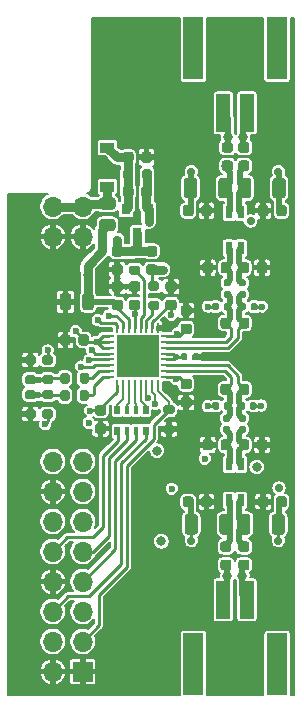
<source format=gbr>
%TF.GenerationSoftware,KiCad,Pcbnew,(5.1.9)-1*%
%TF.CreationDate,2021-06-18T11:47:13+07:00*%
%TF.ProjectId,A2B,4132422e-6b69-4636-9164-5f7063625858,2*%
%TF.SameCoordinates,Original*%
%TF.FileFunction,Copper,L1,Top*%
%TF.FilePolarity,Positive*%
%FSLAX46Y46*%
G04 Gerber Fmt 4.6, Leading zero omitted, Abs format (unit mm)*
G04 Created by KiCad (PCBNEW (5.1.9)-1) date 2021-06-18 11:47:13*
%MOMM*%
%LPD*%
G01*
G04 APERTURE LIST*
%TA.AperFunction,SMDPad,CuDef*%
%ADD10R,3.600000X3.600000*%
%TD*%
%TA.AperFunction,SMDPad,CuDef*%
%ADD11R,0.249200X0.804800*%
%TD*%
%TA.AperFunction,SMDPad,CuDef*%
%ADD12R,0.804800X0.249200*%
%TD*%
%TA.AperFunction,ComponentPad*%
%ADD13O,1.700000X1.700000*%
%TD*%
%TA.AperFunction,ComponentPad*%
%ADD14R,1.700000X1.700000*%
%TD*%
%TA.AperFunction,SMDPad,CuDef*%
%ADD15R,0.800000X0.900000*%
%TD*%
%TA.AperFunction,SMDPad,CuDef*%
%ADD16R,0.500000X0.800000*%
%TD*%
%TA.AperFunction,SMDPad,CuDef*%
%ADD17R,0.400000X0.800000*%
%TD*%
%TA.AperFunction,SMDPad,CuDef*%
%ADD18R,0.609600X1.041400*%
%TD*%
%TA.AperFunction,SMDPad,CuDef*%
%ADD19R,1.700000X5.300000*%
%TD*%
%TA.AperFunction,SMDPad,CuDef*%
%ADD20R,1.200000X3.200000*%
%TD*%
%TA.AperFunction,SMDPad,CuDef*%
%ADD21R,1.200000X0.900000*%
%TD*%
%TA.AperFunction,ViaPad*%
%ADD22C,0.600000*%
%TD*%
%TA.AperFunction,ViaPad*%
%ADD23C,0.700000*%
%TD*%
%TA.AperFunction,ViaPad*%
%ADD24C,0.800000*%
%TD*%
%TA.AperFunction,Conductor*%
%ADD25C,0.250000*%
%TD*%
%TA.AperFunction,Conductor*%
%ADD26C,0.300000*%
%TD*%
%TA.AperFunction,Conductor*%
%ADD27C,0.800000*%
%TD*%
%TA.AperFunction,Conductor*%
%ADD28C,0.500000*%
%TD*%
%TA.AperFunction,Conductor*%
%ADD29C,0.200000*%
%TD*%
%TA.AperFunction,Conductor*%
%ADD30C,0.100000*%
%TD*%
G04 APERTURE END LIST*
D10*
%TO.P,U1,33*%
%TO.N,GND*%
X119905500Y-63663500D03*
D11*
%TO.P,U1,32*%
%TO.N,/AD_VOUT1*%
X118155501Y-61261099D03*
%TO.P,U1,31*%
%TO.N,Net-(R7-Pad1)*%
X118655500Y-61261099D03*
%TO.P,U1,30*%
%TO.N,/VIN*%
X119155499Y-61261099D03*
%TO.P,U1,29*%
%TO.N,/AD_VOUT2*%
X119655500Y-61261099D03*
%TO.P,U1,28*%
%TO.N,Net-(R10-Pad2)*%
X120155500Y-61261099D03*
%TO.P,U1,27*%
%TO.N,Net-(R9-Pad2)*%
X120655501Y-61261099D03*
%TO.P,U1,26*%
%TO.N,Net-(C24-Pad2)*%
X121155500Y-61261099D03*
%TO.P,U1,25*%
%TO.N,GND*%
X121655499Y-61261099D03*
D12*
%TO.P,U1,24*%
%TO.N,Net-(C18-Pad1)*%
X122307901Y-61913501D03*
%TO.P,U1,23*%
%TO.N,Net-(C31-Pad1)*%
X122307901Y-62413500D03*
%TO.P,U1,22*%
%TO.N,Net-(C31-Pad2)*%
X122307901Y-62913499D03*
%TO.P,U1,21*%
%TO.N,/AD_VOUT2*%
X122307901Y-63413500D03*
%TO.P,U1,20*%
X122307901Y-63913500D03*
%TO.P,U1,19*%
%TO.N,Net-(C32-Pad1)*%
X122307901Y-64413501D03*
%TO.P,U1,18*%
%TO.N,Net-(C32-Pad2)*%
X122307901Y-64913500D03*
%TO.P,U1,17*%
%TO.N,Net-(C19-Pad2)*%
X122307901Y-65413499D03*
D11*
%TO.P,U1,16*%
%TO.N,/PDMCLK\u005CIO7*%
X121655499Y-66065901D03*
%TO.P,U1,15*%
%TO.N,/DRX1*%
X121155500Y-66065901D03*
%TO.P,U1,14*%
%TO.N,/DRX0*%
X120655501Y-66065901D03*
%TO.P,U1,13*%
%TO.N,Net-(RN1-Pad5)*%
X120155500Y-66065901D03*
%TO.P,U1,12*%
%TO.N,Net-(RN1-Pad6)*%
X119655500Y-66065901D03*
%TO.P,U1,11*%
%TO.N,Net-(RN1-Pad7)*%
X119155499Y-66065901D03*
%TO.P,U1,10*%
%TO.N,Net-(RN1-Pad8)*%
X118655500Y-66065901D03*
%TO.P,U1,9*%
%TO.N,Net-(C11-Pad2)*%
X118155501Y-66065901D03*
D12*
%TO.P,U1,8*%
%TO.N,Net-(R6-Pad1)*%
X117503099Y-65413499D03*
%TO.P,U1,7*%
%TO.N,Net-(R5-Pad1)*%
X117503099Y-64913500D03*
%TO.P,U1,6*%
%TO.N,/IRQ*%
X117503099Y-64413501D03*
%TO.P,U1,5*%
%TO.N,/SDA*%
X117503099Y-63913500D03*
%TO.P,U1,4*%
%TO.N,/SCL*%
X117503099Y-63413500D03*
%TO.P,U1,3*%
%TO.N,/AD_VOUT1*%
X117503099Y-62913499D03*
%TO.P,U1,2*%
X117503099Y-62413500D03*
%TO.P,U1,1*%
X117503099Y-61913501D03*
%TD*%
D13*
%TO.P,D3,4*%
%TO.N,GND*%
X115265200Y-53505100D03*
%TO.P,D3,3*%
X112725200Y-53505100D03*
%TO.P,D3,2*%
%TO.N,+8V*%
X115265200Y-50965100D03*
%TO.P,D3,1*%
X112725200Y-50965100D03*
D14*
%TO.P,D3,20*%
%TO.N,GND*%
X115265200Y-90335100D03*
D13*
%TO.P,D3,19*%
X112725200Y-90335100D03*
%TO.P,D3,18*%
%TO.N,/PDMCLK\u005CIO7*%
X115265200Y-87795100D03*
%TO.P,D3,17*%
%TO.N,/DRX1*%
X112725200Y-87795100D03*
%TO.P,D3,16*%
%TO.N,/DRX0*%
X115265200Y-85255100D03*
%TO.P,D3,15*%
%TO.N,/DTX1*%
X112725200Y-85255100D03*
%TO.P,D3,14*%
%TO.N,/DTX0*%
X115265200Y-82715100D03*
%TO.P,D3,13*%
%TO.N,GND*%
X112725200Y-82715100D03*
%TO.P,D3,12*%
%TO.N,/SYNC*%
X115265200Y-80175100D03*
%TO.P,D3,11*%
%TO.N,/BCLK*%
X112725200Y-80175100D03*
%TO.P,D3,10*%
%TO.N,/CLKOUT2*%
X115265200Y-77635100D03*
%TO.P,D3,9*%
%TO.N,/CLKOUT1*%
X112725200Y-77635100D03*
%TO.P,D3,8*%
%TO.N,/IRQ*%
X115265200Y-75095100D03*
%TO.P,D3,7*%
%TO.N,GND*%
X112725200Y-75095100D03*
%TO.P,D3,6*%
%TO.N,/SDA*%
X115265200Y-72555100D03*
%TO.P,D3,5*%
%TO.N,/SCL*%
X112725200Y-72555100D03*
%TD*%
%TO.P,C7,2*%
%TO.N,/AD_VOUT1*%
%TA.AperFunction,SMDPad,CuDef*%
G36*
G01*
X114896500Y-62516500D02*
X114896500Y-62016500D01*
G75*
G02*
X115121500Y-61791500I225000J0D01*
G01*
X115571500Y-61791500D01*
G75*
G02*
X115796500Y-62016500I0J-225000D01*
G01*
X115796500Y-62516500D01*
G75*
G02*
X115571500Y-62741500I-225000J0D01*
G01*
X115121500Y-62741500D01*
G75*
G02*
X114896500Y-62516500I0J225000D01*
G01*
G37*
%TD.AperFunction*%
%TO.P,C7,1*%
%TO.N,GND*%
%TA.AperFunction,SMDPad,CuDef*%
G36*
G01*
X113346500Y-62516500D02*
X113346500Y-62016500D01*
G75*
G02*
X113571500Y-61791500I225000J0D01*
G01*
X114021500Y-61791500D01*
G75*
G02*
X114246500Y-62016500I0J-225000D01*
G01*
X114246500Y-62516500D01*
G75*
G02*
X114021500Y-62741500I-225000J0D01*
G01*
X113571500Y-62741500D01*
G75*
G02*
X113346500Y-62516500I0J225000D01*
G01*
G37*
%TD.AperFunction*%
%TD*%
%TO.P,C10,2*%
%TO.N,/VIN*%
%TA.AperFunction,SMDPad,CuDef*%
G36*
G01*
X117941000Y-58845000D02*
X118441000Y-58845000D01*
G75*
G02*
X118666000Y-59070000I0J-225000D01*
G01*
X118666000Y-59520000D01*
G75*
G02*
X118441000Y-59745000I-225000J0D01*
G01*
X117941000Y-59745000D01*
G75*
G02*
X117716000Y-59520000I0J225000D01*
G01*
X117716000Y-59070000D01*
G75*
G02*
X117941000Y-58845000I225000J0D01*
G01*
G37*
%TD.AperFunction*%
%TO.P,C10,1*%
%TO.N,GND*%
%TA.AperFunction,SMDPad,CuDef*%
G36*
G01*
X117941000Y-57295000D02*
X118441000Y-57295000D01*
G75*
G02*
X118666000Y-57520000I0J-225000D01*
G01*
X118666000Y-57970000D01*
G75*
G02*
X118441000Y-58195000I-225000J0D01*
G01*
X117941000Y-58195000D01*
G75*
G02*
X117716000Y-57970000I0J225000D01*
G01*
X117716000Y-57520000D01*
G75*
G02*
X117941000Y-57295000I225000J0D01*
G01*
G37*
%TD.AperFunction*%
%TD*%
%TO.P,C11,1*%
%TO.N,GND*%
%TA.AperFunction,SMDPad,CuDef*%
G36*
G01*
X117026500Y-70222500D02*
X116526500Y-70222500D01*
G75*
G02*
X116301500Y-69997500I0J225000D01*
G01*
X116301500Y-69547500D01*
G75*
G02*
X116526500Y-69322500I225000J0D01*
G01*
X117026500Y-69322500D01*
G75*
G02*
X117251500Y-69547500I0J-225000D01*
G01*
X117251500Y-69997500D01*
G75*
G02*
X117026500Y-70222500I-225000J0D01*
G01*
G37*
%TD.AperFunction*%
%TO.P,C11,2*%
%TO.N,Net-(C11-Pad2)*%
%TA.AperFunction,SMDPad,CuDef*%
G36*
G01*
X117026500Y-68672500D02*
X116526500Y-68672500D01*
G75*
G02*
X116301500Y-68447500I0J225000D01*
G01*
X116301500Y-67997500D01*
G75*
G02*
X116526500Y-67772500I225000J0D01*
G01*
X117026500Y-67772500D01*
G75*
G02*
X117251500Y-67997500I0J-225000D01*
G01*
X117251500Y-68447500D01*
G75*
G02*
X117026500Y-68672500I-225000J0D01*
G01*
G37*
%TD.AperFunction*%
%TD*%
%TO.P,C12,1*%
%TO.N,GND*%
%TA.AperFunction,SMDPad,CuDef*%
G36*
G01*
X113312000Y-59503000D02*
X113312000Y-58553000D01*
G75*
G02*
X113562000Y-58303000I250000J0D01*
G01*
X114062000Y-58303000D01*
G75*
G02*
X114312000Y-58553000I0J-250000D01*
G01*
X114312000Y-59503000D01*
G75*
G02*
X114062000Y-59753000I-250000J0D01*
G01*
X113562000Y-59753000D01*
G75*
G02*
X113312000Y-59503000I0J250000D01*
G01*
G37*
%TD.AperFunction*%
%TO.P,C12,2*%
%TO.N,/VIN*%
%TA.AperFunction,SMDPad,CuDef*%
G36*
G01*
X115212000Y-59503000D02*
X115212000Y-58553000D01*
G75*
G02*
X115462000Y-58303000I250000J0D01*
G01*
X115962000Y-58303000D01*
G75*
G02*
X116212000Y-58553000I0J-250000D01*
G01*
X116212000Y-59503000D01*
G75*
G02*
X115962000Y-59753000I-250000J0D01*
G01*
X115462000Y-59753000D01*
G75*
G02*
X115212000Y-59503000I0J250000D01*
G01*
G37*
%TD.AperFunction*%
%TD*%
%TO.P,C13,2*%
%TO.N,/AD_VOUT2*%
%TA.AperFunction,SMDPad,CuDef*%
G36*
G01*
X119401500Y-58845000D02*
X119901500Y-58845000D01*
G75*
G02*
X120126500Y-59070000I0J-225000D01*
G01*
X120126500Y-59520000D01*
G75*
G02*
X119901500Y-59745000I-225000J0D01*
G01*
X119401500Y-59745000D01*
G75*
G02*
X119176500Y-59520000I0J225000D01*
G01*
X119176500Y-59070000D01*
G75*
G02*
X119401500Y-58845000I225000J0D01*
G01*
G37*
%TD.AperFunction*%
%TO.P,C13,1*%
%TO.N,GND*%
%TA.AperFunction,SMDPad,CuDef*%
G36*
G01*
X119401500Y-57295000D02*
X119901500Y-57295000D01*
G75*
G02*
X120126500Y-57520000I0J-225000D01*
G01*
X120126500Y-57970000D01*
G75*
G02*
X119901500Y-58195000I-225000J0D01*
G01*
X119401500Y-58195000D01*
G75*
G02*
X119176500Y-57970000I0J225000D01*
G01*
X119176500Y-57520000D01*
G75*
G02*
X119401500Y-57295000I225000J0D01*
G01*
G37*
%TD.AperFunction*%
%TD*%
%TO.P,C14,1*%
%TO.N,Net-(C14-Pad1)*%
%TA.AperFunction,SMDPad,CuDef*%
G36*
G01*
X121113000Y-49470500D02*
X121113000Y-49970500D01*
G75*
G02*
X120888000Y-50195500I-225000J0D01*
G01*
X120438000Y-50195500D01*
G75*
G02*
X120213000Y-49970500I0J225000D01*
G01*
X120213000Y-49470500D01*
G75*
G02*
X120438000Y-49245500I225000J0D01*
G01*
X120888000Y-49245500D01*
G75*
G02*
X121113000Y-49470500I0J-225000D01*
G01*
G37*
%TD.AperFunction*%
%TO.P,C14,2*%
%TO.N,Net-(C14-Pad2)*%
%TA.AperFunction,SMDPad,CuDef*%
G36*
G01*
X119563000Y-49470500D02*
X119563000Y-49970500D01*
G75*
G02*
X119338000Y-50195500I-225000J0D01*
G01*
X118888000Y-50195500D01*
G75*
G02*
X118663000Y-49970500I0J225000D01*
G01*
X118663000Y-49470500D01*
G75*
G02*
X118888000Y-49245500I225000J0D01*
G01*
X119338000Y-49245500D01*
G75*
G02*
X119563000Y-49470500I0J-225000D01*
G01*
G37*
%TD.AperFunction*%
%TD*%
%TO.P,C15,2*%
%TO.N,Net-(C14-Pad1)*%
%TA.AperFunction,SMDPad,CuDef*%
G36*
G01*
X120862000Y-55860500D02*
X121362000Y-55860500D01*
G75*
G02*
X121587000Y-56085500I0J-225000D01*
G01*
X121587000Y-56535500D01*
G75*
G02*
X121362000Y-56760500I-225000J0D01*
G01*
X120862000Y-56760500D01*
G75*
G02*
X120637000Y-56535500I0J225000D01*
G01*
X120637000Y-56085500D01*
G75*
G02*
X120862000Y-55860500I225000J0D01*
G01*
G37*
%TD.AperFunction*%
%TO.P,C15,1*%
%TO.N,/SENSE*%
%TA.AperFunction,SMDPad,CuDef*%
G36*
G01*
X120862000Y-54310500D02*
X121362000Y-54310500D01*
G75*
G02*
X121587000Y-54535500I0J-225000D01*
G01*
X121587000Y-54985500D01*
G75*
G02*
X121362000Y-55210500I-225000J0D01*
G01*
X120862000Y-55210500D01*
G75*
G02*
X120637000Y-54985500I0J225000D01*
G01*
X120637000Y-54535500D01*
G75*
G02*
X120862000Y-54310500I225000J0D01*
G01*
G37*
%TD.AperFunction*%
%TD*%
%TO.P,C16,2*%
%TO.N,Net-(C14-Pad2)*%
%TA.AperFunction,SMDPad,CuDef*%
G36*
G01*
X119563000Y-46549500D02*
X119563000Y-47049500D01*
G75*
G02*
X119338000Y-47274500I-225000J0D01*
G01*
X118888000Y-47274500D01*
G75*
G02*
X118663000Y-47049500I0J225000D01*
G01*
X118663000Y-46549500D01*
G75*
G02*
X118888000Y-46324500I225000J0D01*
G01*
X119338000Y-46324500D01*
G75*
G02*
X119563000Y-46549500I0J-225000D01*
G01*
G37*
%TD.AperFunction*%
%TO.P,C16,1*%
%TO.N,GND*%
%TA.AperFunction,SMDPad,CuDef*%
G36*
G01*
X121113000Y-46549500D02*
X121113000Y-47049500D01*
G75*
G02*
X120888000Y-47274500I-225000J0D01*
G01*
X120438000Y-47274500D01*
G75*
G02*
X120213000Y-47049500I0J225000D01*
G01*
X120213000Y-46549500D01*
G75*
G02*
X120438000Y-46324500I225000J0D01*
G01*
X120888000Y-46324500D01*
G75*
G02*
X121113000Y-46549500I0J-225000D01*
G01*
G37*
%TD.AperFunction*%
%TD*%
%TO.P,C18,2*%
%TO.N,GND*%
%TA.AperFunction,SMDPad,CuDef*%
G36*
G01*
X124283000Y-60227000D02*
X123783000Y-60227000D01*
G75*
G02*
X123558000Y-60002000I0J225000D01*
G01*
X123558000Y-59552000D01*
G75*
G02*
X123783000Y-59327000I225000J0D01*
G01*
X124283000Y-59327000D01*
G75*
G02*
X124508000Y-59552000I0J-225000D01*
G01*
X124508000Y-60002000D01*
G75*
G02*
X124283000Y-60227000I-225000J0D01*
G01*
G37*
%TD.AperFunction*%
%TO.P,C18,1*%
%TO.N,Net-(C18-Pad1)*%
%TA.AperFunction,SMDPad,CuDef*%
G36*
G01*
X124283000Y-61777000D02*
X123783000Y-61777000D01*
G75*
G02*
X123558000Y-61552000I0J225000D01*
G01*
X123558000Y-61102000D01*
G75*
G02*
X123783000Y-60877000I225000J0D01*
G01*
X124283000Y-60877000D01*
G75*
G02*
X124508000Y-61102000I0J-225000D01*
G01*
X124508000Y-61552000D01*
G75*
G02*
X124283000Y-61777000I-225000J0D01*
G01*
G37*
%TD.AperFunction*%
%TD*%
%TO.P,C19,2*%
%TO.N,Net-(C19-Pad2)*%
%TA.AperFunction,SMDPad,CuDef*%
G36*
G01*
X124283000Y-66450000D02*
X123783000Y-66450000D01*
G75*
G02*
X123558000Y-66225000I0J225000D01*
G01*
X123558000Y-65775000D01*
G75*
G02*
X123783000Y-65550000I225000J0D01*
G01*
X124283000Y-65550000D01*
G75*
G02*
X124508000Y-65775000I0J-225000D01*
G01*
X124508000Y-66225000D01*
G75*
G02*
X124283000Y-66450000I-225000J0D01*
G01*
G37*
%TD.AperFunction*%
%TO.P,C19,1*%
%TO.N,GND*%
%TA.AperFunction,SMDPad,CuDef*%
G36*
G01*
X124283000Y-68000000D02*
X123783000Y-68000000D01*
G75*
G02*
X123558000Y-67775000I0J225000D01*
G01*
X123558000Y-67325000D01*
G75*
G02*
X123783000Y-67100000I225000J0D01*
G01*
X124283000Y-67100000D01*
G75*
G02*
X124508000Y-67325000I0J-225000D01*
G01*
X124508000Y-67775000D01*
G75*
G02*
X124283000Y-68000000I-225000J0D01*
G01*
G37*
%TD.AperFunction*%
%TD*%
%TO.P,C25,2*%
%TO.N,Net-(C24-Pad2)*%
%TA.AperFunction,SMDPad,CuDef*%
G36*
G01*
X122495500Y-58845000D02*
X122995500Y-58845000D01*
G75*
G02*
X123220500Y-59070000I0J-225000D01*
G01*
X123220500Y-59520000D01*
G75*
G02*
X122995500Y-59745000I-225000J0D01*
G01*
X122495500Y-59745000D01*
G75*
G02*
X122270500Y-59520000I0J225000D01*
G01*
X122270500Y-59070000D01*
G75*
G02*
X122495500Y-58845000I225000J0D01*
G01*
G37*
%TD.AperFunction*%
%TO.P,C25,1*%
%TO.N,GND*%
%TA.AperFunction,SMDPad,CuDef*%
G36*
G01*
X122495500Y-57295000D02*
X122995500Y-57295000D01*
G75*
G02*
X123220500Y-57520000I0J-225000D01*
G01*
X123220500Y-57970000D01*
G75*
G02*
X122995500Y-58195000I-225000J0D01*
G01*
X122495500Y-58195000D01*
G75*
G02*
X122270500Y-57970000I0J225000D01*
G01*
X122270500Y-57520000D01*
G75*
G02*
X122495500Y-57295000I225000J0D01*
G01*
G37*
%TD.AperFunction*%
%TD*%
%TO.P,C30,2*%
%TO.N,/SENSE*%
%TA.AperFunction,SMDPad,CuDef*%
G36*
G01*
X118441000Y-55210500D02*
X117941000Y-55210500D01*
G75*
G02*
X117716000Y-54985500I0J225000D01*
G01*
X117716000Y-54535500D01*
G75*
G02*
X117941000Y-54310500I225000J0D01*
G01*
X118441000Y-54310500D01*
G75*
G02*
X118666000Y-54535500I0J-225000D01*
G01*
X118666000Y-54985500D01*
G75*
G02*
X118441000Y-55210500I-225000J0D01*
G01*
G37*
%TD.AperFunction*%
%TO.P,C30,1*%
%TO.N,GND*%
%TA.AperFunction,SMDPad,CuDef*%
G36*
G01*
X118441000Y-56760500D02*
X117941000Y-56760500D01*
G75*
G02*
X117716000Y-56535500I0J225000D01*
G01*
X117716000Y-56085500D01*
G75*
G02*
X117941000Y-55860500I225000J0D01*
G01*
X118441000Y-55860500D01*
G75*
G02*
X118666000Y-56085500I0J-225000D01*
G01*
X118666000Y-56535500D01*
G75*
G02*
X118441000Y-56760500I-225000J0D01*
G01*
G37*
%TD.AperFunction*%
%TD*%
%TO.P,C31,1*%
%TO.N,Net-(C31-Pad1)*%
%TA.AperFunction,SMDPad,CuDef*%
G36*
G01*
X126918000Y-61090800D02*
X126918000Y-60590800D01*
G75*
G02*
X127143000Y-60365800I225000J0D01*
G01*
X127593000Y-60365800D01*
G75*
G02*
X127818000Y-60590800I0J-225000D01*
G01*
X127818000Y-61090800D01*
G75*
G02*
X127593000Y-61315800I-225000J0D01*
G01*
X127143000Y-61315800D01*
G75*
G02*
X126918000Y-61090800I0J225000D01*
G01*
G37*
%TD.AperFunction*%
%TO.P,C31,2*%
%TO.N,Net-(C31-Pad2)*%
%TA.AperFunction,SMDPad,CuDef*%
G36*
G01*
X128468000Y-61090800D02*
X128468000Y-60590800D01*
G75*
G02*
X128693000Y-60365800I225000J0D01*
G01*
X129143000Y-60365800D01*
G75*
G02*
X129368000Y-60590800I0J-225000D01*
G01*
X129368000Y-61090800D01*
G75*
G02*
X129143000Y-61315800I-225000J0D01*
G01*
X128693000Y-61315800D01*
G75*
G02*
X128468000Y-61090800I0J225000D01*
G01*
G37*
%TD.AperFunction*%
%TD*%
%TO.P,C32,1*%
%TO.N,Net-(C32-Pad1)*%
%TA.AperFunction,SMDPad,CuDef*%
G36*
G01*
X129368000Y-66196400D02*
X129368000Y-66696400D01*
G75*
G02*
X129143000Y-66921400I-225000J0D01*
G01*
X128693000Y-66921400D01*
G75*
G02*
X128468000Y-66696400I0J225000D01*
G01*
X128468000Y-66196400D01*
G75*
G02*
X128693000Y-65971400I225000J0D01*
G01*
X129143000Y-65971400D01*
G75*
G02*
X129368000Y-66196400I0J-225000D01*
G01*
G37*
%TD.AperFunction*%
%TO.P,C32,2*%
%TO.N,Net-(C32-Pad2)*%
%TA.AperFunction,SMDPad,CuDef*%
G36*
G01*
X127818000Y-66196400D02*
X127818000Y-66696400D01*
G75*
G02*
X127593000Y-66921400I-225000J0D01*
G01*
X127143000Y-66921400D01*
G75*
G02*
X126918000Y-66696400I0J225000D01*
G01*
X126918000Y-66196400D01*
G75*
G02*
X127143000Y-65971400I225000J0D01*
G01*
X127593000Y-65971400D01*
G75*
G02*
X127818000Y-66196400I0J-225000D01*
G01*
G37*
%TD.AperFunction*%
%TD*%
%TO.P,C33,2*%
%TO.N,Net-(C33-Pad2)*%
%TA.AperFunction,SMDPad,CuDef*%
G36*
G01*
X126944000Y-56391800D02*
X126944000Y-55891800D01*
G75*
G02*
X127169000Y-55666800I225000J0D01*
G01*
X127619000Y-55666800D01*
G75*
G02*
X127844000Y-55891800I0J-225000D01*
G01*
X127844000Y-56391800D01*
G75*
G02*
X127619000Y-56616800I-225000J0D01*
G01*
X127169000Y-56616800D01*
G75*
G02*
X126944000Y-56391800I0J225000D01*
G01*
G37*
%TD.AperFunction*%
%TO.P,C33,1*%
%TO.N,GND*%
%TA.AperFunction,SMDPad,CuDef*%
G36*
G01*
X125394000Y-56391800D02*
X125394000Y-55891800D01*
G75*
G02*
X125619000Y-55666800I225000J0D01*
G01*
X126069000Y-55666800D01*
G75*
G02*
X126294000Y-55891800I0J-225000D01*
G01*
X126294000Y-56391800D01*
G75*
G02*
X126069000Y-56616800I-225000J0D01*
G01*
X125619000Y-56616800D01*
G75*
G02*
X125394000Y-56391800I0J225000D01*
G01*
G37*
%TD.AperFunction*%
%TD*%
%TO.P,C34,1*%
%TO.N,GND*%
%TA.AperFunction,SMDPad,CuDef*%
G36*
G01*
X130892000Y-55891800D02*
X130892000Y-56391800D01*
G75*
G02*
X130667000Y-56616800I-225000J0D01*
G01*
X130217000Y-56616800D01*
G75*
G02*
X129992000Y-56391800I0J225000D01*
G01*
X129992000Y-55891800D01*
G75*
G02*
X130217000Y-55666800I225000J0D01*
G01*
X130667000Y-55666800D01*
G75*
G02*
X130892000Y-55891800I0J-225000D01*
G01*
G37*
%TD.AperFunction*%
%TO.P,C34,2*%
%TO.N,Net-(C34-Pad2)*%
%TA.AperFunction,SMDPad,CuDef*%
G36*
G01*
X129342000Y-55891800D02*
X129342000Y-56391800D01*
G75*
G02*
X129117000Y-56616800I-225000J0D01*
G01*
X128667000Y-56616800D01*
G75*
G02*
X128442000Y-56391800I0J225000D01*
G01*
X128442000Y-55891800D01*
G75*
G02*
X128667000Y-55666800I225000J0D01*
G01*
X129117000Y-55666800D01*
G75*
G02*
X129342000Y-55891800I0J-225000D01*
G01*
G37*
%TD.AperFunction*%
%TD*%
%TO.P,C35,1*%
%TO.N,GND*%
%TA.AperFunction,SMDPad,CuDef*%
G36*
G01*
X130904700Y-70895400D02*
X130904700Y-71395400D01*
G75*
G02*
X130679700Y-71620400I-225000J0D01*
G01*
X130229700Y-71620400D01*
G75*
G02*
X130004700Y-71395400I0J225000D01*
G01*
X130004700Y-70895400D01*
G75*
G02*
X130229700Y-70670400I225000J0D01*
G01*
X130679700Y-70670400D01*
G75*
G02*
X130904700Y-70895400I0J-225000D01*
G01*
G37*
%TD.AperFunction*%
%TO.P,C35,2*%
%TO.N,Net-(C35-Pad2)*%
%TA.AperFunction,SMDPad,CuDef*%
G36*
G01*
X129354700Y-70895400D02*
X129354700Y-71395400D01*
G75*
G02*
X129129700Y-71620400I-225000J0D01*
G01*
X128679700Y-71620400D01*
G75*
G02*
X128454700Y-71395400I0J225000D01*
G01*
X128454700Y-70895400D01*
G75*
G02*
X128679700Y-70670400I225000J0D01*
G01*
X129129700Y-70670400D01*
G75*
G02*
X129354700Y-70895400I0J-225000D01*
G01*
G37*
%TD.AperFunction*%
%TD*%
%TO.P,C36,1*%
%TO.N,GND*%
%TA.AperFunction,SMDPad,CuDef*%
G36*
G01*
X125394000Y-71395400D02*
X125394000Y-70895400D01*
G75*
G02*
X125619000Y-70670400I225000J0D01*
G01*
X126069000Y-70670400D01*
G75*
G02*
X126294000Y-70895400I0J-225000D01*
G01*
X126294000Y-71395400D01*
G75*
G02*
X126069000Y-71620400I-225000J0D01*
G01*
X125619000Y-71620400D01*
G75*
G02*
X125394000Y-71395400I0J225000D01*
G01*
G37*
%TD.AperFunction*%
%TO.P,C36,2*%
%TO.N,Net-(C36-Pad2)*%
%TA.AperFunction,SMDPad,CuDef*%
G36*
G01*
X126944000Y-71395400D02*
X126944000Y-70895400D01*
G75*
G02*
X127169000Y-70670400I225000J0D01*
G01*
X127619000Y-70670400D01*
G75*
G02*
X127844000Y-70895400I0J-225000D01*
G01*
X127844000Y-71395400D01*
G75*
G02*
X127619000Y-71620400I-225000J0D01*
G01*
X127169000Y-71620400D01*
G75*
G02*
X126944000Y-71395400I0J225000D01*
G01*
G37*
%TD.AperFunction*%
%TD*%
%TO.P,C39,2*%
%TO.N,GND*%
%TA.AperFunction,SMDPad,CuDef*%
G36*
G01*
X130993000Y-75721400D02*
X130993000Y-76221400D01*
G75*
G02*
X130768000Y-76446400I-225000J0D01*
G01*
X130318000Y-76446400D01*
G75*
G02*
X130093000Y-76221400I0J225000D01*
G01*
X130093000Y-75721400D01*
G75*
G02*
X130318000Y-75496400I225000J0D01*
G01*
X130768000Y-75496400D01*
G75*
G02*
X130993000Y-75721400I0J-225000D01*
G01*
G37*
%TD.AperFunction*%
%TO.P,C39,1*%
%TO.N,Net-(C39-Pad1)*%
%TA.AperFunction,SMDPad,CuDef*%
G36*
G01*
X132543000Y-75721400D02*
X132543000Y-76221400D01*
G75*
G02*
X132318000Y-76446400I-225000J0D01*
G01*
X131868000Y-76446400D01*
G75*
G02*
X131643000Y-76221400I0J225000D01*
G01*
X131643000Y-75721400D01*
G75*
G02*
X131868000Y-75496400I225000J0D01*
G01*
X132318000Y-75496400D01*
G75*
G02*
X132543000Y-75721400I0J-225000D01*
G01*
G37*
%TD.AperFunction*%
%TD*%
%TO.P,C40,1*%
%TO.N,GND*%
%TA.AperFunction,SMDPad,CuDef*%
G36*
G01*
X126193000Y-75721400D02*
X126193000Y-76221400D01*
G75*
G02*
X125968000Y-76446400I-225000J0D01*
G01*
X125518000Y-76446400D01*
G75*
G02*
X125293000Y-76221400I0J225000D01*
G01*
X125293000Y-75721400D01*
G75*
G02*
X125518000Y-75496400I225000J0D01*
G01*
X125968000Y-75496400D01*
G75*
G02*
X126193000Y-75721400I0J-225000D01*
G01*
G37*
%TD.AperFunction*%
%TO.P,C40,2*%
%TO.N,Net-(C39-Pad1)*%
%TA.AperFunction,SMDPad,CuDef*%
G36*
G01*
X124643000Y-75721400D02*
X124643000Y-76221400D01*
G75*
G02*
X124418000Y-76446400I-225000J0D01*
G01*
X123968000Y-76446400D01*
G75*
G02*
X123743000Y-76221400I0J225000D01*
G01*
X123743000Y-75721400D01*
G75*
G02*
X123968000Y-75496400I225000J0D01*
G01*
X124418000Y-75496400D01*
G75*
G02*
X124643000Y-75721400I0J-225000D01*
G01*
G37*
%TD.AperFunction*%
%TD*%
%TO.P,C41,2*%
%TO.N,GND*%
%TA.AperFunction,SMDPad,CuDef*%
G36*
G01*
X125293000Y-51565800D02*
X125293000Y-51065800D01*
G75*
G02*
X125518000Y-50840800I225000J0D01*
G01*
X125968000Y-50840800D01*
G75*
G02*
X126193000Y-51065800I0J-225000D01*
G01*
X126193000Y-51565800D01*
G75*
G02*
X125968000Y-51790800I-225000J0D01*
G01*
X125518000Y-51790800D01*
G75*
G02*
X125293000Y-51565800I0J225000D01*
G01*
G37*
%TD.AperFunction*%
%TO.P,C41,1*%
%TO.N,Net-(C41-Pad1)*%
%TA.AperFunction,SMDPad,CuDef*%
G36*
G01*
X123743000Y-51565800D02*
X123743000Y-51065800D01*
G75*
G02*
X123968000Y-50840800I225000J0D01*
G01*
X124418000Y-50840800D01*
G75*
G02*
X124643000Y-51065800I0J-225000D01*
G01*
X124643000Y-51565800D01*
G75*
G02*
X124418000Y-51790800I-225000J0D01*
G01*
X123968000Y-51790800D01*
G75*
G02*
X123743000Y-51565800I0J225000D01*
G01*
G37*
%TD.AperFunction*%
%TD*%
%TO.P,C42,1*%
%TO.N,GND*%
%TA.AperFunction,SMDPad,CuDef*%
G36*
G01*
X130093000Y-51565800D02*
X130093000Y-51065800D01*
G75*
G02*
X130318000Y-50840800I225000J0D01*
G01*
X130768000Y-50840800D01*
G75*
G02*
X130993000Y-51065800I0J-225000D01*
G01*
X130993000Y-51565800D01*
G75*
G02*
X130768000Y-51790800I-225000J0D01*
G01*
X130318000Y-51790800D01*
G75*
G02*
X130093000Y-51565800I0J225000D01*
G01*
G37*
%TD.AperFunction*%
%TO.P,C42,2*%
%TO.N,Net-(C41-Pad1)*%
%TA.AperFunction,SMDPad,CuDef*%
G36*
G01*
X131643000Y-51565800D02*
X131643000Y-51065800D01*
G75*
G02*
X131868000Y-50840800I225000J0D01*
G01*
X132318000Y-50840800D01*
G75*
G02*
X132543000Y-51065800I0J-225000D01*
G01*
X132543000Y-51565800D01*
G75*
G02*
X132318000Y-51790800I-225000J0D01*
G01*
X131868000Y-51790800D01*
G75*
G02*
X131643000Y-51565800I0J225000D01*
G01*
G37*
%TD.AperFunction*%
%TD*%
%TO.P,C43,2*%
%TO.N,/AP3*%
%TA.AperFunction,SMDPad,CuDef*%
G36*
G01*
X128655000Y-80868400D02*
X129155000Y-80868400D01*
G75*
G02*
X129380000Y-81093400I0J-225000D01*
G01*
X129380000Y-81543400D01*
G75*
G02*
X129155000Y-81768400I-225000J0D01*
G01*
X128655000Y-81768400D01*
G75*
G02*
X128430000Y-81543400I0J225000D01*
G01*
X128430000Y-81093400D01*
G75*
G02*
X128655000Y-80868400I225000J0D01*
G01*
G37*
%TD.AperFunction*%
%TO.P,C43,1*%
%TO.N,Net-(C43-Pad1)*%
%TA.AperFunction,SMDPad,CuDef*%
G36*
G01*
X128655000Y-79318400D02*
X129155000Y-79318400D01*
G75*
G02*
X129380000Y-79543400I0J-225000D01*
G01*
X129380000Y-79993400D01*
G75*
G02*
X129155000Y-80218400I-225000J0D01*
G01*
X128655000Y-80218400D01*
G75*
G02*
X128430000Y-79993400I0J225000D01*
G01*
X128430000Y-79543400D01*
G75*
G02*
X128655000Y-79318400I225000J0D01*
G01*
G37*
%TD.AperFunction*%
%TD*%
%TO.P,C44,1*%
%TO.N,Net-(C44-Pad1)*%
%TA.AperFunction,SMDPad,CuDef*%
G36*
G01*
X127131000Y-79318400D02*
X127631000Y-79318400D01*
G75*
G02*
X127856000Y-79543400I0J-225000D01*
G01*
X127856000Y-79993400D01*
G75*
G02*
X127631000Y-80218400I-225000J0D01*
G01*
X127131000Y-80218400D01*
G75*
G02*
X126906000Y-79993400I0J225000D01*
G01*
X126906000Y-79543400D01*
G75*
G02*
X127131000Y-79318400I225000J0D01*
G01*
G37*
%TD.AperFunction*%
%TO.P,C44,2*%
%TO.N,/AN3*%
%TA.AperFunction,SMDPad,CuDef*%
G36*
G01*
X127131000Y-80868400D02*
X127631000Y-80868400D01*
G75*
G02*
X127856000Y-81093400I0J-225000D01*
G01*
X127856000Y-81543400D01*
G75*
G02*
X127631000Y-81768400I-225000J0D01*
G01*
X127131000Y-81768400D01*
G75*
G02*
X126906000Y-81543400I0J225000D01*
G01*
X126906000Y-81093400D01*
G75*
G02*
X127131000Y-80868400I225000J0D01*
G01*
G37*
%TD.AperFunction*%
%TD*%
%TO.P,C46,2*%
%TO.N,/BN3*%
%TA.AperFunction,SMDPad,CuDef*%
G36*
G01*
X127758000Y-46418800D02*
X127258000Y-46418800D01*
G75*
G02*
X127033000Y-46193800I0J225000D01*
G01*
X127033000Y-45743800D01*
G75*
G02*
X127258000Y-45518800I225000J0D01*
G01*
X127758000Y-45518800D01*
G75*
G02*
X127983000Y-45743800I0J-225000D01*
G01*
X127983000Y-46193800D01*
G75*
G02*
X127758000Y-46418800I-225000J0D01*
G01*
G37*
%TD.AperFunction*%
%TO.P,C46,1*%
%TO.N,Net-(C46-Pad1)*%
%TA.AperFunction,SMDPad,CuDef*%
G36*
G01*
X127758000Y-47968800D02*
X127258000Y-47968800D01*
G75*
G02*
X127033000Y-47743800I0J225000D01*
G01*
X127033000Y-47293800D01*
G75*
G02*
X127258000Y-47068800I225000J0D01*
G01*
X127758000Y-47068800D01*
G75*
G02*
X127983000Y-47293800I0J-225000D01*
G01*
X127983000Y-47743800D01*
G75*
G02*
X127758000Y-47968800I-225000J0D01*
G01*
G37*
%TD.AperFunction*%
%TD*%
%TO.P,C47,1*%
%TO.N,Net-(C47-Pad1)*%
%TA.AperFunction,SMDPad,CuDef*%
G36*
G01*
X129155000Y-47968800D02*
X128655000Y-47968800D01*
G75*
G02*
X128430000Y-47743800I0J225000D01*
G01*
X128430000Y-47293800D01*
G75*
G02*
X128655000Y-47068800I225000J0D01*
G01*
X129155000Y-47068800D01*
G75*
G02*
X129380000Y-47293800I0J-225000D01*
G01*
X129380000Y-47743800D01*
G75*
G02*
X129155000Y-47968800I-225000J0D01*
G01*
G37*
%TD.AperFunction*%
%TO.P,C47,2*%
%TO.N,/BP3*%
%TA.AperFunction,SMDPad,CuDef*%
G36*
G01*
X129155000Y-46418800D02*
X128655000Y-46418800D01*
G75*
G02*
X128430000Y-46193800I0J225000D01*
G01*
X128430000Y-45743800D01*
G75*
G02*
X128655000Y-45518800I225000J0D01*
G01*
X129155000Y-45518800D01*
G75*
G02*
X129380000Y-45743800I0J-225000D01*
G01*
X129380000Y-46193800D01*
G75*
G02*
X129155000Y-46418800I-225000J0D01*
G01*
G37*
%TD.AperFunction*%
%TD*%
%TO.P,FB2,2*%
%TO.N,Net-(C31-Pad1)*%
%TA.AperFunction,SMDPad,CuDef*%
G36*
G01*
X127190000Y-59616300D02*
X127190000Y-59271300D01*
G75*
G02*
X127337500Y-59123800I147500J0D01*
G01*
X127632500Y-59123800D01*
G75*
G02*
X127780000Y-59271300I0J-147500D01*
G01*
X127780000Y-59616300D01*
G75*
G02*
X127632500Y-59763800I-147500J0D01*
G01*
X127337500Y-59763800D01*
G75*
G02*
X127190000Y-59616300I0J147500D01*
G01*
G37*
%TD.AperFunction*%
%TO.P,FB2,1*%
%TO.N,Net-(C28-Pad2)*%
%TA.AperFunction,SMDPad,CuDef*%
G36*
G01*
X126220000Y-59616300D02*
X126220000Y-59271300D01*
G75*
G02*
X126367500Y-59123800I147500J0D01*
G01*
X126662500Y-59123800D01*
G75*
G02*
X126810000Y-59271300I0J-147500D01*
G01*
X126810000Y-59616300D01*
G75*
G02*
X126662500Y-59763800I-147500J0D01*
G01*
X126367500Y-59763800D01*
G75*
G02*
X126220000Y-59616300I0J147500D01*
G01*
G37*
%TD.AperFunction*%
%TD*%
%TO.P,FB3,1*%
%TO.N,Net-(C31-Pad2)*%
%TA.AperFunction,SMDPad,CuDef*%
G36*
G01*
X128506000Y-59616300D02*
X128506000Y-59271300D01*
G75*
G02*
X128653500Y-59123800I147500J0D01*
G01*
X128948500Y-59123800D01*
G75*
G02*
X129096000Y-59271300I0J-147500D01*
G01*
X129096000Y-59616300D01*
G75*
G02*
X128948500Y-59763800I-147500J0D01*
G01*
X128653500Y-59763800D01*
G75*
G02*
X128506000Y-59616300I0J147500D01*
G01*
G37*
%TD.AperFunction*%
%TO.P,FB3,2*%
%TO.N,Net-(C28-Pad2)*%
%TA.AperFunction,SMDPad,CuDef*%
G36*
G01*
X129476000Y-59616300D02*
X129476000Y-59271300D01*
G75*
G02*
X129623500Y-59123800I147500J0D01*
G01*
X129918500Y-59123800D01*
G75*
G02*
X130066000Y-59271300I0J-147500D01*
G01*
X130066000Y-59616300D01*
G75*
G02*
X129918500Y-59763800I-147500J0D01*
G01*
X129623500Y-59763800D01*
G75*
G02*
X129476000Y-59616300I0J147500D01*
G01*
G37*
%TD.AperFunction*%
%TD*%
%TO.P,FB4,1*%
%TO.N,Net-(C29-Pad2)*%
%TA.AperFunction,SMDPad,CuDef*%
G36*
G01*
X130002500Y-67670900D02*
X130002500Y-68015900D01*
G75*
G02*
X129855000Y-68163400I-147500J0D01*
G01*
X129560000Y-68163400D01*
G75*
G02*
X129412500Y-68015900I0J147500D01*
G01*
X129412500Y-67670900D01*
G75*
G02*
X129560000Y-67523400I147500J0D01*
G01*
X129855000Y-67523400D01*
G75*
G02*
X130002500Y-67670900I0J-147500D01*
G01*
G37*
%TD.AperFunction*%
%TO.P,FB4,2*%
%TO.N,Net-(C32-Pad1)*%
%TA.AperFunction,SMDPad,CuDef*%
G36*
G01*
X129032500Y-67670900D02*
X129032500Y-68015900D01*
G75*
G02*
X128885000Y-68163400I-147500J0D01*
G01*
X128590000Y-68163400D01*
G75*
G02*
X128442500Y-68015900I0J147500D01*
G01*
X128442500Y-67670900D01*
G75*
G02*
X128590000Y-67523400I147500J0D01*
G01*
X128885000Y-67523400D01*
G75*
G02*
X129032500Y-67670900I0J-147500D01*
G01*
G37*
%TD.AperFunction*%
%TD*%
%TO.P,FB5,1*%
%TO.N,Net-(C32-Pad2)*%
%TA.AperFunction,SMDPad,CuDef*%
G36*
G01*
X127780000Y-67670900D02*
X127780000Y-68015900D01*
G75*
G02*
X127632500Y-68163400I-147500J0D01*
G01*
X127337500Y-68163400D01*
G75*
G02*
X127190000Y-68015900I0J147500D01*
G01*
X127190000Y-67670900D01*
G75*
G02*
X127337500Y-67523400I147500J0D01*
G01*
X127632500Y-67523400D01*
G75*
G02*
X127780000Y-67670900I0J-147500D01*
G01*
G37*
%TD.AperFunction*%
%TO.P,FB5,2*%
%TO.N,Net-(C29-Pad2)*%
%TA.AperFunction,SMDPad,CuDef*%
G36*
G01*
X126810000Y-67670900D02*
X126810000Y-68015900D01*
G75*
G02*
X126662500Y-68163400I-147500J0D01*
G01*
X126367500Y-68163400D01*
G75*
G02*
X126220000Y-68015900I0J147500D01*
G01*
X126220000Y-67670900D01*
G75*
G02*
X126367500Y-67523400I147500J0D01*
G01*
X126662500Y-67523400D01*
G75*
G02*
X126810000Y-67670900I0J-147500D01*
G01*
G37*
%TD.AperFunction*%
%TD*%
%TO.P,L1,1*%
%TO.N,Net-(C31-Pad1)*%
%TA.AperFunction,SMDPad,CuDef*%
G36*
G01*
X127680500Y-58699800D02*
X127335500Y-58699800D01*
G75*
G02*
X127188000Y-58552300I0J147500D01*
G01*
X127188000Y-58257300D01*
G75*
G02*
X127335500Y-58109800I147500J0D01*
G01*
X127680500Y-58109800D01*
G75*
G02*
X127828000Y-58257300I0J-147500D01*
G01*
X127828000Y-58552300D01*
G75*
G02*
X127680500Y-58699800I-147500J0D01*
G01*
G37*
%TD.AperFunction*%
%TO.P,L1,2*%
%TO.N,Net-(C33-Pad2)*%
%TA.AperFunction,SMDPad,CuDef*%
G36*
G01*
X127680500Y-57729800D02*
X127335500Y-57729800D01*
G75*
G02*
X127188000Y-57582300I0J147500D01*
G01*
X127188000Y-57287300D01*
G75*
G02*
X127335500Y-57139800I147500J0D01*
G01*
X127680500Y-57139800D01*
G75*
G02*
X127828000Y-57287300I0J-147500D01*
G01*
X127828000Y-57582300D01*
G75*
G02*
X127680500Y-57729800I-147500J0D01*
G01*
G37*
%TD.AperFunction*%
%TD*%
%TO.P,L2,2*%
%TO.N,Net-(C34-Pad2)*%
%TA.AperFunction,SMDPad,CuDef*%
G36*
G01*
X128950500Y-57729800D02*
X128605500Y-57729800D01*
G75*
G02*
X128458000Y-57582300I0J147500D01*
G01*
X128458000Y-57287300D01*
G75*
G02*
X128605500Y-57139800I147500J0D01*
G01*
X128950500Y-57139800D01*
G75*
G02*
X129098000Y-57287300I0J-147500D01*
G01*
X129098000Y-57582300D01*
G75*
G02*
X128950500Y-57729800I-147500J0D01*
G01*
G37*
%TD.AperFunction*%
%TO.P,L2,1*%
%TO.N,Net-(C31-Pad2)*%
%TA.AperFunction,SMDPad,CuDef*%
G36*
G01*
X128950500Y-58699800D02*
X128605500Y-58699800D01*
G75*
G02*
X128458000Y-58552300I0J147500D01*
G01*
X128458000Y-58257300D01*
G75*
G02*
X128605500Y-58109800I147500J0D01*
G01*
X128950500Y-58109800D01*
G75*
G02*
X129098000Y-58257300I0J-147500D01*
G01*
X129098000Y-58552300D01*
G75*
G02*
X128950500Y-58699800I-147500J0D01*
G01*
G37*
%TD.AperFunction*%
%TD*%
%TO.P,L3,2*%
%TO.N,Net-(C35-Pad2)*%
%TA.AperFunction,SMDPad,CuDef*%
G36*
G01*
X128605500Y-69557400D02*
X128950500Y-69557400D01*
G75*
G02*
X129098000Y-69704900I0J-147500D01*
G01*
X129098000Y-69999900D01*
G75*
G02*
X128950500Y-70147400I-147500J0D01*
G01*
X128605500Y-70147400D01*
G75*
G02*
X128458000Y-69999900I0J147500D01*
G01*
X128458000Y-69704900D01*
G75*
G02*
X128605500Y-69557400I147500J0D01*
G01*
G37*
%TD.AperFunction*%
%TO.P,L3,1*%
%TO.N,Net-(C32-Pad1)*%
%TA.AperFunction,SMDPad,CuDef*%
G36*
G01*
X128605500Y-68587400D02*
X128950500Y-68587400D01*
G75*
G02*
X129098000Y-68734900I0J-147500D01*
G01*
X129098000Y-69029900D01*
G75*
G02*
X128950500Y-69177400I-147500J0D01*
G01*
X128605500Y-69177400D01*
G75*
G02*
X128458000Y-69029900I0J147500D01*
G01*
X128458000Y-68734900D01*
G75*
G02*
X128605500Y-68587400I147500J0D01*
G01*
G37*
%TD.AperFunction*%
%TD*%
%TO.P,L4,1*%
%TO.N,Net-(C32-Pad2)*%
%TA.AperFunction,SMDPad,CuDef*%
G36*
G01*
X127272000Y-68587400D02*
X127617000Y-68587400D01*
G75*
G02*
X127764500Y-68734900I0J-147500D01*
G01*
X127764500Y-69029900D01*
G75*
G02*
X127617000Y-69177400I-147500J0D01*
G01*
X127272000Y-69177400D01*
G75*
G02*
X127124500Y-69029900I0J147500D01*
G01*
X127124500Y-68734900D01*
G75*
G02*
X127272000Y-68587400I147500J0D01*
G01*
G37*
%TD.AperFunction*%
%TO.P,L4,2*%
%TO.N,Net-(C36-Pad2)*%
%TA.AperFunction,SMDPad,CuDef*%
G36*
G01*
X127272000Y-69557400D02*
X127617000Y-69557400D01*
G75*
G02*
X127764500Y-69704900I0J-147500D01*
G01*
X127764500Y-69999900D01*
G75*
G02*
X127617000Y-70147400I-147500J0D01*
G01*
X127272000Y-70147400D01*
G75*
G02*
X127124500Y-69999900I0J147500D01*
G01*
X127124500Y-69704900D01*
G75*
G02*
X127272000Y-69557400I147500J0D01*
G01*
G37*
%TD.AperFunction*%
%TD*%
D15*
%TO.P,Q1,1*%
%TO.N,Net-(C14-Pad1)*%
X120838000Y-51197000D03*
%TO.P,Q1,2*%
%TO.N,Net-(C14-Pad2)*%
X118938000Y-51197000D03*
%TO.P,Q1,3*%
%TO.N,/SENSE*%
X119888000Y-53197000D03*
%TD*%
%TO.P,R1,1*%
%TO.N,/CLKOUT1*%
%TA.AperFunction,SMDPad,CuDef*%
G36*
G01*
X112573200Y-66018800D02*
X112023200Y-66018800D01*
G75*
G02*
X111823200Y-65818800I0J200000D01*
G01*
X111823200Y-65418800D01*
G75*
G02*
X112023200Y-65218800I200000J0D01*
G01*
X112573200Y-65218800D01*
G75*
G02*
X112773200Y-65418800I0J-200000D01*
G01*
X112773200Y-65818800D01*
G75*
G02*
X112573200Y-66018800I-200000J0D01*
G01*
G37*
%TD.AperFunction*%
%TO.P,R1,2*%
%TO.N,/AD_VOUT2*%
%TA.AperFunction,SMDPad,CuDef*%
G36*
G01*
X112573200Y-64368800D02*
X112023200Y-64368800D01*
G75*
G02*
X111823200Y-64168800I0J200000D01*
G01*
X111823200Y-63768800D01*
G75*
G02*
X112023200Y-63568800I200000J0D01*
G01*
X112573200Y-63568800D01*
G75*
G02*
X112773200Y-63768800I0J-200000D01*
G01*
X112773200Y-64168800D01*
G75*
G02*
X112573200Y-64368800I-200000J0D01*
G01*
G37*
%TD.AperFunction*%
%TD*%
%TO.P,R2,2*%
%TO.N,/CLKOUT1*%
%TA.AperFunction,SMDPad,CuDef*%
G36*
G01*
X110562700Y-65218800D02*
X111112700Y-65218800D01*
G75*
G02*
X111312700Y-65418800I0J-200000D01*
G01*
X111312700Y-65818800D01*
G75*
G02*
X111112700Y-66018800I-200000J0D01*
G01*
X110562700Y-66018800D01*
G75*
G02*
X110362700Y-65818800I0J200000D01*
G01*
X110362700Y-65418800D01*
G75*
G02*
X110562700Y-65218800I200000J0D01*
G01*
G37*
%TD.AperFunction*%
%TO.P,R2,1*%
%TO.N,GND*%
%TA.AperFunction,SMDPad,CuDef*%
G36*
G01*
X110562700Y-63568800D02*
X111112700Y-63568800D01*
G75*
G02*
X111312700Y-63768800I0J-200000D01*
G01*
X111312700Y-64168800D01*
G75*
G02*
X111112700Y-64368800I-200000J0D01*
G01*
X110562700Y-64368800D01*
G75*
G02*
X110362700Y-64168800I0J200000D01*
G01*
X110362700Y-63768800D01*
G75*
G02*
X110562700Y-63568800I200000J0D01*
G01*
G37*
%TD.AperFunction*%
%TD*%
%TO.P,R3,2*%
%TO.N,/AD_VOUT2*%
%TA.AperFunction,SMDPad,CuDef*%
G36*
G01*
X112023200Y-68139300D02*
X112573200Y-68139300D01*
G75*
G02*
X112773200Y-68339300I0J-200000D01*
G01*
X112773200Y-68739300D01*
G75*
G02*
X112573200Y-68939300I-200000J0D01*
G01*
X112023200Y-68939300D01*
G75*
G02*
X111823200Y-68739300I0J200000D01*
G01*
X111823200Y-68339300D01*
G75*
G02*
X112023200Y-68139300I200000J0D01*
G01*
G37*
%TD.AperFunction*%
%TO.P,R3,1*%
%TO.N,/CLKOUT2*%
%TA.AperFunction,SMDPad,CuDef*%
G36*
G01*
X112023200Y-66489300D02*
X112573200Y-66489300D01*
G75*
G02*
X112773200Y-66689300I0J-200000D01*
G01*
X112773200Y-67089300D01*
G75*
G02*
X112573200Y-67289300I-200000J0D01*
G01*
X112023200Y-67289300D01*
G75*
G02*
X111823200Y-67089300I0J200000D01*
G01*
X111823200Y-66689300D01*
G75*
G02*
X112023200Y-66489300I200000J0D01*
G01*
G37*
%TD.AperFunction*%
%TD*%
%TO.P,R4,1*%
%TO.N,GND*%
%TA.AperFunction,SMDPad,CuDef*%
G36*
G01*
X111112700Y-68939300D02*
X110562700Y-68939300D01*
G75*
G02*
X110362700Y-68739300I0J200000D01*
G01*
X110362700Y-68339300D01*
G75*
G02*
X110562700Y-68139300I200000J0D01*
G01*
X111112700Y-68139300D01*
G75*
G02*
X111312700Y-68339300I0J-200000D01*
G01*
X111312700Y-68739300D01*
G75*
G02*
X111112700Y-68939300I-200000J0D01*
G01*
G37*
%TD.AperFunction*%
%TO.P,R4,2*%
%TO.N,/CLKOUT2*%
%TA.AperFunction,SMDPad,CuDef*%
G36*
G01*
X111112700Y-67289300D02*
X110562700Y-67289300D01*
G75*
G02*
X110362700Y-67089300I0J200000D01*
G01*
X110362700Y-66689300D01*
G75*
G02*
X110562700Y-66489300I200000J0D01*
G01*
X111112700Y-66489300D01*
G75*
G02*
X111312700Y-66689300I0J-200000D01*
G01*
X111312700Y-67089300D01*
G75*
G02*
X111112700Y-67289300I-200000J0D01*
G01*
G37*
%TD.AperFunction*%
%TD*%
%TO.P,R5,1*%
%TO.N,Net-(R5-Pad1)*%
%TA.AperFunction,SMDPad,CuDef*%
G36*
G01*
X115796500Y-65230000D02*
X115796500Y-65780000D01*
G75*
G02*
X115596500Y-65980000I-200000J0D01*
G01*
X115196500Y-65980000D01*
G75*
G02*
X114996500Y-65780000I0J200000D01*
G01*
X114996500Y-65230000D01*
G75*
G02*
X115196500Y-65030000I200000J0D01*
G01*
X115596500Y-65030000D01*
G75*
G02*
X115796500Y-65230000I0J-200000D01*
G01*
G37*
%TD.AperFunction*%
%TO.P,R5,2*%
%TO.N,/CLKOUT1*%
%TA.AperFunction,SMDPad,CuDef*%
G36*
G01*
X114146500Y-65230000D02*
X114146500Y-65780000D01*
G75*
G02*
X113946500Y-65980000I-200000J0D01*
G01*
X113546500Y-65980000D01*
G75*
G02*
X113346500Y-65780000I0J200000D01*
G01*
X113346500Y-65230000D01*
G75*
G02*
X113546500Y-65030000I200000J0D01*
G01*
X113946500Y-65030000D01*
G75*
G02*
X114146500Y-65230000I0J-200000D01*
G01*
G37*
%TD.AperFunction*%
%TD*%
%TO.P,R6,2*%
%TO.N,/CLKOUT2*%
%TA.AperFunction,SMDPad,CuDef*%
G36*
G01*
X114146500Y-66690500D02*
X114146500Y-67240500D01*
G75*
G02*
X113946500Y-67440500I-200000J0D01*
G01*
X113546500Y-67440500D01*
G75*
G02*
X113346500Y-67240500I0J200000D01*
G01*
X113346500Y-66690500D01*
G75*
G02*
X113546500Y-66490500I200000J0D01*
G01*
X113946500Y-66490500D01*
G75*
G02*
X114146500Y-66690500I0J-200000D01*
G01*
G37*
%TD.AperFunction*%
%TO.P,R6,1*%
%TO.N,Net-(R6-Pad1)*%
%TA.AperFunction,SMDPad,CuDef*%
G36*
G01*
X115796500Y-66690500D02*
X115796500Y-67240500D01*
G75*
G02*
X115596500Y-67440500I-200000J0D01*
G01*
X115196500Y-67440500D01*
G75*
G02*
X114996500Y-67240500I0J200000D01*
G01*
X114996500Y-66690500D01*
G75*
G02*
X115196500Y-66490500I200000J0D01*
G01*
X115596500Y-66490500D01*
G75*
G02*
X115796500Y-66690500I0J-200000D01*
G01*
G37*
%TD.AperFunction*%
%TD*%
%TO.P,R8,2*%
%TO.N,GND*%
%TA.AperFunction,SMDPad,CuDef*%
G36*
G01*
X122297500Y-69422500D02*
X122847500Y-69422500D01*
G75*
G02*
X123047500Y-69622500I0J-200000D01*
G01*
X123047500Y-70022500D01*
G75*
G02*
X122847500Y-70222500I-200000J0D01*
G01*
X122297500Y-70222500D01*
G75*
G02*
X122097500Y-70022500I0J200000D01*
G01*
X122097500Y-69622500D01*
G75*
G02*
X122297500Y-69422500I200000J0D01*
G01*
G37*
%TD.AperFunction*%
%TO.P,R8,1*%
%TO.N,/PDMCLK\u005CIO7*%
%TA.AperFunction,SMDPad,CuDef*%
G36*
G01*
X122297500Y-67772500D02*
X122847500Y-67772500D01*
G75*
G02*
X123047500Y-67972500I0J-200000D01*
G01*
X123047500Y-68372500D01*
G75*
G02*
X122847500Y-68572500I-200000J0D01*
G01*
X122297500Y-68572500D01*
G75*
G02*
X122097500Y-68372500I0J200000D01*
G01*
X122097500Y-67972500D01*
G75*
G02*
X122297500Y-67772500I200000J0D01*
G01*
G37*
%TD.AperFunction*%
%TD*%
%TO.P,R9,1*%
%TO.N,Net-(C14-Pad1)*%
%TA.AperFunction,SMDPad,CuDef*%
G36*
G01*
X121010000Y-57295000D02*
X121560000Y-57295000D01*
G75*
G02*
X121760000Y-57495000I0J-200000D01*
G01*
X121760000Y-57895000D01*
G75*
G02*
X121560000Y-58095000I-200000J0D01*
G01*
X121010000Y-58095000D01*
G75*
G02*
X120810000Y-57895000I0J200000D01*
G01*
X120810000Y-57495000D01*
G75*
G02*
X121010000Y-57295000I200000J0D01*
G01*
G37*
%TD.AperFunction*%
%TO.P,R9,2*%
%TO.N,Net-(R9-Pad2)*%
%TA.AperFunction,SMDPad,CuDef*%
G36*
G01*
X121010000Y-58945000D02*
X121560000Y-58945000D01*
G75*
G02*
X121760000Y-59145000I0J-200000D01*
G01*
X121760000Y-59545000D01*
G75*
G02*
X121560000Y-59745000I-200000J0D01*
G01*
X121010000Y-59745000D01*
G75*
G02*
X120810000Y-59545000I0J200000D01*
G01*
X120810000Y-59145000D01*
G75*
G02*
X121010000Y-58945000I200000J0D01*
G01*
G37*
%TD.AperFunction*%
%TD*%
%TO.P,R10,2*%
%TO.N,Net-(R10-Pad2)*%
%TA.AperFunction,SMDPad,CuDef*%
G36*
G01*
X119376500Y-55960500D02*
X119926500Y-55960500D01*
G75*
G02*
X120126500Y-56160500I0J-200000D01*
G01*
X120126500Y-56560500D01*
G75*
G02*
X119926500Y-56760500I-200000J0D01*
G01*
X119376500Y-56760500D01*
G75*
G02*
X119176500Y-56560500I0J200000D01*
G01*
X119176500Y-56160500D01*
G75*
G02*
X119376500Y-55960500I200000J0D01*
G01*
G37*
%TD.AperFunction*%
%TO.P,R10,1*%
%TO.N,/SENSE*%
%TA.AperFunction,SMDPad,CuDef*%
G36*
G01*
X119376500Y-54310500D02*
X119926500Y-54310500D01*
G75*
G02*
X120126500Y-54510500I0J-200000D01*
G01*
X120126500Y-54910500D01*
G75*
G02*
X119926500Y-55110500I-200000J0D01*
G01*
X119376500Y-55110500D01*
G75*
G02*
X119176500Y-54910500I0J200000D01*
G01*
X119176500Y-54510500D01*
G75*
G02*
X119376500Y-54310500I200000J0D01*
G01*
G37*
%TD.AperFunction*%
%TD*%
%TO.P,R11,1*%
%TO.N,Net-(C14-Pad1)*%
%TA.AperFunction,SMDPad,CuDef*%
G36*
G01*
X121113000Y-47985000D02*
X121113000Y-48535000D01*
G75*
G02*
X120913000Y-48735000I-200000J0D01*
G01*
X120513000Y-48735000D01*
G75*
G02*
X120313000Y-48535000I0J200000D01*
G01*
X120313000Y-47985000D01*
G75*
G02*
X120513000Y-47785000I200000J0D01*
G01*
X120913000Y-47785000D01*
G75*
G02*
X121113000Y-47985000I0J-200000D01*
G01*
G37*
%TD.AperFunction*%
%TO.P,R11,2*%
%TO.N,Net-(C14-Pad2)*%
%TA.AperFunction,SMDPad,CuDef*%
G36*
G01*
X119463000Y-47985000D02*
X119463000Y-48535000D01*
G75*
G02*
X119263000Y-48735000I-200000J0D01*
G01*
X118863000Y-48735000D01*
G75*
G02*
X118663000Y-48535000I0J200000D01*
G01*
X118663000Y-47985000D01*
G75*
G02*
X118863000Y-47785000I200000J0D01*
G01*
X119263000Y-47785000D01*
G75*
G02*
X119463000Y-47985000I0J-200000D01*
G01*
G37*
%TD.AperFunction*%
%TD*%
D16*
%TO.P,RN1,1*%
%TO.N,/BCLK*%
X118180000Y-69961000D03*
D17*
%TO.P,RN1,3*%
%TO.N,/DTX0*%
X119780000Y-69961000D03*
%TO.P,RN1,2*%
%TO.N,/SYNC*%
X118980000Y-69961000D03*
D16*
%TO.P,RN1,4*%
%TO.N,/DTX1*%
X120580000Y-69961000D03*
D17*
%TO.P,RN1,7*%
%TO.N,Net-(RN1-Pad7)*%
X118980000Y-68161000D03*
D16*
%TO.P,RN1,8*%
%TO.N,Net-(RN1-Pad8)*%
X118180000Y-68161000D03*
D17*
%TO.P,RN1,6*%
%TO.N,Net-(RN1-Pad6)*%
X119780000Y-68161000D03*
D16*
%TO.P,RN1,5*%
%TO.N,Net-(RN1-Pad5)*%
X120580000Y-68161000D03*
%TD*%
D18*
%TO.P,L5,1*%
%TO.N,Net-(C35-Pad2)*%
X128642999Y-72795402D03*
%TO.P,L5,4*%
%TO.N,Net-(C43-Pad1)*%
X128642999Y-75845398D03*
%TO.P,L5,2*%
%TO.N,Net-(C36-Pad2)*%
X127643001Y-72795402D03*
%TO.P,L5,3*%
%TO.N,Net-(C44-Pad1)*%
X127643001Y-75845398D03*
%TD*%
%TO.P,L6,3*%
%TO.N,Net-(C47-Pad1)*%
X128642999Y-51441802D03*
%TO.P,L6,2*%
%TO.N,Net-(C34-Pad2)*%
X128642999Y-54491798D03*
%TO.P,L6,4*%
%TO.N,Net-(C46-Pad1)*%
X127643001Y-51441802D03*
%TO.P,L6,1*%
%TO.N,Net-(C33-Pad2)*%
X127643001Y-54491798D03*
%TD*%
%TO.P,R13,1*%
%TO.N,Net-(C43-Pad1)*%
%TA.AperFunction,SMDPad,CuDef*%
G36*
G01*
X128340500Y-78501402D02*
X128340500Y-77251398D01*
G75*
G02*
X128590498Y-77001400I249998J0D01*
G01*
X129215502Y-77001400D01*
G75*
G02*
X129465500Y-77251398I0J-249998D01*
G01*
X129465500Y-78501402D01*
G75*
G02*
X129215502Y-78751400I-249998J0D01*
G01*
X128590498Y-78751400D01*
G75*
G02*
X128340500Y-78501402I0J249998D01*
G01*
G37*
%TD.AperFunction*%
%TO.P,R13,2*%
%TO.N,Net-(C39-Pad1)*%
%TA.AperFunction,SMDPad,CuDef*%
G36*
G01*
X131265500Y-78501402D02*
X131265500Y-77251398D01*
G75*
G02*
X131515498Y-77001400I249998J0D01*
G01*
X132140502Y-77001400D01*
G75*
G02*
X132390500Y-77251398I0J-249998D01*
G01*
X132390500Y-78501402D01*
G75*
G02*
X132140502Y-78751400I-249998J0D01*
G01*
X131515498Y-78751400D01*
G75*
G02*
X131265500Y-78501402I0J249998D01*
G01*
G37*
%TD.AperFunction*%
%TD*%
%TO.P,R14,2*%
%TO.N,Net-(C39-Pad1)*%
%TA.AperFunction,SMDPad,CuDef*%
G36*
G01*
X125020500Y-77251398D02*
X125020500Y-78501402D01*
G75*
G02*
X124770502Y-78751400I-249998J0D01*
G01*
X124145498Y-78751400D01*
G75*
G02*
X123895500Y-78501402I0J249998D01*
G01*
X123895500Y-77251398D01*
G75*
G02*
X124145498Y-77001400I249998J0D01*
G01*
X124770502Y-77001400D01*
G75*
G02*
X125020500Y-77251398I0J-249998D01*
G01*
G37*
%TD.AperFunction*%
%TO.P,R14,1*%
%TO.N,Net-(C44-Pad1)*%
%TA.AperFunction,SMDPad,CuDef*%
G36*
G01*
X127945500Y-77251398D02*
X127945500Y-78501402D01*
G75*
G02*
X127695502Y-78751400I-249998J0D01*
G01*
X127070498Y-78751400D01*
G75*
G02*
X126820500Y-78501402I0J249998D01*
G01*
X126820500Y-77251398D01*
G75*
G02*
X127070498Y-77001400I249998J0D01*
G01*
X127695502Y-77001400D01*
G75*
G02*
X127945500Y-77251398I0J-249998D01*
G01*
G37*
%TD.AperFunction*%
%TD*%
%TO.P,R15,1*%
%TO.N,Net-(C46-Pad1)*%
%TA.AperFunction,SMDPad,CuDef*%
G36*
G01*
X127882000Y-48785798D02*
X127882000Y-50035802D01*
G75*
G02*
X127632002Y-50285800I-249998J0D01*
G01*
X127006998Y-50285800D01*
G75*
G02*
X126757000Y-50035802I0J249998D01*
G01*
X126757000Y-48785798D01*
G75*
G02*
X127006998Y-48535800I249998J0D01*
G01*
X127632002Y-48535800D01*
G75*
G02*
X127882000Y-48785798I0J-249998D01*
G01*
G37*
%TD.AperFunction*%
%TO.P,R15,2*%
%TO.N,Net-(C41-Pad1)*%
%TA.AperFunction,SMDPad,CuDef*%
G36*
G01*
X124957000Y-48785798D02*
X124957000Y-50035802D01*
G75*
G02*
X124707002Y-50285800I-249998J0D01*
G01*
X124081998Y-50285800D01*
G75*
G02*
X123832000Y-50035802I0J249998D01*
G01*
X123832000Y-48785798D01*
G75*
G02*
X124081998Y-48535800I249998J0D01*
G01*
X124707002Y-48535800D01*
G75*
G02*
X124957000Y-48785798I0J-249998D01*
G01*
G37*
%TD.AperFunction*%
%TD*%
%TO.P,R16,2*%
%TO.N,Net-(C41-Pad1)*%
%TA.AperFunction,SMDPad,CuDef*%
G36*
G01*
X131329000Y-50035802D02*
X131329000Y-48785798D01*
G75*
G02*
X131578998Y-48535800I249998J0D01*
G01*
X132204002Y-48535800D01*
G75*
G02*
X132454000Y-48785798I0J-249998D01*
G01*
X132454000Y-50035802D01*
G75*
G02*
X132204002Y-50285800I-249998J0D01*
G01*
X131578998Y-50285800D01*
G75*
G02*
X131329000Y-50035802I0J249998D01*
G01*
G37*
%TD.AperFunction*%
%TO.P,R16,1*%
%TO.N,Net-(C47-Pad1)*%
%TA.AperFunction,SMDPad,CuDef*%
G36*
G01*
X128404000Y-50035802D02*
X128404000Y-48785798D01*
G75*
G02*
X128653998Y-48535800I249998J0D01*
G01*
X129279002Y-48535800D01*
G75*
G02*
X129529000Y-48785798I0J-249998D01*
G01*
X129529000Y-50035802D01*
G75*
G02*
X129279002Y-50285800I-249998J0D01*
G01*
X128653998Y-50285800D01*
G75*
G02*
X128404000Y-50035802I0J249998D01*
G01*
G37*
%TD.AperFunction*%
%TD*%
D19*
%TO.P,J1,4*%
%TO.N,N/C*%
X124618400Y-37563600D03*
%TO.P,J1,3*%
X131718400Y-37563600D03*
D20*
%TO.P,J1,2*%
%TO.N,/BN3*%
X127168400Y-43043600D03*
%TO.P,J1,1*%
%TO.N,/BP3*%
X129168400Y-43043600D03*
%TD*%
%TO.P,J2,1*%
%TO.N,/AN3*%
X127168400Y-84261200D03*
%TO.P,J2,2*%
%TO.N,/AP3*%
X129168400Y-84261200D03*
D19*
%TO.P,J2,3*%
%TO.N,N/C*%
X124618400Y-89741200D03*
%TO.P,J2,4*%
X131718400Y-89741200D03*
%TD*%
%TO.P,C17,1*%
%TO.N,GND*%
%TA.AperFunction,SMDPad,CuDef*%
G36*
G01*
X125093000Y-63520500D02*
X125093000Y-63860500D01*
G75*
G02*
X124953000Y-64000500I-140000J0D01*
G01*
X124673000Y-64000500D01*
G75*
G02*
X124533000Y-63860500I0J140000D01*
G01*
X124533000Y-63520500D01*
G75*
G02*
X124673000Y-63380500I140000J0D01*
G01*
X124953000Y-63380500D01*
G75*
G02*
X125093000Y-63520500I0J-140000D01*
G01*
G37*
%TD.AperFunction*%
%TO.P,C17,2*%
%TO.N,/AD_VOUT2*%
%TA.AperFunction,SMDPad,CuDef*%
G36*
G01*
X124133000Y-63520500D02*
X124133000Y-63860500D01*
G75*
G02*
X123993000Y-64000500I-140000J0D01*
G01*
X123713000Y-64000500D01*
G75*
G02*
X123573000Y-63860500I0J140000D01*
G01*
X123573000Y-63520500D01*
G75*
G02*
X123713000Y-63380500I140000J0D01*
G01*
X123993000Y-63380500D01*
G75*
G02*
X124133000Y-63520500I0J-140000D01*
G01*
G37*
%TD.AperFunction*%
%TD*%
%TO.P,R17,1*%
%TO.N,/VIN*%
%TA.AperFunction,SMDPad,CuDef*%
G36*
G01*
X117798001Y-53050500D02*
X116897999Y-53050500D01*
G75*
G02*
X116648000Y-52800501I0J249999D01*
G01*
X116648000Y-52275499D01*
G75*
G02*
X116897999Y-52025500I249999J0D01*
G01*
X117798001Y-52025500D01*
G75*
G02*
X118048000Y-52275499I0J-249999D01*
G01*
X118048000Y-52800501D01*
G75*
G02*
X117798001Y-53050500I-249999J0D01*
G01*
G37*
%TD.AperFunction*%
%TO.P,R17,2*%
%TO.N,+8V*%
%TA.AperFunction,SMDPad,CuDef*%
G36*
G01*
X117798001Y-51225500D02*
X116897999Y-51225500D01*
G75*
G02*
X116648000Y-50975501I0J249999D01*
G01*
X116648000Y-50450499D01*
G75*
G02*
X116897999Y-50200500I249999J0D01*
G01*
X117798001Y-50200500D01*
G75*
G02*
X118048000Y-50450499I0J-249999D01*
G01*
X118048000Y-50975501D01*
G75*
G02*
X117798001Y-51225500I-249999J0D01*
G01*
G37*
%TD.AperFunction*%
%TD*%
D21*
%TO.P,D1,1*%
%TO.N,Net-(C14-Pad2)*%
X117348000Y-45975000D03*
%TO.P,D1,2*%
%TO.N,+8V*%
X117348000Y-49275000D03*
%TD*%
D22*
%TO.N,GND*%
X121348500Y-63627000D03*
X119888000Y-65151000D03*
X119888000Y-64389000D03*
X119888000Y-62865000D03*
X120650000Y-63627000D03*
X119126000Y-63627000D03*
X119888000Y-63627000D03*
X126428500Y-63690500D03*
X122428000Y-61150500D03*
X118427500Y-63627000D03*
X119888000Y-62166500D03*
X116776500Y-56769000D03*
X109511799Y-50569999D03*
X109511799Y-52169999D03*
X109511799Y-53769999D03*
X109511799Y-70569999D03*
X109511799Y-72169999D03*
X109511799Y-73769999D03*
X109511799Y-75369999D03*
X109511799Y-76969999D03*
X109511799Y-78569999D03*
X109511799Y-80169999D03*
X109511799Y-81769999D03*
X109511799Y-83369999D03*
X109511799Y-84969999D03*
X109511799Y-86569999D03*
X109511799Y-88169999D03*
X109511799Y-89769999D03*
X109511799Y-91369999D03*
X110311799Y-51369999D03*
X110311799Y-52969999D03*
X110311799Y-77769999D03*
X110311799Y-79369999D03*
X110311799Y-80969999D03*
X110311799Y-82569999D03*
X110311799Y-84169999D03*
X110311799Y-85769999D03*
X110311799Y-87369999D03*
X110311799Y-88969999D03*
X110311799Y-90569999D03*
X111111799Y-52169999D03*
X111111799Y-53769999D03*
X111111799Y-78569999D03*
X111111799Y-80169999D03*
X111111799Y-81769999D03*
X111111799Y-83369999D03*
X111111799Y-86569999D03*
X111111799Y-89769999D03*
X111111799Y-91369999D03*
X113511799Y-55369999D03*
X113511799Y-56969999D03*
X114311799Y-56169999D03*
X116711799Y-36169999D03*
X116711799Y-37769999D03*
X116711799Y-39369999D03*
X116711799Y-40969999D03*
X116711799Y-42569999D03*
X116711799Y-44169999D03*
X116711799Y-47369999D03*
X117511799Y-36969999D03*
X117511799Y-38569999D03*
X117511799Y-40169999D03*
X117511799Y-41769999D03*
X117511799Y-43369999D03*
X117511799Y-44969999D03*
X117511799Y-48169999D03*
X117511799Y-86569999D03*
X117511799Y-88169999D03*
X117511799Y-89769999D03*
X117511799Y-91369999D03*
X118311799Y-36169999D03*
X118311799Y-37769999D03*
X118311799Y-39369999D03*
X118311799Y-40969999D03*
X118311799Y-42569999D03*
X118311799Y-44169999D03*
X118311799Y-85769999D03*
X118311799Y-87369999D03*
X118311799Y-88969999D03*
X118311799Y-90569999D03*
X119111799Y-36969999D03*
X119111799Y-38569999D03*
X119111799Y-40169999D03*
X119111799Y-41769999D03*
X119111799Y-43369999D03*
X119111799Y-44969999D03*
X119111799Y-83369999D03*
X119111799Y-84969999D03*
X119111799Y-86569999D03*
X119111799Y-88169999D03*
X119111799Y-89769999D03*
X119111799Y-91369999D03*
X119911799Y-36169999D03*
X119911799Y-37769999D03*
X119911799Y-39369999D03*
X119911799Y-40969999D03*
X119911799Y-42569999D03*
X119911799Y-44169999D03*
X119911799Y-45769999D03*
X119911799Y-78569999D03*
X119911799Y-80169999D03*
X119911799Y-81769999D03*
X119911799Y-84169999D03*
X119911799Y-85769999D03*
X119911799Y-87369999D03*
X119911799Y-88969999D03*
X119911799Y-90569999D03*
X120711799Y-36969999D03*
X120711799Y-38569999D03*
X120711799Y-40169999D03*
X120711799Y-41769999D03*
X120711799Y-43369999D03*
X120711799Y-44969999D03*
X120711799Y-80969999D03*
X120711799Y-82569999D03*
X120711799Y-84969999D03*
X120711799Y-86569999D03*
X120711799Y-88169999D03*
X120711799Y-89769999D03*
X120711799Y-91369999D03*
X121511799Y-36169999D03*
X121511799Y-37769999D03*
X121511799Y-39369999D03*
X121511799Y-40969999D03*
X121511799Y-42569999D03*
X121511799Y-44169999D03*
X121511799Y-45769999D03*
X121511799Y-81769999D03*
X121511799Y-83369999D03*
X121511799Y-85769999D03*
X121511799Y-87369999D03*
X121511799Y-88969999D03*
X121511799Y-90569999D03*
X122311799Y-36969999D03*
X122311799Y-38569999D03*
X122311799Y-40169999D03*
X122311799Y-41769999D03*
X122311799Y-43369999D03*
X122311799Y-44969999D03*
X122311799Y-46569999D03*
X122311799Y-48969999D03*
X122311799Y-80969999D03*
X122311799Y-82569999D03*
X122311799Y-84169999D03*
X122311799Y-86569999D03*
X122311799Y-88169999D03*
X122311799Y-89769999D03*
X122311799Y-91369999D03*
X123111799Y-36169999D03*
X123111799Y-37769999D03*
X123111799Y-39369999D03*
X123111799Y-40969999D03*
X123111799Y-42569999D03*
X123111799Y-44169999D03*
X123111799Y-45769999D03*
X123111799Y-49769999D03*
X123317000Y-71628000D03*
X123111799Y-81769999D03*
X123111799Y-83369999D03*
X123111799Y-84969999D03*
X123111799Y-87369999D03*
X123111799Y-88969999D03*
X123111799Y-90569999D03*
X123911799Y-41769999D03*
X123911799Y-43369999D03*
X123911799Y-44969999D03*
X123911799Y-46569999D03*
X123911799Y-70569999D03*
X123911799Y-80969999D03*
X123911799Y-82569999D03*
X123911799Y-84169999D03*
X123911799Y-85769999D03*
X124711799Y-40969999D03*
X124711799Y-42569999D03*
X124711799Y-44169999D03*
X124711799Y-45769999D03*
X124244100Y-54952900D03*
X124711799Y-69769999D03*
X124711799Y-81769999D03*
X124711799Y-83369999D03*
X124711799Y-84969999D03*
X125511799Y-41769999D03*
X125511799Y-43369999D03*
X125511799Y-44969999D03*
X125511799Y-46569999D03*
X125511799Y-80969999D03*
X125511799Y-82569999D03*
X125511799Y-84169999D03*
X125511799Y-85769999D03*
X126311799Y-36169999D03*
X126311799Y-37769999D03*
X126311799Y-39369999D03*
X126311799Y-69769999D03*
X126311799Y-86569999D03*
X126311799Y-88169999D03*
X126311799Y-89769999D03*
X126311799Y-91369999D03*
X127111799Y-36969999D03*
X127111799Y-38569999D03*
X127111799Y-40169999D03*
X127111799Y-87369999D03*
X127111799Y-88969999D03*
X127111799Y-90569999D03*
X127911799Y-36169999D03*
X127911799Y-37769999D03*
X127911799Y-39369999D03*
X127911799Y-86569999D03*
X127911799Y-88169999D03*
X127911799Y-89769999D03*
X127911799Y-91369999D03*
X128711799Y-36969999D03*
X128711799Y-38569999D03*
X128711799Y-40169999D03*
X128711799Y-63369999D03*
X128711799Y-87369999D03*
X128711799Y-88969999D03*
X128711799Y-90569999D03*
X129511799Y-36169999D03*
X129511799Y-37769999D03*
X129511799Y-39369999D03*
X129511799Y-54569999D03*
X129511799Y-64169999D03*
X129511799Y-86569999D03*
X129511799Y-88169999D03*
X129511799Y-89769999D03*
X129511799Y-91369999D03*
X130311799Y-36969999D03*
X130311799Y-38569999D03*
X130311799Y-40169999D03*
X130311799Y-45769999D03*
X130311799Y-53769999D03*
X130311799Y-57769999D03*
X130311799Y-64969999D03*
X130311799Y-66569999D03*
X130311799Y-80969999D03*
X130311799Y-87369999D03*
X130311799Y-88969999D03*
X130311799Y-90569999D03*
X131111799Y-40969999D03*
X131111799Y-42569999D03*
X131111799Y-44169999D03*
X131111799Y-46569999D03*
X131111799Y-52969999D03*
X131111799Y-54569999D03*
X131111799Y-60969999D03*
X131111799Y-81769999D03*
X131111799Y-83369999D03*
X131111799Y-84969999D03*
X131911799Y-41769999D03*
X131911799Y-43369999D03*
X131911799Y-44969999D03*
X131911799Y-53769999D03*
X131911799Y-55369999D03*
X131911799Y-56969999D03*
X131911799Y-58569999D03*
X131911799Y-60169999D03*
X131911799Y-61769999D03*
X131911799Y-80969999D03*
X131911799Y-82569999D03*
X131911799Y-84169999D03*
X131911799Y-85769999D03*
X125780800Y-52324000D03*
X130517900Y-52336700D03*
X124866400Y-56121300D03*
X131419600Y-56121300D03*
X124688600Y-71107300D03*
X131025900Y-68491100D03*
X132969000Y-71120000D03*
X132969000Y-73660000D03*
X124193300Y-74752200D03*
X130073400Y-76860400D03*
X126238000Y-76835000D03*
X125590300Y-73533000D03*
X122555000Y-72567800D03*
X122999500Y-73812400D03*
X129997200Y-60502800D03*
X132562600Y-63004700D03*
X132969000Y-64071500D03*
X132969000Y-65278000D03*
X132969000Y-69850000D03*
X132969000Y-68770500D03*
X132969000Y-67564000D03*
X132969000Y-66421000D03*
X132969000Y-72390000D03*
X132969000Y-74866500D03*
X125857000Y-55118000D03*
X130429000Y-55118000D03*
X124206000Y-52324000D03*
X132080000Y-52324000D03*
X126047500Y-66738500D03*
X125412500Y-68897500D03*
X111950500Y-59055000D03*
X111950500Y-57785000D03*
X111950500Y-56515000D03*
X111950500Y-55308500D03*
X116776500Y-70675500D03*
X122618500Y-70739000D03*
X125031500Y-59753500D03*
X124333000Y-58737500D03*
X122999500Y-56705500D03*
X117094000Y-56007000D03*
%TO.N,/AD_VOUT1*%
X116459000Y-62413500D03*
X116522500Y-60579000D03*
X114681000Y-61531500D03*
%TO.N,Net-(C11-Pad2)*%
X115887500Y-68262500D03*
%TO.N,/AD_VOUT2*%
X123190000Y-63690500D03*
X119651500Y-60025000D03*
X115760500Y-69278500D03*
X112077500Y-69405500D03*
X112298200Y-63149200D03*
D23*
%TO.N,Net-(C14-Pad1)*%
X122061000Y-56310500D03*
X120840500Y-52260500D03*
%TO.N,+8V*%
X131889500Y-74803000D03*
%TO.N,/SENSE*%
X129476500Y-52197000D03*
X118173500Y-53784500D03*
D22*
%TO.N,Net-(C18-Pad1)*%
X123253500Y-61722000D03*
%TO.N,Net-(C19-Pad2)*%
X123190000Y-65595500D03*
%TO.N,Net-(C24-Pad2)*%
X122745500Y-60134500D03*
%TO.N,Net-(C28-Pad2)*%
X130436800Y-59443800D03*
X125864800Y-59443800D03*
%TO.N,Net-(C29-Pad2)*%
X130365500Y-67818000D03*
X125857000Y-67881500D03*
D23*
%TO.N,Net-(C39-Pad1)*%
X124460000Y-79248000D03*
X131826000Y-79248000D03*
%TO.N,Net-(C41-Pad1)*%
X131826000Y-48006000D03*
X124460000Y-48006000D03*
D24*
%TO.N,/AP3*%
X128778000Y-82232500D03*
%TO.N,/AN3*%
X127508000Y-82232500D03*
%TO.N,/BN3*%
X127571500Y-45085000D03*
%TO.N,/BP3*%
X128841500Y-45085000D03*
D22*
%TO.N,/CLKOUT1*%
X111529300Y-65618800D03*
%TO.N,/CLKOUT2*%
X111506000Y-66929000D03*
%TO.N,Net-(R7-Pad1)*%
X117475000Y-60198000D03*
%TO.N,/IRQ*%
X115125500Y-64516000D03*
%TO.N,/DRX1*%
X121412000Y-67691000D03*
%TO.N,/DRX0*%
X120777000Y-67183000D03*
%TO.N,/SDA*%
X115824000Y-63944500D03*
%TO.N,/SCL*%
X116014500Y-63119000D03*
%TO.N,Net-(C2-Pad1)*%
X122809000Y-74866500D03*
X125603000Y-72326500D03*
D24*
%TO.N,Net-(C4-Pad2)*%
X129984500Y-73025000D03*
X121920000Y-79311500D03*
%TO.N,/VIN*%
X121539000Y-71628000D03*
X115697000Y-56769000D03*
%TD*%
D25*
%TO.N,GND*%
X124813000Y-63690500D02*
X126428500Y-63690500D01*
X119651500Y-57745000D02*
X118191000Y-57745000D01*
X118191000Y-56310500D02*
X118191000Y-57745000D01*
X113809500Y-59025500D02*
X113812000Y-59028000D01*
X113812000Y-60790500D02*
X113796500Y-60806000D01*
X113812000Y-59028000D02*
X113812000Y-60790500D01*
X113796500Y-60806000D02*
X113796500Y-62266500D01*
%TO.N,/AD_VOUT1*%
X116958999Y-62913499D02*
X117503099Y-62913499D01*
X116459000Y-62413500D02*
X116958999Y-62913499D01*
X117503099Y-62413500D02*
X116459000Y-62413500D01*
X115493500Y-62413500D02*
X115346500Y-62266500D01*
X116459000Y-62413500D02*
X115493500Y-62413500D01*
X116958999Y-61913501D02*
X117503099Y-61913501D01*
X116459000Y-62413500D02*
X116958999Y-61913501D01*
X115346500Y-62197000D02*
X114617500Y-61468000D01*
X115346500Y-62266500D02*
X115346500Y-62197000D01*
D26*
X114617500Y-61468000D02*
X114681000Y-61531500D01*
D25*
X116776500Y-60833000D02*
X116522500Y-60579000D01*
X117983000Y-60833000D02*
X116776500Y-60833000D01*
X118155501Y-61005501D02*
X117983000Y-60833000D01*
X118155501Y-61261099D02*
X118155501Y-61005501D01*
%TO.N,Net-(C11-Pad2)*%
X118155501Y-66692999D02*
X118155501Y-66065901D01*
X118155501Y-66629499D02*
X118155501Y-66065901D01*
X116562500Y-68222500D02*
X118155501Y-66629499D01*
X115927500Y-68222500D02*
X116562500Y-68222500D01*
X115887500Y-68262500D02*
X115927500Y-68222500D01*
%TO.N,/AD_VOUT2*%
X122913000Y-63413500D02*
X123190000Y-63690500D01*
X122307901Y-63413500D02*
X122913000Y-63413500D01*
X122967000Y-63913500D02*
X123190000Y-63690500D01*
X122307901Y-63913500D02*
X122967000Y-63913500D01*
X123190000Y-63690500D02*
X123853000Y-63690500D01*
X119655500Y-60029000D02*
X119651500Y-60025000D01*
X119655500Y-61261099D02*
X119655500Y-60029000D01*
X119651500Y-60025000D02*
X119651500Y-59295000D01*
X112331500Y-68572600D02*
X112298200Y-68539300D01*
X112331500Y-69151500D02*
X112331500Y-68572600D01*
X112077500Y-69405500D02*
X112331500Y-69151500D01*
X112298200Y-63149200D02*
X112298200Y-63968800D01*
%TO.N,Net-(C14-Pad1)*%
X121112000Y-57695000D02*
X121112000Y-56310500D01*
D27*
X120713000Y-49670500D02*
X120663000Y-49720500D01*
X120713000Y-48260000D02*
X120713000Y-49670500D01*
X120663000Y-51022000D02*
X120838000Y-51197000D01*
X120663000Y-49720500D02*
X120663000Y-51022000D01*
X120840500Y-51199500D02*
X120838000Y-51197000D01*
X120840500Y-52260500D02*
X120840500Y-51199500D01*
X122061000Y-56310500D02*
X121112000Y-56310500D01*
%TO.N,+8V*%
X112725200Y-50965100D02*
X115265200Y-50965100D01*
X117324500Y-50736500D02*
X117348000Y-50713000D01*
X115493800Y-50736500D02*
X117324500Y-50736500D01*
X115265200Y-50965100D02*
X115493800Y-50736500D01*
X117348000Y-49275000D02*
X117348000Y-50713000D01*
%TO.N,/SENSE*%
X119601500Y-54760500D02*
X119651500Y-54710500D01*
X118191000Y-54760500D02*
X119601500Y-54760500D01*
X121062000Y-54710500D02*
X121112000Y-54760500D01*
X119651500Y-54710500D02*
X121062000Y-54710500D01*
X119888000Y-54474000D02*
X119651500Y-54710500D01*
X119888000Y-53197000D02*
X119888000Y-54474000D01*
X118173500Y-54743000D02*
X118191000Y-54760500D01*
X118173500Y-53784500D02*
X118173500Y-54743000D01*
D25*
%TO.N,Net-(C18-Pad1)*%
X123446499Y-61913501D02*
X124033000Y-61327000D01*
X122307901Y-61913501D02*
X123446499Y-61913501D01*
X123061999Y-61913501D02*
X123253500Y-61722000D01*
X122307901Y-61913501D02*
X123061999Y-61913501D01*
%TO.N,Net-(C19-Pad2)*%
X123007999Y-65413499D02*
X123190000Y-65595500D01*
X122307901Y-65413499D02*
X123007999Y-65413499D01*
X123446499Y-65413499D02*
X124033000Y-66000000D01*
X123007999Y-65413499D02*
X123446499Y-65413499D01*
%TO.N,Net-(C24-Pad2)*%
X121155500Y-60772000D02*
X121155500Y-61261099D01*
X122745500Y-59182000D02*
X121155500Y-60772000D01*
X122745500Y-60134500D02*
X122745500Y-59182000D01*
%TO.N,Net-(C28-Pad2)*%
X130436800Y-59443800D02*
X129771000Y-59443800D01*
X125864800Y-59443800D02*
X126515000Y-59443800D01*
%TO.N,Net-(C29-Pad2)*%
X130340100Y-67843400D02*
X129707500Y-67843400D01*
X130365500Y-67818000D02*
X130340100Y-67843400D01*
X125895100Y-67843400D02*
X126515000Y-67843400D01*
X125857000Y-67881500D02*
X125895100Y-67843400D01*
D28*
%TO.N,Net-(C31-Pad1)*%
X127762000Y-60446800D02*
X127368000Y-60840800D01*
X127762000Y-59720800D02*
X127762000Y-60446800D01*
X127485000Y-59443800D02*
X127762000Y-59720800D01*
X127762000Y-59166800D02*
X127485000Y-59443800D01*
X127762000Y-58595300D02*
X127762000Y-59166800D01*
X127571500Y-58404800D02*
X127762000Y-58595300D01*
D25*
X127388000Y-62413500D02*
X122307901Y-62413500D01*
X127825500Y-61976000D02*
X127388000Y-62413500D01*
X127825500Y-61298300D02*
X127825500Y-61976000D01*
X127368000Y-60840800D02*
X127825500Y-61298300D01*
D28*
%TO.N,Net-(C31-Pad2)*%
X128524000Y-60446800D02*
X128918000Y-60840800D01*
X128524000Y-59720800D02*
X128524000Y-60446800D01*
X128801000Y-59443800D02*
X128524000Y-59720800D01*
X128524000Y-59166800D02*
X128801000Y-59443800D01*
X128524000Y-58595300D02*
X128524000Y-59166800D01*
X128714500Y-58404800D02*
X128524000Y-58595300D01*
D25*
X128397000Y-61361800D02*
X128918000Y-60840800D01*
X128397000Y-62103000D02*
X128397000Y-61361800D01*
X127586501Y-62913499D02*
X128397000Y-62103000D01*
X122307901Y-62913499D02*
X127586501Y-62913499D01*
%TO.N,Net-(C32-Pad1)*%
X128397000Y-65925400D02*
X128918000Y-66446400D01*
X128397000Y-65278000D02*
X128397000Y-65925400D01*
X127532501Y-64413501D02*
X128397000Y-65278000D01*
X122307901Y-64413501D02*
X127532501Y-64413501D01*
D28*
X128524000Y-67629900D02*
X128737500Y-67843400D01*
X128524000Y-66840400D02*
X128524000Y-67629900D01*
X128918000Y-66446400D02*
X128524000Y-66840400D01*
X128524000Y-68628400D02*
X128778000Y-68882400D01*
X128524000Y-68056900D02*
X128524000Y-68628400D01*
X128737500Y-67843400D02*
X128524000Y-68056900D01*
D25*
%TO.N,Net-(C32-Pad2)*%
X127334000Y-64913500D02*
X122307901Y-64913500D01*
X127825500Y-65405000D02*
X127334000Y-64913500D01*
X127825500Y-65988900D02*
X127825500Y-65405000D01*
X127368000Y-66446400D02*
X127825500Y-65988900D01*
D28*
X127698500Y-67629900D02*
X127485000Y-67843400D01*
X127698500Y-66776900D02*
X127698500Y-67629900D01*
X127368000Y-66446400D02*
X127698500Y-66776900D01*
X127698500Y-68628400D02*
X127444500Y-68882400D01*
X127698500Y-68056900D02*
X127698500Y-68628400D01*
X127485000Y-67843400D02*
X127698500Y-68056900D01*
%TO.N,Net-(C33-Pad2)*%
X127723900Y-56471700D02*
X127394000Y-56141800D01*
X127723900Y-57218900D02*
X127723900Y-56471700D01*
X127508000Y-57434800D02*
X127723900Y-57218900D01*
X127774700Y-55761100D02*
X127394000Y-56141800D01*
X127774700Y-54623497D02*
X127774700Y-55761100D01*
X127643001Y-54491798D02*
X127774700Y-54623497D01*
%TO.N,Net-(C34-Pad2)*%
X128524000Y-55773800D02*
X128892000Y-56141800D01*
X128524000Y-54610797D02*
X128524000Y-55773800D01*
X128642999Y-54491798D02*
X128524000Y-54610797D01*
X128524000Y-57244300D02*
X128714500Y-57434800D01*
X128524000Y-56535800D02*
X128524000Y-57244300D01*
X128918000Y-56141800D02*
X128524000Y-56535800D01*
%TO.N,Net-(C35-Pad2)*%
X128524000Y-70106400D02*
X128778000Y-69852400D01*
X128524000Y-70777100D02*
X128524000Y-70106400D01*
X128892000Y-71145100D02*
X128524000Y-70777100D01*
X128892000Y-71221900D02*
X128892000Y-71145100D01*
X128536700Y-71577200D02*
X128892000Y-71221900D01*
X128536700Y-72689103D02*
X128536700Y-71577200D01*
X128642999Y-72795402D02*
X128536700Y-72689103D01*
%TO.N,Net-(C36-Pad2)*%
X127762000Y-71513400D02*
X127394000Y-71145400D01*
X127762000Y-72676403D02*
X127762000Y-71513400D01*
X127643001Y-72795402D02*
X127762000Y-72676403D01*
X127762000Y-70233400D02*
X127381000Y-69852400D01*
X127762000Y-70751400D02*
X127762000Y-70233400D01*
X127368000Y-71145400D02*
X127762000Y-70751400D01*
%TO.N,Net-(C39-Pad1)*%
X131891500Y-76172900D02*
X132093000Y-75971400D01*
X131891500Y-77876400D02*
X131891500Y-76172900D01*
X124394500Y-76172900D02*
X124193000Y-75971400D01*
X124394500Y-77876400D02*
X124394500Y-76172900D01*
D25*
X124460000Y-77878400D02*
X124458000Y-77876400D01*
X124460000Y-79248000D02*
X124460000Y-77878400D01*
X131826000Y-77878400D02*
X131828000Y-77876400D01*
X131826000Y-79248000D02*
X131826000Y-77878400D01*
D28*
%TO.N,Net-(C41-Pad1)*%
X124394500Y-51114300D02*
X124193000Y-51315800D01*
X124394500Y-49410800D02*
X124394500Y-51114300D01*
X131891500Y-51114300D02*
X132093000Y-51315800D01*
X131891500Y-49410800D02*
X131891500Y-51114300D01*
X131891500Y-48071500D02*
X131826000Y-48006000D01*
X131891500Y-49410800D02*
X131891500Y-48071500D01*
X124394500Y-48071500D02*
X124460000Y-48006000D01*
X124394500Y-49410800D02*
X124394500Y-48071500D01*
%TO.N,/AP3*%
X128778000Y-82232500D02*
X128778000Y-83870800D01*
X128778000Y-81572400D02*
X129032000Y-81318400D01*
X128778000Y-83870800D02*
X128778000Y-81572400D01*
%TO.N,Net-(C43-Pad1)*%
X128524000Y-77433900D02*
X128966500Y-77876400D01*
X128524000Y-75964397D02*
X128524000Y-77433900D01*
X128642999Y-75845398D02*
X128524000Y-75964397D01*
X128524000Y-78318900D02*
X128966500Y-77876400D01*
X128524000Y-79260400D02*
X128524000Y-78318900D01*
X129032000Y-79768400D02*
X128524000Y-79260400D01*
%TO.N,Net-(C44-Pad1)*%
X127762000Y-77433900D02*
X127319500Y-77876400D01*
X127762000Y-75964397D02*
X127762000Y-77433900D01*
X127643001Y-75845398D02*
X127762000Y-75964397D01*
X127762000Y-78318900D02*
X127319500Y-77876400D01*
X127762000Y-79260400D02*
X127762000Y-78318900D01*
X127254000Y-79768400D02*
X127762000Y-79260400D01*
%TO.N,/AN3*%
X127508000Y-82232500D02*
X127508000Y-83921600D01*
X127508000Y-81572400D02*
X127254000Y-81318400D01*
X127508000Y-83921600D02*
X127508000Y-81572400D01*
%TO.N,/BN3*%
X127571500Y-43446700D02*
X127571500Y-45651300D01*
X127168400Y-43043600D02*
X127571500Y-43446700D01*
%TO.N,Net-(C46-Pad1)*%
X127762000Y-48968300D02*
X127319500Y-49410800D01*
X127762000Y-48026800D02*
X127762000Y-48968300D01*
X127254000Y-47518800D02*
X127762000Y-48026800D01*
X127762000Y-49853300D02*
X127319500Y-49410800D01*
X127762000Y-51322803D02*
X127762000Y-49853300D01*
X127643001Y-51441802D02*
X127762000Y-51322803D01*
%TO.N,Net-(C47-Pad1)*%
X128587500Y-47963300D02*
X128587500Y-49031800D01*
X128587500Y-49031800D02*
X128966500Y-49410800D01*
X129032000Y-47518800D02*
X128587500Y-47963300D01*
X128524000Y-49853300D02*
X128966500Y-49410800D01*
X128524000Y-51322803D02*
X128524000Y-49853300D01*
X128642999Y-51441802D02*
X128524000Y-51322803D01*
%TO.N,/BP3*%
X128841500Y-45778300D02*
X129032000Y-45968800D01*
X128841500Y-43370500D02*
X128841500Y-45778300D01*
X129168400Y-43043600D02*
X128841500Y-43370500D01*
D25*
%TO.N,/CLKOUT1*%
X112412000Y-65505000D02*
X112298200Y-65618800D01*
X113746500Y-65505000D02*
X112412000Y-65505000D01*
X110837700Y-65618800D02*
X112298200Y-65618800D01*
X111529300Y-65618800D02*
X110837700Y-65618800D01*
%TO.N,/CLKOUT2*%
X112374400Y-66965500D02*
X112298200Y-66889300D01*
X113746500Y-66965500D02*
X112374400Y-66965500D01*
X110837700Y-66889300D02*
X112298200Y-66889300D01*
X111466300Y-66889300D02*
X110837700Y-66889300D01*
X111506000Y-66929000D02*
X111466300Y-66889300D01*
%TO.N,Net-(R5-Pad1)*%
X117503099Y-64913500D02*
X116633000Y-64913500D01*
X116041500Y-65505000D02*
X115396500Y-65505000D01*
X116633000Y-64913500D02*
X116041500Y-65505000D01*
%TO.N,Net-(R6-Pad1)*%
X116041500Y-66965500D02*
X115396500Y-66965500D01*
X116205000Y-66802000D02*
X116041500Y-66965500D01*
X116205000Y-66167000D02*
X116205000Y-66802000D01*
X116958501Y-65413499D02*
X116205000Y-66167000D01*
X117503099Y-65413499D02*
X116958501Y-65413499D01*
%TO.N,Net-(R7-Pad1)*%
X118110000Y-60198000D02*
X117475000Y-60198000D01*
X118655500Y-60743500D02*
X118110000Y-60198000D01*
X118655500Y-61261099D02*
X118655500Y-60743500D01*
%TO.N,Net-(R9-Pad2)*%
X121112000Y-60148750D02*
X121112000Y-59345000D01*
X120655501Y-60605249D02*
X121112000Y-60148750D01*
X120655501Y-61261099D02*
X120655501Y-60605249D01*
%TO.N,Net-(R10-Pad2)*%
X120459500Y-57168500D02*
X119651500Y-56360500D01*
X120459500Y-60133050D02*
X120459500Y-57168500D01*
X120155500Y-60437050D02*
X120459500Y-60133050D01*
X120155500Y-61261099D02*
X120155500Y-60437050D01*
%TO.N,/BCLK*%
X113969800Y-78930500D02*
X112725200Y-80175100D01*
X116141500Y-78930500D02*
X113969800Y-78930500D01*
X116967000Y-72072500D02*
X116967000Y-78105000D01*
X116967000Y-78105000D02*
X116141500Y-78930500D01*
X118227500Y-70812000D02*
X116967000Y-72072500D01*
X118227500Y-69913500D02*
X118227500Y-70812000D01*
%TO.N,/DTX0*%
X117983000Y-79997300D02*
X115265200Y-82715100D01*
X117983000Y-72517000D02*
X117983000Y-79997300D01*
X119780000Y-70720000D02*
X117983000Y-72517000D01*
X119780000Y-69961000D02*
X119780000Y-70720000D01*
%TO.N,/SYNC*%
X116166900Y-80175100D02*
X115265200Y-80175100D01*
X117475000Y-78867000D02*
X116166900Y-80175100D01*
X117475000Y-72263000D02*
X117475000Y-78867000D01*
X118980000Y-70758000D02*
X117475000Y-72263000D01*
X118980000Y-69961000D02*
X118980000Y-70758000D01*
%TO.N,/DTX1*%
X114033300Y-83947000D02*
X112725200Y-85255100D01*
X115760500Y-83947000D02*
X114033300Y-83947000D01*
X118491000Y-81216500D02*
X115760500Y-83947000D01*
X118491000Y-72707500D02*
X118491000Y-81216500D01*
X120580000Y-70618500D02*
X118491000Y-72707500D01*
X120580000Y-69961000D02*
X120580000Y-70618500D01*
D29*
%TO.N,Net-(RN1-Pad7)*%
X118999000Y-68142000D02*
X118980000Y-68161000D01*
X118999000Y-67754500D02*
X118999000Y-68142000D01*
X119155499Y-67598001D02*
X118999000Y-67754500D01*
X119155499Y-66065901D02*
X119155499Y-67598001D01*
%TO.N,Net-(RN1-Pad8)*%
X118180000Y-67748000D02*
X118180000Y-68161000D01*
X118655500Y-67272500D02*
X118180000Y-67748000D01*
X118655500Y-66065901D02*
X118655500Y-67272500D01*
%TO.N,Net-(RN1-Pad6)*%
X119780000Y-67710000D02*
X119780000Y-68161000D01*
X119655500Y-67585500D02*
X119780000Y-67710000D01*
X119655500Y-66065901D02*
X119655500Y-67585500D01*
%TO.N,Net-(RN1-Pad5)*%
X120155500Y-66065901D02*
X120155500Y-67450500D01*
X120580000Y-67875000D02*
X120580000Y-68161000D01*
X120155500Y-67450500D02*
X120580000Y-67875000D01*
D25*
%TO.N,/IRQ*%
X116141500Y-64579500D02*
X115252500Y-64579500D01*
X116307499Y-64413501D02*
X116141500Y-64579500D01*
X117503099Y-64413501D02*
X116307499Y-64413501D01*
X115125500Y-64516000D02*
X115125500Y-64452500D01*
D29*
%TO.N,/DRX1*%
X121155500Y-66672500D02*
X121155500Y-66065901D01*
X121412000Y-66929000D02*
X121155500Y-66672500D01*
X121412000Y-67691000D02*
X121412000Y-66929000D01*
%TO.N,/DRX0*%
X120655501Y-67061501D02*
X120777000Y-67183000D01*
X120655501Y-66065901D02*
X120655501Y-67061501D01*
D25*
%TO.N,/SDA*%
X115855000Y-63913500D02*
X117503099Y-63913500D01*
X115824000Y-63944500D02*
X115855000Y-63913500D01*
%TO.N,/SCL*%
X116014500Y-63119000D02*
X116309000Y-63413500D01*
X116309000Y-63413500D02*
X117503099Y-63413500D01*
D29*
%TO.N,/PDMCLK\u005CIO7*%
X121655499Y-66600999D02*
X122572500Y-67518000D01*
X121655499Y-66065901D02*
X121655499Y-66600999D01*
X122572500Y-67518000D02*
X122572500Y-68172500D01*
D25*
X116649500Y-86410800D02*
X115265200Y-87795100D01*
X116649500Y-83820000D02*
X116649500Y-86410800D01*
X118999000Y-81470500D02*
X116649500Y-83820000D01*
X118999000Y-72898000D02*
X118999000Y-81470500D01*
X121285000Y-70612000D02*
X118999000Y-72898000D01*
X121285000Y-69460000D02*
X121285000Y-70612000D01*
X122572500Y-68172500D02*
X121285000Y-69460000D01*
%TO.N,/VIN*%
X118191000Y-59517000D02*
X118191000Y-59295000D01*
X119155499Y-60481499D02*
X118191000Y-59517000D01*
X119155499Y-61261099D02*
X119155499Y-60481499D01*
D28*
X115714500Y-59025500D02*
X115712000Y-59028000D01*
X115714500Y-57438000D02*
X115714500Y-59025500D01*
X117924000Y-59028000D02*
X118191000Y-59295000D01*
X115712000Y-59028000D02*
X117924000Y-59028000D01*
D27*
X115712000Y-56482500D02*
X115681000Y-56451500D01*
X115681000Y-55959500D02*
X116903500Y-54737000D01*
X115681000Y-56451500D02*
X115681000Y-55959500D01*
X116903500Y-52982500D02*
X117348000Y-52538000D01*
X116903500Y-54737000D02*
X116903500Y-52982500D01*
X115712000Y-56754000D02*
X115712000Y-56482500D01*
X115712000Y-59028000D02*
X115712000Y-56754000D01*
D26*
X115697000Y-56769000D02*
X115712000Y-56754000D01*
D27*
%TO.N,Net-(C14-Pad2)*%
X118172500Y-46799500D02*
X117348000Y-45975000D01*
X119113000Y-46799500D02*
X118172500Y-46799500D01*
X119113000Y-48210000D02*
X119063000Y-48260000D01*
X119113000Y-46799500D02*
X119113000Y-48210000D01*
X119063000Y-49670500D02*
X119113000Y-49720500D01*
X119063000Y-48260000D02*
X119063000Y-49670500D01*
X119113000Y-51022000D02*
X118938000Y-51197000D01*
X119113000Y-49720500D02*
X119113000Y-51022000D01*
%TD*%
D29*
%TO.N,GND*%
X123466949Y-40213600D02*
X123472741Y-40272410D01*
X123489896Y-40328960D01*
X123517753Y-40381077D01*
X123555242Y-40426758D01*
X123600923Y-40464247D01*
X123653040Y-40492104D01*
X123709590Y-40509259D01*
X123768400Y-40515051D01*
X125468400Y-40515051D01*
X125527210Y-40509259D01*
X125583760Y-40492104D01*
X125635877Y-40464247D01*
X125681558Y-40426758D01*
X125719047Y-40381077D01*
X125746904Y-40328960D01*
X125764059Y-40272410D01*
X125769851Y-40213600D01*
X125769851Y-34995600D01*
X130566949Y-34995600D01*
X130566949Y-40213600D01*
X130572741Y-40272410D01*
X130589896Y-40328960D01*
X130617753Y-40381077D01*
X130655242Y-40426758D01*
X130700923Y-40464247D01*
X130753040Y-40492104D01*
X130809590Y-40509259D01*
X130868400Y-40515051D01*
X132568400Y-40515051D01*
X132627210Y-40509259D01*
X132683760Y-40492104D01*
X132735877Y-40464247D01*
X132781558Y-40426758D01*
X132819047Y-40381077D01*
X132846904Y-40328960D01*
X132864059Y-40272410D01*
X132869851Y-40213600D01*
X132869851Y-34995600D01*
X133190500Y-34995600D01*
X133190501Y-92309200D01*
X132869851Y-92309200D01*
X132869851Y-87091200D01*
X132864059Y-87032390D01*
X132846904Y-86975840D01*
X132819047Y-86923723D01*
X132781558Y-86878042D01*
X132735877Y-86840553D01*
X132683760Y-86812696D01*
X132627210Y-86795541D01*
X132568400Y-86789749D01*
X130868400Y-86789749D01*
X130809590Y-86795541D01*
X130753040Y-86812696D01*
X130700923Y-86840553D01*
X130655242Y-86878042D01*
X130617753Y-86923723D01*
X130589896Y-86975840D01*
X130572741Y-87032390D01*
X130566949Y-87091200D01*
X130566949Y-92309200D01*
X125769851Y-92309200D01*
X125769851Y-87091200D01*
X125764059Y-87032390D01*
X125746904Y-86975840D01*
X125719047Y-86923723D01*
X125681558Y-86878042D01*
X125635877Y-86840553D01*
X125583760Y-86812696D01*
X125527210Y-86795541D01*
X125468400Y-86789749D01*
X123768400Y-86789749D01*
X123709590Y-86795541D01*
X123653040Y-86812696D01*
X123600923Y-86840553D01*
X123555242Y-86878042D01*
X123517753Y-86923723D01*
X123489896Y-86975840D01*
X123472741Y-87032390D01*
X123466949Y-87091200D01*
X123466949Y-92309200D01*
X108973100Y-92309200D01*
X108973100Y-90665483D01*
X111623680Y-90665483D01*
X111625761Y-90672372D01*
X111712685Y-90880381D01*
X111838519Y-91067436D01*
X111998428Y-91226347D01*
X112186266Y-91351008D01*
X112394815Y-91436628D01*
X112571200Y-91399750D01*
X112571200Y-90489100D01*
X112879200Y-90489100D01*
X112879200Y-91399750D01*
X113055585Y-91436628D01*
X113264134Y-91351008D01*
X113451972Y-91226347D01*
X113493478Y-91185100D01*
X114113748Y-91185100D01*
X114119540Y-91243910D01*
X114136695Y-91300461D01*
X114164552Y-91352578D01*
X114202041Y-91398259D01*
X114247722Y-91435748D01*
X114299839Y-91463605D01*
X114356390Y-91480760D01*
X114415200Y-91486552D01*
X115036200Y-91485100D01*
X115111200Y-91410100D01*
X115111200Y-90489100D01*
X115419200Y-90489100D01*
X115419200Y-91410100D01*
X115494200Y-91485100D01*
X116115200Y-91486552D01*
X116174010Y-91480760D01*
X116230561Y-91463605D01*
X116282678Y-91435748D01*
X116328359Y-91398259D01*
X116365848Y-91352578D01*
X116393705Y-91300461D01*
X116410860Y-91243910D01*
X116416652Y-91185100D01*
X116415200Y-90564100D01*
X116340200Y-90489100D01*
X115419200Y-90489100D01*
X115111200Y-90489100D01*
X114190200Y-90489100D01*
X114115200Y-90564100D01*
X114113748Y-91185100D01*
X113493478Y-91185100D01*
X113611881Y-91067436D01*
X113737715Y-90880381D01*
X113824639Y-90672372D01*
X113826720Y-90665483D01*
X113789112Y-90489100D01*
X112879200Y-90489100D01*
X112571200Y-90489100D01*
X111661288Y-90489100D01*
X111623680Y-90665483D01*
X108973100Y-90665483D01*
X108973100Y-90004717D01*
X111623680Y-90004717D01*
X111661288Y-90181100D01*
X112571200Y-90181100D01*
X112571200Y-89270450D01*
X112879200Y-89270450D01*
X112879200Y-90181100D01*
X113789112Y-90181100D01*
X113826720Y-90004717D01*
X113824639Y-89997828D01*
X113737715Y-89789819D01*
X113611881Y-89602764D01*
X113493479Y-89485100D01*
X114113748Y-89485100D01*
X114115200Y-90106100D01*
X114190200Y-90181100D01*
X115111200Y-90181100D01*
X115111200Y-89260100D01*
X115419200Y-89260100D01*
X115419200Y-90181100D01*
X116340200Y-90181100D01*
X116415200Y-90106100D01*
X116416652Y-89485100D01*
X116410860Y-89426290D01*
X116393705Y-89369739D01*
X116365848Y-89317622D01*
X116328359Y-89271941D01*
X116282678Y-89234452D01*
X116230561Y-89206595D01*
X116174010Y-89189440D01*
X116115200Y-89183648D01*
X115494200Y-89185100D01*
X115419200Y-89260100D01*
X115111200Y-89260100D01*
X115036200Y-89185100D01*
X114415200Y-89183648D01*
X114356390Y-89189440D01*
X114299839Y-89206595D01*
X114247722Y-89234452D01*
X114202041Y-89271941D01*
X114164552Y-89317622D01*
X114136695Y-89369739D01*
X114119540Y-89426290D01*
X114113748Y-89485100D01*
X113493479Y-89485100D01*
X113451972Y-89443853D01*
X113264134Y-89319192D01*
X113055585Y-89233572D01*
X112879200Y-89270450D01*
X112571200Y-89270450D01*
X112394815Y-89233572D01*
X112186266Y-89319192D01*
X111998428Y-89443853D01*
X111838519Y-89602764D01*
X111712685Y-89789819D01*
X111625761Y-89997828D01*
X111623680Y-90004717D01*
X108973100Y-90004717D01*
X108973100Y-87681835D01*
X111575200Y-87681835D01*
X111575200Y-87908365D01*
X111619394Y-88130543D01*
X111706084Y-88339829D01*
X111831937Y-88528182D01*
X111992118Y-88688363D01*
X112180471Y-88814216D01*
X112389757Y-88900906D01*
X112611935Y-88945100D01*
X112838465Y-88945100D01*
X113060643Y-88900906D01*
X113269929Y-88814216D01*
X113458282Y-88688363D01*
X113618463Y-88528182D01*
X113744316Y-88339829D01*
X113831006Y-88130543D01*
X113875200Y-87908365D01*
X113875200Y-87681835D01*
X113831006Y-87459657D01*
X113744316Y-87250371D01*
X113618463Y-87062018D01*
X113458282Y-86901837D01*
X113269929Y-86775984D01*
X113060643Y-86689294D01*
X112838465Y-86645100D01*
X112611935Y-86645100D01*
X112389757Y-86689294D01*
X112180471Y-86775984D01*
X111992118Y-86901837D01*
X111831937Y-87062018D01*
X111706084Y-87250371D01*
X111619394Y-87459657D01*
X111575200Y-87681835D01*
X108973100Y-87681835D01*
X108973100Y-83045483D01*
X111623680Y-83045483D01*
X111625761Y-83052372D01*
X111712685Y-83260381D01*
X111838519Y-83447436D01*
X111998428Y-83606347D01*
X112186266Y-83731008D01*
X112394815Y-83816628D01*
X112571200Y-83779750D01*
X112571200Y-82869100D01*
X112879200Y-82869100D01*
X112879200Y-83779750D01*
X113055585Y-83816628D01*
X113264134Y-83731008D01*
X113451972Y-83606347D01*
X113611881Y-83447436D01*
X113737715Y-83260381D01*
X113824639Y-83052372D01*
X113826720Y-83045483D01*
X113789112Y-82869100D01*
X112879200Y-82869100D01*
X112571200Y-82869100D01*
X111661288Y-82869100D01*
X111623680Y-83045483D01*
X108973100Y-83045483D01*
X108973100Y-82384717D01*
X111623680Y-82384717D01*
X111661288Y-82561100D01*
X112571200Y-82561100D01*
X112571200Y-81650450D01*
X112879200Y-81650450D01*
X112879200Y-82561100D01*
X113789112Y-82561100D01*
X113826720Y-82384717D01*
X113824639Y-82377828D01*
X113737715Y-82169819D01*
X113611881Y-81982764D01*
X113451972Y-81823853D01*
X113264134Y-81699192D01*
X113055585Y-81613572D01*
X112879200Y-81650450D01*
X112571200Y-81650450D01*
X112394815Y-81613572D01*
X112186266Y-81699192D01*
X111998428Y-81823853D01*
X111838519Y-81982764D01*
X111712685Y-82169819D01*
X111625761Y-82377828D01*
X111623680Y-82384717D01*
X108973100Y-82384717D01*
X108973100Y-80061835D01*
X111575200Y-80061835D01*
X111575200Y-80288365D01*
X111619394Y-80510543D01*
X111706084Y-80719829D01*
X111831937Y-80908182D01*
X111992118Y-81068363D01*
X112180471Y-81194216D01*
X112389757Y-81280906D01*
X112611935Y-81325100D01*
X112838465Y-81325100D01*
X113060643Y-81280906D01*
X113269929Y-81194216D01*
X113458282Y-81068363D01*
X113618463Y-80908182D01*
X113744316Y-80719829D01*
X113831006Y-80510543D01*
X113875200Y-80288365D01*
X113875200Y-80061835D01*
X113831006Y-79839657D01*
X113781412Y-79719928D01*
X114145841Y-79355500D01*
X114458455Y-79355500D01*
X114371937Y-79442018D01*
X114246084Y-79630371D01*
X114159394Y-79839657D01*
X114115200Y-80061835D01*
X114115200Y-80288365D01*
X114159394Y-80510543D01*
X114246084Y-80719829D01*
X114371937Y-80908182D01*
X114532118Y-81068363D01*
X114720471Y-81194216D01*
X114929757Y-81280906D01*
X115151935Y-81325100D01*
X115378465Y-81325100D01*
X115600643Y-81280906D01*
X115809929Y-81194216D01*
X115998282Y-81068363D01*
X116158463Y-80908182D01*
X116284316Y-80719829D01*
X116351129Y-80558529D01*
X116404160Y-80530184D01*
X116468874Y-80477074D01*
X116482183Y-80460857D01*
X117558001Y-79385040D01*
X117558001Y-79821259D01*
X115720372Y-81658888D01*
X115600643Y-81609294D01*
X115378465Y-81565100D01*
X115151935Y-81565100D01*
X114929757Y-81609294D01*
X114720471Y-81695984D01*
X114532118Y-81821837D01*
X114371937Y-81982018D01*
X114246084Y-82170371D01*
X114159394Y-82379657D01*
X114115200Y-82601835D01*
X114115200Y-82828365D01*
X114159394Y-83050543D01*
X114246084Y-83259829D01*
X114371937Y-83448182D01*
X114445755Y-83522000D01*
X114054167Y-83522000D01*
X114033300Y-83519945D01*
X114012433Y-83522000D01*
X114012426Y-83522000D01*
X113949986Y-83528150D01*
X113869872Y-83552452D01*
X113844155Y-83566199D01*
X113796040Y-83591916D01*
X113731326Y-83645026D01*
X113718021Y-83661238D01*
X113180372Y-84198888D01*
X113060643Y-84149294D01*
X112838465Y-84105100D01*
X112611935Y-84105100D01*
X112389757Y-84149294D01*
X112180471Y-84235984D01*
X111992118Y-84361837D01*
X111831937Y-84522018D01*
X111706084Y-84710371D01*
X111619394Y-84919657D01*
X111575200Y-85141835D01*
X111575200Y-85368365D01*
X111619394Y-85590543D01*
X111706084Y-85799829D01*
X111831937Y-85988182D01*
X111992118Y-86148363D01*
X112180471Y-86274216D01*
X112389757Y-86360906D01*
X112611935Y-86405100D01*
X112838465Y-86405100D01*
X113060643Y-86360906D01*
X113269929Y-86274216D01*
X113458282Y-86148363D01*
X113618463Y-85988182D01*
X113744316Y-85799829D01*
X113831006Y-85590543D01*
X113875200Y-85368365D01*
X113875200Y-85141835D01*
X113831006Y-84919657D01*
X113781412Y-84799928D01*
X114209341Y-84372000D01*
X114521955Y-84372000D01*
X114371937Y-84522018D01*
X114246084Y-84710371D01*
X114159394Y-84919657D01*
X114115200Y-85141835D01*
X114115200Y-85368365D01*
X114159394Y-85590543D01*
X114246084Y-85799829D01*
X114371937Y-85988182D01*
X114532118Y-86148363D01*
X114720471Y-86274216D01*
X114929757Y-86360906D01*
X115151935Y-86405100D01*
X115378465Y-86405100D01*
X115600643Y-86360906D01*
X115809929Y-86274216D01*
X115998282Y-86148363D01*
X116158463Y-85988182D01*
X116224501Y-85889349D01*
X116224501Y-86234758D01*
X115720372Y-86738888D01*
X115600643Y-86689294D01*
X115378465Y-86645100D01*
X115151935Y-86645100D01*
X114929757Y-86689294D01*
X114720471Y-86775984D01*
X114532118Y-86901837D01*
X114371937Y-87062018D01*
X114246084Y-87250371D01*
X114159394Y-87459657D01*
X114115200Y-87681835D01*
X114115200Y-87908365D01*
X114159394Y-88130543D01*
X114246084Y-88339829D01*
X114371937Y-88528182D01*
X114532118Y-88688363D01*
X114720471Y-88814216D01*
X114929757Y-88900906D01*
X115151935Y-88945100D01*
X115378465Y-88945100D01*
X115600643Y-88900906D01*
X115809929Y-88814216D01*
X115998282Y-88688363D01*
X116158463Y-88528182D01*
X116284316Y-88339829D01*
X116371006Y-88130543D01*
X116415200Y-87908365D01*
X116415200Y-87681835D01*
X116371006Y-87459657D01*
X116321412Y-87339928D01*
X116935262Y-86726079D01*
X116951474Y-86712774D01*
X117004584Y-86648060D01*
X117030301Y-86599945D01*
X117044048Y-86574228D01*
X117068350Y-86494115D01*
X117069103Y-86486473D01*
X117074500Y-86431674D01*
X117074500Y-86431667D01*
X117076555Y-86410800D01*
X117074500Y-86389933D01*
X117074500Y-83996040D01*
X118409340Y-82661200D01*
X126266949Y-82661200D01*
X126266949Y-85861200D01*
X126272741Y-85920010D01*
X126289896Y-85976560D01*
X126317753Y-86028677D01*
X126355242Y-86074358D01*
X126400923Y-86111847D01*
X126453040Y-86139704D01*
X126509590Y-86156859D01*
X126568400Y-86162651D01*
X127768400Y-86162651D01*
X127827210Y-86156859D01*
X127883760Y-86139704D01*
X127935877Y-86111847D01*
X127981558Y-86074358D01*
X128019047Y-86028677D01*
X128046904Y-85976560D01*
X128064059Y-85920010D01*
X128069851Y-85861200D01*
X128069851Y-82661200D01*
X128069027Y-82652831D01*
X128128332Y-82564074D01*
X128143000Y-82528662D01*
X128157668Y-82564074D01*
X128228000Y-82669335D01*
X128228000Y-83897817D01*
X128235958Y-83978618D01*
X128266949Y-84080780D01*
X128266949Y-85861200D01*
X128272741Y-85920010D01*
X128289896Y-85976560D01*
X128317753Y-86028677D01*
X128355242Y-86074358D01*
X128400923Y-86111847D01*
X128453040Y-86139704D01*
X128509590Y-86156859D01*
X128568400Y-86162651D01*
X129768400Y-86162651D01*
X129827210Y-86156859D01*
X129883760Y-86139704D01*
X129935877Y-86111847D01*
X129981558Y-86074358D01*
X130019047Y-86028677D01*
X130046904Y-85976560D01*
X130064059Y-85920010D01*
X130069851Y-85861200D01*
X130069851Y-82661200D01*
X130064059Y-82602390D01*
X130046904Y-82545840D01*
X130019047Y-82493723D01*
X129981558Y-82448042D01*
X129935877Y-82410553D01*
X129883760Y-82382696D01*
X129827210Y-82365541D01*
X129768400Y-82359749D01*
X129466402Y-82359749D01*
X129478000Y-82301444D01*
X129478000Y-82163556D01*
X129451099Y-82028318D01*
X129434440Y-81988099D01*
X129447481Y-81981128D01*
X129527257Y-81915657D01*
X129592728Y-81835881D01*
X129641377Y-81744864D01*
X129671335Y-81646105D01*
X129681451Y-81543400D01*
X129681451Y-81093400D01*
X129671335Y-80990695D01*
X129641377Y-80891936D01*
X129592728Y-80800919D01*
X129527257Y-80721143D01*
X129447481Y-80655672D01*
X129356464Y-80607023D01*
X129257705Y-80577065D01*
X129155000Y-80566949D01*
X128655000Y-80566949D01*
X128552295Y-80577065D01*
X128453536Y-80607023D01*
X128362519Y-80655672D01*
X128282743Y-80721143D01*
X128217272Y-80800919D01*
X128168623Y-80891936D01*
X128143000Y-80976404D01*
X128117377Y-80891936D01*
X128068728Y-80800919D01*
X128003257Y-80721143D01*
X127923481Y-80655672D01*
X127832464Y-80607023D01*
X127733705Y-80577065D01*
X127631000Y-80566949D01*
X127131000Y-80566949D01*
X127028295Y-80577065D01*
X126929536Y-80607023D01*
X126838519Y-80655672D01*
X126758743Y-80721143D01*
X126693272Y-80800919D01*
X126644623Y-80891936D01*
X126614665Y-80990695D01*
X126604549Y-81093400D01*
X126604549Y-81543400D01*
X126614665Y-81646105D01*
X126644623Y-81744864D01*
X126693272Y-81835881D01*
X126758743Y-81915657D01*
X126838519Y-81981128D01*
X126851560Y-81988099D01*
X126834901Y-82028318D01*
X126808000Y-82163556D01*
X126808000Y-82301444D01*
X126819598Y-82359749D01*
X126568400Y-82359749D01*
X126509590Y-82365541D01*
X126453040Y-82382696D01*
X126400923Y-82410553D01*
X126355242Y-82448042D01*
X126317753Y-82493723D01*
X126289896Y-82545840D01*
X126272741Y-82602390D01*
X126266949Y-82661200D01*
X118409340Y-82661200D01*
X119284762Y-81785779D01*
X119300974Y-81772474D01*
X119354084Y-81707760D01*
X119379801Y-81659645D01*
X119393548Y-81633928D01*
X119417850Y-81553814D01*
X119424000Y-81491374D01*
X119424000Y-81491367D01*
X119426055Y-81470500D01*
X119424000Y-81449633D01*
X119424000Y-79242556D01*
X121220000Y-79242556D01*
X121220000Y-79380444D01*
X121246901Y-79515682D01*
X121299668Y-79643074D01*
X121376274Y-79757724D01*
X121473776Y-79855226D01*
X121588426Y-79931832D01*
X121715818Y-79984599D01*
X121851056Y-80011500D01*
X121988944Y-80011500D01*
X122124182Y-79984599D01*
X122251574Y-79931832D01*
X122366224Y-79855226D01*
X122463726Y-79757724D01*
X122540332Y-79643074D01*
X122593099Y-79515682D01*
X122620000Y-79380444D01*
X122620000Y-79242556D01*
X122593099Y-79107318D01*
X122540332Y-78979926D01*
X122463726Y-78865276D01*
X122366224Y-78767774D01*
X122251574Y-78691168D01*
X122124182Y-78638401D01*
X121988944Y-78611500D01*
X121851056Y-78611500D01*
X121715818Y-78638401D01*
X121588426Y-78691168D01*
X121473776Y-78767774D01*
X121376274Y-78865276D01*
X121299668Y-78979926D01*
X121246901Y-79107318D01*
X121220000Y-79242556D01*
X119424000Y-79242556D01*
X119424000Y-75721400D01*
X123441549Y-75721400D01*
X123441549Y-76221400D01*
X123451665Y-76324105D01*
X123481623Y-76422864D01*
X123530272Y-76513881D01*
X123595743Y-76593657D01*
X123675519Y-76659128D01*
X123766536Y-76707777D01*
X123844501Y-76731427D01*
X123844501Y-76790014D01*
X123839129Y-76792885D01*
X123755565Y-76861465D01*
X123686985Y-76945029D01*
X123636026Y-77040368D01*
X123604645Y-77143816D01*
X123594049Y-77251398D01*
X123594049Y-78501402D01*
X123604645Y-78608984D01*
X123636026Y-78712432D01*
X123686985Y-78807771D01*
X123755565Y-78891335D01*
X123839129Y-78959915D01*
X123869132Y-78975952D01*
X123834979Y-79058402D01*
X123810000Y-79183981D01*
X123810000Y-79312019D01*
X123834979Y-79437598D01*
X123883978Y-79555890D01*
X123955112Y-79662351D01*
X124045649Y-79752888D01*
X124152110Y-79824022D01*
X124270402Y-79873021D01*
X124395981Y-79898000D01*
X124524019Y-79898000D01*
X124649598Y-79873021D01*
X124767890Y-79824022D01*
X124874351Y-79752888D01*
X124964888Y-79662351D01*
X125036022Y-79555890D01*
X125085021Y-79437598D01*
X125110000Y-79312019D01*
X125110000Y-79183981D01*
X125085021Y-79058402D01*
X125050143Y-78974201D01*
X125076871Y-78959915D01*
X125160435Y-78891335D01*
X125229015Y-78807771D01*
X125279974Y-78712432D01*
X125311355Y-78608984D01*
X125321951Y-78501402D01*
X125321951Y-77251398D01*
X126519049Y-77251398D01*
X126519049Y-78501402D01*
X126529645Y-78608984D01*
X126561026Y-78712432D01*
X126611985Y-78807771D01*
X126680565Y-78891335D01*
X126764129Y-78959915D01*
X126859468Y-79010874D01*
X126962916Y-79042255D01*
X126974469Y-79043393D01*
X126929536Y-79057023D01*
X126838519Y-79105672D01*
X126758743Y-79171143D01*
X126693272Y-79250919D01*
X126644623Y-79341936D01*
X126614665Y-79440695D01*
X126604549Y-79543400D01*
X126604549Y-79993400D01*
X126614665Y-80096105D01*
X126644623Y-80194864D01*
X126693272Y-80285881D01*
X126758743Y-80365657D01*
X126838519Y-80431128D01*
X126929536Y-80479777D01*
X127028295Y-80509735D01*
X127131000Y-80519851D01*
X127631000Y-80519851D01*
X127733705Y-80509735D01*
X127832464Y-80479777D01*
X127923481Y-80431128D01*
X128003257Y-80365657D01*
X128068728Y-80285881D01*
X128117377Y-80194864D01*
X128143000Y-80110396D01*
X128168623Y-80194864D01*
X128217272Y-80285881D01*
X128282743Y-80365657D01*
X128362519Y-80431128D01*
X128453536Y-80479777D01*
X128552295Y-80509735D01*
X128655000Y-80519851D01*
X129155000Y-80519851D01*
X129257705Y-80509735D01*
X129356464Y-80479777D01*
X129447481Y-80431128D01*
X129527257Y-80365657D01*
X129592728Y-80285881D01*
X129641377Y-80194864D01*
X129671335Y-80096105D01*
X129681451Y-79993400D01*
X129681451Y-79543400D01*
X129671335Y-79440695D01*
X129641377Y-79341936D01*
X129592728Y-79250919D01*
X129527257Y-79171143D01*
X129447481Y-79105672D01*
X129356464Y-79057023D01*
X129311531Y-79043393D01*
X129323084Y-79042255D01*
X129426532Y-79010874D01*
X129521871Y-78959915D01*
X129605435Y-78891335D01*
X129674015Y-78807771D01*
X129724974Y-78712432D01*
X129756355Y-78608984D01*
X129766951Y-78501402D01*
X129766951Y-77251398D01*
X130964049Y-77251398D01*
X130964049Y-78501402D01*
X130974645Y-78608984D01*
X131006026Y-78712432D01*
X131056985Y-78807771D01*
X131125565Y-78891335D01*
X131209129Y-78959915D01*
X131235857Y-78974201D01*
X131200979Y-79058402D01*
X131176000Y-79183981D01*
X131176000Y-79312019D01*
X131200979Y-79437598D01*
X131249978Y-79555890D01*
X131321112Y-79662351D01*
X131411649Y-79752888D01*
X131518110Y-79824022D01*
X131636402Y-79873021D01*
X131761981Y-79898000D01*
X131890019Y-79898000D01*
X132015598Y-79873021D01*
X132133890Y-79824022D01*
X132240351Y-79752888D01*
X132330888Y-79662351D01*
X132402022Y-79555890D01*
X132451021Y-79437598D01*
X132476000Y-79312019D01*
X132476000Y-79183981D01*
X132451021Y-79058402D01*
X132416868Y-78975952D01*
X132446871Y-78959915D01*
X132530435Y-78891335D01*
X132599015Y-78807771D01*
X132649974Y-78712432D01*
X132681355Y-78608984D01*
X132691951Y-78501402D01*
X132691951Y-77251398D01*
X132681355Y-77143816D01*
X132649974Y-77040368D01*
X132599015Y-76945029D01*
X132530435Y-76861465D01*
X132446871Y-76792885D01*
X132441500Y-76790014D01*
X132441500Y-76731427D01*
X132519464Y-76707777D01*
X132610481Y-76659128D01*
X132690257Y-76593657D01*
X132755728Y-76513881D01*
X132804377Y-76422864D01*
X132834335Y-76324105D01*
X132844451Y-76221400D01*
X132844451Y-75721400D01*
X132834335Y-75618695D01*
X132804377Y-75519936D01*
X132755728Y-75428919D01*
X132690257Y-75349143D01*
X132610481Y-75283672D01*
X132519464Y-75235023D01*
X132420705Y-75205065D01*
X132403715Y-75203392D01*
X132465522Y-75110890D01*
X132514521Y-74992598D01*
X132539500Y-74867019D01*
X132539500Y-74738981D01*
X132514521Y-74613402D01*
X132465522Y-74495110D01*
X132394388Y-74388649D01*
X132303851Y-74298112D01*
X132197390Y-74226978D01*
X132079098Y-74177979D01*
X131953519Y-74153000D01*
X131825481Y-74153000D01*
X131699902Y-74177979D01*
X131581610Y-74226978D01*
X131475149Y-74298112D01*
X131384612Y-74388649D01*
X131313478Y-74495110D01*
X131264479Y-74613402D01*
X131239500Y-74738981D01*
X131239500Y-74867019D01*
X131264479Y-74992598D01*
X131313478Y-75110890D01*
X131384612Y-75217351D01*
X131475149Y-75307888D01*
X131514210Y-75333987D01*
X131495743Y-75349143D01*
X131430272Y-75428919D01*
X131381623Y-75519936D01*
X131351665Y-75618695D01*
X131341549Y-75721400D01*
X131341549Y-76145395D01*
X131338840Y-76172900D01*
X131341501Y-76199918D01*
X131341501Y-76730692D01*
X131304468Y-76741926D01*
X131209129Y-76792885D01*
X131125565Y-76861465D01*
X131056985Y-76945029D01*
X131006026Y-77040368D01*
X130974645Y-77143816D01*
X130964049Y-77251398D01*
X129766951Y-77251398D01*
X129756355Y-77143816D01*
X129724974Y-77040368D01*
X129674015Y-76945029D01*
X129605435Y-76861465D01*
X129521871Y-76792885D01*
X129426532Y-76741926D01*
X129323084Y-76710545D01*
X129215502Y-76699949D01*
X129074000Y-76699949D01*
X129074000Y-76638807D01*
X129115276Y-76616745D01*
X129160957Y-76579256D01*
X129198446Y-76533575D01*
X129226303Y-76481458D01*
X129236938Y-76446400D01*
X129791548Y-76446400D01*
X129797340Y-76505210D01*
X129814495Y-76561761D01*
X129842352Y-76613878D01*
X129879841Y-76659559D01*
X129925522Y-76697048D01*
X129977639Y-76724905D01*
X130034190Y-76742060D01*
X130093000Y-76747852D01*
X130314000Y-76746400D01*
X130389000Y-76671400D01*
X130389000Y-76125400D01*
X130697000Y-76125400D01*
X130697000Y-76671400D01*
X130772000Y-76746400D01*
X130993000Y-76747852D01*
X131051810Y-76742060D01*
X131108361Y-76724905D01*
X131160478Y-76697048D01*
X131206159Y-76659559D01*
X131243648Y-76613878D01*
X131271505Y-76561761D01*
X131288660Y-76505210D01*
X131294452Y-76446400D01*
X131293000Y-76200400D01*
X131218000Y-76125400D01*
X130697000Y-76125400D01*
X130389000Y-76125400D01*
X129868000Y-76125400D01*
X129793000Y-76200400D01*
X129791548Y-76446400D01*
X129236938Y-76446400D01*
X129243458Y-76424908D01*
X129249250Y-76366098D01*
X129249250Y-75496400D01*
X129791548Y-75496400D01*
X129793000Y-75742400D01*
X129868000Y-75817400D01*
X130389000Y-75817400D01*
X130389000Y-75271400D01*
X130697000Y-75271400D01*
X130697000Y-75817400D01*
X131218000Y-75817400D01*
X131293000Y-75742400D01*
X131294452Y-75496400D01*
X131288660Y-75437590D01*
X131271505Y-75381039D01*
X131243648Y-75328922D01*
X131206159Y-75283241D01*
X131160478Y-75245752D01*
X131108361Y-75217895D01*
X131051810Y-75200740D01*
X130993000Y-75194948D01*
X130772000Y-75196400D01*
X130697000Y-75271400D01*
X130389000Y-75271400D01*
X130314000Y-75196400D01*
X130093000Y-75194948D01*
X130034190Y-75200740D01*
X129977639Y-75217895D01*
X129925522Y-75245752D01*
X129879841Y-75283241D01*
X129842352Y-75328922D01*
X129814495Y-75381039D01*
X129797340Y-75437590D01*
X129791548Y-75496400D01*
X129249250Y-75496400D01*
X129249250Y-75324698D01*
X129243458Y-75265888D01*
X129226303Y-75209338D01*
X129198446Y-75157221D01*
X129160957Y-75111540D01*
X129115276Y-75074051D01*
X129063159Y-75046194D01*
X129006609Y-75029039D01*
X128947799Y-75023247D01*
X128338199Y-75023247D01*
X128279389Y-75029039D01*
X128222839Y-75046194D01*
X128170722Y-75074051D01*
X128143000Y-75096802D01*
X128115278Y-75074051D01*
X128063161Y-75046194D01*
X128006611Y-75029039D01*
X127947801Y-75023247D01*
X127338201Y-75023247D01*
X127279391Y-75029039D01*
X127222841Y-75046194D01*
X127170724Y-75074051D01*
X127125043Y-75111540D01*
X127087554Y-75157221D01*
X127059697Y-75209338D01*
X127042542Y-75265888D01*
X127036750Y-75324698D01*
X127036750Y-76366098D01*
X127042542Y-76424908D01*
X127059697Y-76481458D01*
X127087554Y-76533575D01*
X127125043Y-76579256D01*
X127170724Y-76616745D01*
X127212000Y-76638808D01*
X127212001Y-76699949D01*
X127070498Y-76699949D01*
X126962916Y-76710545D01*
X126859468Y-76741926D01*
X126764129Y-76792885D01*
X126680565Y-76861465D01*
X126611985Y-76945029D01*
X126561026Y-77040368D01*
X126529645Y-77143816D01*
X126519049Y-77251398D01*
X125321951Y-77251398D01*
X125311355Y-77143816D01*
X125279974Y-77040368D01*
X125229015Y-76945029D01*
X125160435Y-76861465D01*
X125076871Y-76792885D01*
X124981532Y-76741926D01*
X124944500Y-76730692D01*
X124944500Y-76446400D01*
X124991548Y-76446400D01*
X124997340Y-76505210D01*
X125014495Y-76561761D01*
X125042352Y-76613878D01*
X125079841Y-76659559D01*
X125125522Y-76697048D01*
X125177639Y-76724905D01*
X125234190Y-76742060D01*
X125293000Y-76747852D01*
X125514000Y-76746400D01*
X125589000Y-76671400D01*
X125589000Y-76125400D01*
X125897000Y-76125400D01*
X125897000Y-76671400D01*
X125972000Y-76746400D01*
X126193000Y-76747852D01*
X126251810Y-76742060D01*
X126308361Y-76724905D01*
X126360478Y-76697048D01*
X126406159Y-76659559D01*
X126443648Y-76613878D01*
X126471505Y-76561761D01*
X126488660Y-76505210D01*
X126494452Y-76446400D01*
X126493000Y-76200400D01*
X126418000Y-76125400D01*
X125897000Y-76125400D01*
X125589000Y-76125400D01*
X125068000Y-76125400D01*
X124993000Y-76200400D01*
X124991548Y-76446400D01*
X124944500Y-76446400D01*
X124944500Y-76199907D01*
X124947160Y-76172899D01*
X124944500Y-76145891D01*
X124944500Y-76145882D01*
X124944451Y-76145384D01*
X124944451Y-75721400D01*
X124934335Y-75618695D01*
X124904377Y-75519936D01*
X124891797Y-75496400D01*
X124991548Y-75496400D01*
X124993000Y-75742400D01*
X125068000Y-75817400D01*
X125589000Y-75817400D01*
X125589000Y-75271400D01*
X125897000Y-75271400D01*
X125897000Y-75817400D01*
X126418000Y-75817400D01*
X126493000Y-75742400D01*
X126494452Y-75496400D01*
X126488660Y-75437590D01*
X126471505Y-75381039D01*
X126443648Y-75328922D01*
X126406159Y-75283241D01*
X126360478Y-75245752D01*
X126308361Y-75217895D01*
X126251810Y-75200740D01*
X126193000Y-75194948D01*
X125972000Y-75196400D01*
X125897000Y-75271400D01*
X125589000Y-75271400D01*
X125514000Y-75196400D01*
X125293000Y-75194948D01*
X125234190Y-75200740D01*
X125177639Y-75217895D01*
X125125522Y-75245752D01*
X125079841Y-75283241D01*
X125042352Y-75328922D01*
X125014495Y-75381039D01*
X124997340Y-75437590D01*
X124991548Y-75496400D01*
X124891797Y-75496400D01*
X124855728Y-75428919D01*
X124790257Y-75349143D01*
X124710481Y-75283672D01*
X124619464Y-75235023D01*
X124520705Y-75205065D01*
X124418000Y-75194949D01*
X123968000Y-75194949D01*
X123865295Y-75205065D01*
X123766536Y-75235023D01*
X123675519Y-75283672D01*
X123595743Y-75349143D01*
X123530272Y-75428919D01*
X123481623Y-75519936D01*
X123451665Y-75618695D01*
X123441549Y-75721400D01*
X119424000Y-75721400D01*
X119424000Y-74807405D01*
X122209000Y-74807405D01*
X122209000Y-74925595D01*
X122232058Y-75041514D01*
X122277287Y-75150707D01*
X122342950Y-75248978D01*
X122426522Y-75332550D01*
X122524793Y-75398213D01*
X122633986Y-75443442D01*
X122749905Y-75466500D01*
X122868095Y-75466500D01*
X122984014Y-75443442D01*
X123093207Y-75398213D01*
X123191478Y-75332550D01*
X123275050Y-75248978D01*
X123340713Y-75150707D01*
X123385942Y-75041514D01*
X123409000Y-74925595D01*
X123409000Y-74807405D01*
X123385942Y-74691486D01*
X123340713Y-74582293D01*
X123275050Y-74484022D01*
X123191478Y-74400450D01*
X123093207Y-74334787D01*
X122984014Y-74289558D01*
X122868095Y-74266500D01*
X122749905Y-74266500D01*
X122633986Y-74289558D01*
X122524793Y-74334787D01*
X122426522Y-74400450D01*
X122342950Y-74484022D01*
X122277287Y-74582293D01*
X122232058Y-74691486D01*
X122209000Y-74807405D01*
X119424000Y-74807405D01*
X119424000Y-73074040D01*
X120839000Y-71659041D01*
X120839000Y-71696944D01*
X120865901Y-71832182D01*
X120918668Y-71959574D01*
X120995274Y-72074224D01*
X121092776Y-72171726D01*
X121207426Y-72248332D01*
X121334818Y-72301099D01*
X121470056Y-72328000D01*
X121607944Y-72328000D01*
X121743182Y-72301099D01*
X121824527Y-72267405D01*
X125003000Y-72267405D01*
X125003000Y-72385595D01*
X125026058Y-72501514D01*
X125071287Y-72610707D01*
X125136950Y-72708978D01*
X125220522Y-72792550D01*
X125318793Y-72858213D01*
X125427986Y-72903442D01*
X125543905Y-72926500D01*
X125662095Y-72926500D01*
X125778014Y-72903442D01*
X125887207Y-72858213D01*
X125985478Y-72792550D01*
X126069050Y-72708978D01*
X126134713Y-72610707D01*
X126179942Y-72501514D01*
X126203000Y-72385595D01*
X126203000Y-72267405D01*
X126179942Y-72151486D01*
X126134713Y-72042293D01*
X126069050Y-71944022D01*
X125998002Y-71872974D01*
X125998002Y-71845402D01*
X126073000Y-71920400D01*
X126294000Y-71921852D01*
X126352810Y-71916060D01*
X126409361Y-71898905D01*
X126461478Y-71871048D01*
X126507159Y-71833559D01*
X126544648Y-71787878D01*
X126572505Y-71735761D01*
X126589660Y-71679210D01*
X126595452Y-71620400D01*
X126594000Y-71374400D01*
X126519000Y-71299400D01*
X125998000Y-71299400D01*
X125998000Y-71319400D01*
X125690000Y-71319400D01*
X125690000Y-71299400D01*
X125169000Y-71299400D01*
X125094000Y-71374400D01*
X125092548Y-71620400D01*
X125098340Y-71679210D01*
X125115495Y-71735761D01*
X125143352Y-71787878D01*
X125180841Y-71833559D01*
X125217406Y-71863566D01*
X125136950Y-71944022D01*
X125071287Y-72042293D01*
X125026058Y-72151486D01*
X125003000Y-72267405D01*
X121824527Y-72267405D01*
X121870574Y-72248332D01*
X121985224Y-72171726D01*
X122082726Y-72074224D01*
X122159332Y-71959574D01*
X122212099Y-71832182D01*
X122239000Y-71696944D01*
X122239000Y-71559056D01*
X122212099Y-71423818D01*
X122159332Y-71296426D01*
X122082726Y-71181776D01*
X121985224Y-71084274D01*
X121870574Y-71007668D01*
X121743182Y-70954901D01*
X121607944Y-70928000D01*
X121570041Y-70928000D01*
X121570762Y-70927279D01*
X121586974Y-70913974D01*
X121602218Y-70895400D01*
X121612043Y-70883428D01*
X121640084Y-70849260D01*
X121679548Y-70775427D01*
X121703850Y-70695314D01*
X121706303Y-70670400D01*
X125092548Y-70670400D01*
X125094000Y-70916400D01*
X125169000Y-70991400D01*
X125690000Y-70991400D01*
X125690000Y-70445400D01*
X125998000Y-70445400D01*
X125998000Y-70991400D01*
X126519000Y-70991400D01*
X126594000Y-70916400D01*
X126595452Y-70670400D01*
X126589660Y-70611590D01*
X126572505Y-70555039D01*
X126544648Y-70502922D01*
X126507159Y-70457241D01*
X126461478Y-70419752D01*
X126409361Y-70391895D01*
X126352810Y-70374740D01*
X126294000Y-70368948D01*
X126073000Y-70370400D01*
X125998000Y-70445400D01*
X125690000Y-70445400D01*
X125615000Y-70370400D01*
X125394000Y-70368948D01*
X125335190Y-70374740D01*
X125278639Y-70391895D01*
X125226522Y-70419752D01*
X125180841Y-70457241D01*
X125143352Y-70502922D01*
X125115495Y-70555039D01*
X125098340Y-70611590D01*
X125092548Y-70670400D01*
X121706303Y-70670400D01*
X121710000Y-70632874D01*
X121710000Y-70632868D01*
X121712055Y-70612001D01*
X121710000Y-70591134D01*
X121710000Y-70222500D01*
X121796048Y-70222500D01*
X121801840Y-70281310D01*
X121818995Y-70337861D01*
X121846852Y-70389978D01*
X121884341Y-70435659D01*
X121930022Y-70473148D01*
X121982139Y-70501005D01*
X122038690Y-70518160D01*
X122097500Y-70523952D01*
X122343500Y-70522500D01*
X122418500Y-70447500D01*
X122418500Y-69976500D01*
X122726500Y-69976500D01*
X122726500Y-70447500D01*
X122801500Y-70522500D01*
X123047500Y-70523952D01*
X123106310Y-70518160D01*
X123162861Y-70501005D01*
X123214978Y-70473148D01*
X123260659Y-70435659D01*
X123298148Y-70389978D01*
X123326005Y-70337861D01*
X123343160Y-70281310D01*
X123348952Y-70222500D01*
X123347500Y-70051500D01*
X123272500Y-69976500D01*
X122726500Y-69976500D01*
X122418500Y-69976500D01*
X121872500Y-69976500D01*
X121797500Y-70051500D01*
X121796048Y-70222500D01*
X121710000Y-70222500D01*
X121710000Y-69636040D01*
X121797121Y-69548919D01*
X121797500Y-69593500D01*
X121872500Y-69668500D01*
X122418500Y-69668500D01*
X122418500Y-69197500D01*
X122726500Y-69197500D01*
X122726500Y-69668500D01*
X123272500Y-69668500D01*
X123347500Y-69593500D01*
X123348952Y-69422500D01*
X123343160Y-69363690D01*
X123326005Y-69307139D01*
X123298148Y-69255022D01*
X123260659Y-69209341D01*
X123214978Y-69171852D01*
X123162861Y-69143995D01*
X123106310Y-69126840D01*
X123047500Y-69121048D01*
X122801500Y-69122500D01*
X122726500Y-69197500D01*
X122418500Y-69197500D01*
X122343500Y-69122500D01*
X122224244Y-69121796D01*
X122472090Y-68873951D01*
X122847500Y-68873951D01*
X122945328Y-68864316D01*
X123039397Y-68835780D01*
X123126091Y-68789441D01*
X123202079Y-68727079D01*
X123264441Y-68651091D01*
X123310780Y-68564397D01*
X123339316Y-68470328D01*
X123348951Y-68372500D01*
X123348951Y-68216532D01*
X123390522Y-68250648D01*
X123442639Y-68278505D01*
X123499190Y-68295660D01*
X123558000Y-68301452D01*
X123804000Y-68300000D01*
X123879000Y-68225000D01*
X123879000Y-67704000D01*
X124187000Y-67704000D01*
X124187000Y-68225000D01*
X124262000Y-68300000D01*
X124508000Y-68301452D01*
X124566810Y-68295660D01*
X124623361Y-68278505D01*
X124675478Y-68250648D01*
X124721159Y-68213159D01*
X124758648Y-68167478D01*
X124786505Y-68115361D01*
X124803660Y-68058810D01*
X124809452Y-68000000D01*
X124808000Y-67779000D01*
X124733000Y-67704000D01*
X124187000Y-67704000D01*
X123879000Y-67704000D01*
X123333000Y-67704000D01*
X123291837Y-67745163D01*
X123264441Y-67693909D01*
X123202079Y-67617921D01*
X123126091Y-67555559D01*
X123039397Y-67509220D01*
X122971543Y-67488636D01*
X122966712Y-67439586D01*
X122943840Y-67364186D01*
X122906697Y-67294697D01*
X122880846Y-67263197D01*
X122869235Y-67249049D01*
X122869233Y-67249047D01*
X122856711Y-67233789D01*
X122841454Y-67221268D01*
X122720186Y-67100000D01*
X123256548Y-67100000D01*
X123258000Y-67321000D01*
X123333000Y-67396000D01*
X123879000Y-67396000D01*
X123879000Y-66875000D01*
X124187000Y-66875000D01*
X124187000Y-67396000D01*
X124733000Y-67396000D01*
X124808000Y-67321000D01*
X124809452Y-67100000D01*
X124803660Y-67041190D01*
X124786505Y-66984639D01*
X124758648Y-66932522D01*
X124721159Y-66886841D01*
X124675478Y-66849352D01*
X124623361Y-66821495D01*
X124566810Y-66804340D01*
X124508000Y-66798548D01*
X124262000Y-66800000D01*
X124187000Y-66875000D01*
X123879000Y-66875000D01*
X123804000Y-66800000D01*
X123558000Y-66798548D01*
X123499190Y-66804340D01*
X123442639Y-66821495D01*
X123390522Y-66849352D01*
X123344841Y-66886841D01*
X123307352Y-66932522D01*
X123279495Y-66984639D01*
X123262340Y-67041190D01*
X123256548Y-67100000D01*
X122720186Y-67100000D01*
X122081550Y-66461365D01*
X122081550Y-65839550D01*
X122641654Y-65839550D01*
X122658287Y-65879707D01*
X122723950Y-65977978D01*
X122807522Y-66061550D01*
X122905793Y-66127213D01*
X123014986Y-66172442D01*
X123130905Y-66195500D01*
X123249095Y-66195500D01*
X123256549Y-66194017D01*
X123256549Y-66225000D01*
X123266665Y-66327705D01*
X123296623Y-66426464D01*
X123345272Y-66517481D01*
X123410743Y-66597257D01*
X123490519Y-66662728D01*
X123581536Y-66711377D01*
X123680295Y-66741335D01*
X123783000Y-66751451D01*
X124283000Y-66751451D01*
X124385705Y-66741335D01*
X124484464Y-66711377D01*
X124575481Y-66662728D01*
X124655257Y-66597257D01*
X124720728Y-66517481D01*
X124769377Y-66426464D01*
X124799335Y-66327705D01*
X124809451Y-66225000D01*
X124809451Y-65775000D01*
X124799335Y-65672295D01*
X124769377Y-65573536D01*
X124720728Y-65482519D01*
X124655257Y-65402743D01*
X124576977Y-65338500D01*
X127157960Y-65338500D01*
X127400501Y-65581041D01*
X127400501Y-65669949D01*
X127143000Y-65669949D01*
X127040295Y-65680065D01*
X126941536Y-65710023D01*
X126850519Y-65758672D01*
X126770743Y-65824143D01*
X126705272Y-65903919D01*
X126656623Y-65994936D01*
X126626665Y-66093695D01*
X126616549Y-66196400D01*
X126616549Y-66696400D01*
X126626665Y-66799105D01*
X126656623Y-66897864D01*
X126705272Y-66988881D01*
X126770743Y-67068657D01*
X126850519Y-67134128D01*
X126941536Y-67182777D01*
X127040295Y-67212735D01*
X127143000Y-67222851D01*
X127148500Y-67222851D01*
X127148500Y-67265313D01*
X127088076Y-67297611D01*
X127020044Y-67353444D01*
X127000000Y-67377867D01*
X126979956Y-67353444D01*
X126911924Y-67297611D01*
X126834306Y-67256123D01*
X126750086Y-67230575D01*
X126662500Y-67221949D01*
X126367500Y-67221949D01*
X126279914Y-67230575D01*
X126195694Y-67256123D01*
X126118076Y-67297611D01*
X126083583Y-67325919D01*
X126032014Y-67304558D01*
X125916095Y-67281500D01*
X125797905Y-67281500D01*
X125681986Y-67304558D01*
X125572793Y-67349787D01*
X125474522Y-67415450D01*
X125390950Y-67499022D01*
X125325287Y-67597293D01*
X125280058Y-67706486D01*
X125257000Y-67822405D01*
X125257000Y-67940595D01*
X125280058Y-68056514D01*
X125325287Y-68165707D01*
X125390950Y-68263978D01*
X125474522Y-68347550D01*
X125572793Y-68413213D01*
X125681986Y-68458442D01*
X125797905Y-68481500D01*
X125916095Y-68481500D01*
X126032014Y-68458442D01*
X126141207Y-68413213D01*
X126150902Y-68406735D01*
X126195694Y-68430677D01*
X126279914Y-68456225D01*
X126367500Y-68464851D01*
X126662500Y-68464851D01*
X126750086Y-68456225D01*
X126834306Y-68430677D01*
X126911924Y-68389189D01*
X126979956Y-68333356D01*
X127000000Y-68308933D01*
X127020044Y-68333356D01*
X127041892Y-68351286D01*
X127022576Y-68361611D01*
X126954544Y-68417444D01*
X126898711Y-68485476D01*
X126857223Y-68563094D01*
X126831675Y-68647314D01*
X126823049Y-68734900D01*
X126823049Y-69029900D01*
X126831675Y-69117486D01*
X126857223Y-69201706D01*
X126898711Y-69279324D01*
X126954544Y-69347356D01*
X126978967Y-69367400D01*
X126954544Y-69387444D01*
X126898711Y-69455476D01*
X126857223Y-69533094D01*
X126831675Y-69617314D01*
X126823049Y-69704900D01*
X126823049Y-69999900D01*
X126831675Y-70087486D01*
X126857223Y-70171706D01*
X126898711Y-70249324D01*
X126954544Y-70317356D01*
X127022576Y-70373189D01*
X127045417Y-70385398D01*
X126967536Y-70409023D01*
X126876519Y-70457672D01*
X126796743Y-70523143D01*
X126731272Y-70602919D01*
X126682623Y-70693936D01*
X126652665Y-70792695D01*
X126642549Y-70895400D01*
X126642549Y-71395400D01*
X126652665Y-71498105D01*
X126682623Y-71596864D01*
X126731272Y-71687881D01*
X126796743Y-71767657D01*
X126876519Y-71833128D01*
X126967536Y-71881777D01*
X127066295Y-71911735D01*
X127169000Y-71921851D01*
X127212001Y-71921851D01*
X127212001Y-72001992D01*
X127170724Y-72024055D01*
X127125043Y-72061544D01*
X127087554Y-72107225D01*
X127059697Y-72159342D01*
X127042542Y-72215892D01*
X127036750Y-72274702D01*
X127036750Y-73316102D01*
X127042542Y-73374912D01*
X127059697Y-73431462D01*
X127087554Y-73483579D01*
X127125043Y-73529260D01*
X127170724Y-73566749D01*
X127222841Y-73594606D01*
X127279391Y-73611761D01*
X127338201Y-73617553D01*
X127947801Y-73617553D01*
X128006611Y-73611761D01*
X128063161Y-73594606D01*
X128115278Y-73566749D01*
X128143000Y-73543998D01*
X128170722Y-73566749D01*
X128222839Y-73594606D01*
X128279389Y-73611761D01*
X128338199Y-73617553D01*
X128947799Y-73617553D01*
X129006609Y-73611761D01*
X129063159Y-73594606D01*
X129115276Y-73566749D01*
X129160957Y-73529260D01*
X129198446Y-73483579D01*
X129226303Y-73431462D01*
X129243458Y-73374912D01*
X129249250Y-73316102D01*
X129249250Y-72956056D01*
X129284500Y-72956056D01*
X129284500Y-73093944D01*
X129311401Y-73229182D01*
X129364168Y-73356574D01*
X129440774Y-73471224D01*
X129538276Y-73568726D01*
X129652926Y-73645332D01*
X129780318Y-73698099D01*
X129915556Y-73725000D01*
X130053444Y-73725000D01*
X130188682Y-73698099D01*
X130316074Y-73645332D01*
X130430724Y-73568726D01*
X130528226Y-73471224D01*
X130604832Y-73356574D01*
X130657599Y-73229182D01*
X130684500Y-73093944D01*
X130684500Y-72956056D01*
X130657599Y-72820818D01*
X130604832Y-72693426D01*
X130528226Y-72578776D01*
X130430724Y-72481274D01*
X130316074Y-72404668D01*
X130188682Y-72351901D01*
X130053444Y-72325000D01*
X129915556Y-72325000D01*
X129780318Y-72351901D01*
X129652926Y-72404668D01*
X129538276Y-72481274D01*
X129440774Y-72578776D01*
X129364168Y-72693426D01*
X129311401Y-72820818D01*
X129284500Y-72956056D01*
X129249250Y-72956056D01*
X129249250Y-72274702D01*
X129243458Y-72215892D01*
X129226303Y-72159342D01*
X129198446Y-72107225D01*
X129160957Y-72061544D01*
X129115276Y-72024055D01*
X129086700Y-72008781D01*
X129086700Y-71921851D01*
X129129700Y-71921851D01*
X129232405Y-71911735D01*
X129331164Y-71881777D01*
X129422181Y-71833128D01*
X129501957Y-71767657D01*
X129567428Y-71687881D01*
X129603496Y-71620400D01*
X129703248Y-71620400D01*
X129709040Y-71679210D01*
X129726195Y-71735761D01*
X129754052Y-71787878D01*
X129791541Y-71833559D01*
X129837222Y-71871048D01*
X129889339Y-71898905D01*
X129945890Y-71916060D01*
X130004700Y-71921852D01*
X130225700Y-71920400D01*
X130300700Y-71845400D01*
X130300700Y-71299400D01*
X130608700Y-71299400D01*
X130608700Y-71845400D01*
X130683700Y-71920400D01*
X130904700Y-71921852D01*
X130963510Y-71916060D01*
X131020061Y-71898905D01*
X131072178Y-71871048D01*
X131117859Y-71833559D01*
X131155348Y-71787878D01*
X131183205Y-71735761D01*
X131200360Y-71679210D01*
X131206152Y-71620400D01*
X131204700Y-71374400D01*
X131129700Y-71299400D01*
X130608700Y-71299400D01*
X130300700Y-71299400D01*
X129779700Y-71299400D01*
X129704700Y-71374400D01*
X129703248Y-71620400D01*
X129603496Y-71620400D01*
X129616077Y-71596864D01*
X129646035Y-71498105D01*
X129656151Y-71395400D01*
X129656151Y-70895400D01*
X129646035Y-70792695D01*
X129616077Y-70693936D01*
X129603497Y-70670400D01*
X129703248Y-70670400D01*
X129704700Y-70916400D01*
X129779700Y-70991400D01*
X130300700Y-70991400D01*
X130300700Y-70445400D01*
X130608700Y-70445400D01*
X130608700Y-70991400D01*
X131129700Y-70991400D01*
X131204700Y-70916400D01*
X131206152Y-70670400D01*
X131200360Y-70611590D01*
X131183205Y-70555039D01*
X131155348Y-70502922D01*
X131117859Y-70457241D01*
X131072178Y-70419752D01*
X131020061Y-70391895D01*
X130963510Y-70374740D01*
X130904700Y-70368948D01*
X130683700Y-70370400D01*
X130608700Y-70445400D01*
X130300700Y-70445400D01*
X130225700Y-70370400D01*
X130004700Y-70368948D01*
X129945890Y-70374740D01*
X129889339Y-70391895D01*
X129837222Y-70419752D01*
X129791541Y-70457241D01*
X129754052Y-70502922D01*
X129726195Y-70555039D01*
X129709040Y-70611590D01*
X129703248Y-70670400D01*
X129603497Y-70670400D01*
X129567428Y-70602919D01*
X129501957Y-70523143D01*
X129422181Y-70457672D01*
X129331164Y-70409023D01*
X129232405Y-70379065D01*
X129195695Y-70375449D01*
X129199924Y-70373189D01*
X129267956Y-70317356D01*
X129323789Y-70249324D01*
X129365277Y-70171706D01*
X129390825Y-70087486D01*
X129399451Y-69999900D01*
X129399451Y-69704900D01*
X129390825Y-69617314D01*
X129365277Y-69533094D01*
X129323789Y-69455476D01*
X129267956Y-69387444D01*
X129243533Y-69367400D01*
X129267956Y-69347356D01*
X129323789Y-69279324D01*
X129365277Y-69201706D01*
X129390825Y-69117486D01*
X129399451Y-69029900D01*
X129399451Y-68734900D01*
X129390825Y-68647314D01*
X129365277Y-68563094D01*
X129323789Y-68485476D01*
X129267956Y-68417444D01*
X129199924Y-68361611D01*
X129180608Y-68351286D01*
X129202456Y-68333356D01*
X129222500Y-68308933D01*
X129242544Y-68333356D01*
X129310576Y-68389189D01*
X129388194Y-68430677D01*
X129472414Y-68456225D01*
X129560000Y-68464851D01*
X129855000Y-68464851D01*
X129942586Y-68456225D01*
X130026806Y-68430677D01*
X130104424Y-68389189D01*
X130128632Y-68369322D01*
X130190486Y-68394942D01*
X130306405Y-68418000D01*
X130424595Y-68418000D01*
X130540514Y-68394942D01*
X130649707Y-68349713D01*
X130747978Y-68284050D01*
X130831550Y-68200478D01*
X130897213Y-68102207D01*
X130942442Y-67993014D01*
X130965500Y-67877095D01*
X130965500Y-67758905D01*
X130942442Y-67642986D01*
X130897213Y-67533793D01*
X130831550Y-67435522D01*
X130747978Y-67351950D01*
X130649707Y-67286287D01*
X130540514Y-67241058D01*
X130424595Y-67218000D01*
X130306405Y-67218000D01*
X130190486Y-67241058D01*
X130082389Y-67285833D01*
X130026806Y-67256123D01*
X129942586Y-67230575D01*
X129855000Y-67221949D01*
X129560000Y-67221949D01*
X129472414Y-67230575D01*
X129388194Y-67256123D01*
X129310576Y-67297611D01*
X129242544Y-67353444D01*
X129222500Y-67377867D01*
X129202456Y-67353444D01*
X129134424Y-67297611D01*
X129074000Y-67265313D01*
X129074000Y-67222851D01*
X129143000Y-67222851D01*
X129245705Y-67212735D01*
X129344464Y-67182777D01*
X129435481Y-67134128D01*
X129515257Y-67068657D01*
X129580728Y-66988881D01*
X129629377Y-66897864D01*
X129659335Y-66799105D01*
X129669451Y-66696400D01*
X129669451Y-66196400D01*
X129659335Y-66093695D01*
X129629377Y-65994936D01*
X129580728Y-65903919D01*
X129515257Y-65824143D01*
X129435481Y-65758672D01*
X129344464Y-65710023D01*
X129245705Y-65680065D01*
X129143000Y-65669949D01*
X128822000Y-65669949D01*
X128822000Y-65298866D01*
X128824055Y-65277999D01*
X128822000Y-65257132D01*
X128822000Y-65257126D01*
X128816671Y-65203026D01*
X128815850Y-65194685D01*
X128803129Y-65152750D01*
X128791548Y-65114573D01*
X128752084Y-65040740D01*
X128716035Y-64996815D01*
X128712280Y-64992239D01*
X128712279Y-64992238D01*
X128698974Y-64976026D01*
X128682763Y-64962722D01*
X127847784Y-64127744D01*
X127834475Y-64111527D01*
X127769761Y-64058417D01*
X127695928Y-64018953D01*
X127615815Y-63994651D01*
X127553375Y-63988501D01*
X127553368Y-63988501D01*
X127532501Y-63986446D01*
X127511634Y-63988501D01*
X125394237Y-63988501D01*
X125393000Y-63919500D01*
X125318000Y-63844500D01*
X124967000Y-63844500D01*
X124967000Y-63864500D01*
X124659000Y-63864500D01*
X124659000Y-63844500D01*
X124639000Y-63844500D01*
X124639000Y-63536500D01*
X124659000Y-63536500D01*
X124659000Y-63516500D01*
X124967000Y-63516500D01*
X124967000Y-63536500D01*
X125318000Y-63536500D01*
X125393000Y-63461500D01*
X125394452Y-63380500D01*
X125390315Y-63338499D01*
X127565634Y-63338499D01*
X127586501Y-63340554D01*
X127607368Y-63338499D01*
X127607375Y-63338499D01*
X127669815Y-63332349D01*
X127749928Y-63308047D01*
X127823761Y-63268583D01*
X127888475Y-63215473D01*
X127901784Y-63199256D01*
X128682763Y-62418278D01*
X128698974Y-62404974D01*
X128752084Y-62340260D01*
X128791548Y-62266427D01*
X128815850Y-62186314D01*
X128822000Y-62123874D01*
X128822000Y-62123867D01*
X128824055Y-62103000D01*
X128822000Y-62082133D01*
X128822000Y-61617251D01*
X129143000Y-61617251D01*
X129245705Y-61607135D01*
X129344464Y-61577177D01*
X129435481Y-61528528D01*
X129515257Y-61463057D01*
X129580728Y-61383281D01*
X129629377Y-61292264D01*
X129659335Y-61193505D01*
X129669451Y-61090800D01*
X129669451Y-60590800D01*
X129659335Y-60488095D01*
X129629377Y-60389336D01*
X129580728Y-60298319D01*
X129515257Y-60218543D01*
X129435481Y-60153072D01*
X129344464Y-60104423D01*
X129245705Y-60074465D01*
X129143000Y-60064349D01*
X129074000Y-60064349D01*
X129074000Y-60045124D01*
X129120306Y-60031077D01*
X129197924Y-59989589D01*
X129265956Y-59933756D01*
X129286000Y-59909333D01*
X129306044Y-59933756D01*
X129374076Y-59989589D01*
X129451694Y-60031077D01*
X129535914Y-60056625D01*
X129623500Y-60065251D01*
X129918500Y-60065251D01*
X130006086Y-60056625D01*
X130090306Y-60031077D01*
X130167924Y-59989589D01*
X130174180Y-59984455D01*
X130261786Y-60020742D01*
X130377705Y-60043800D01*
X130495895Y-60043800D01*
X130611814Y-60020742D01*
X130721007Y-59975513D01*
X130819278Y-59909850D01*
X130902850Y-59826278D01*
X130968513Y-59728007D01*
X131013742Y-59618814D01*
X131036800Y-59502895D01*
X131036800Y-59384705D01*
X131013742Y-59268786D01*
X130968513Y-59159593D01*
X130902850Y-59061322D01*
X130819278Y-58977750D01*
X130721007Y-58912087D01*
X130611814Y-58866858D01*
X130495895Y-58843800D01*
X130377705Y-58843800D01*
X130261786Y-58866858D01*
X130174180Y-58903145D01*
X130167924Y-58898011D01*
X130090306Y-58856523D01*
X130006086Y-58830975D01*
X129918500Y-58822349D01*
X129623500Y-58822349D01*
X129535914Y-58830975D01*
X129451694Y-58856523D01*
X129374076Y-58898011D01*
X129306044Y-58953844D01*
X129286000Y-58978267D01*
X129265956Y-58953844D01*
X129215726Y-58912621D01*
X129267956Y-58869756D01*
X129323789Y-58801724D01*
X129365277Y-58724106D01*
X129390825Y-58639886D01*
X129399451Y-58552300D01*
X129399451Y-58257300D01*
X129390825Y-58169714D01*
X129365277Y-58085494D01*
X129323789Y-58007876D01*
X129267956Y-57939844D01*
X129243533Y-57919800D01*
X129267956Y-57899756D01*
X129323789Y-57831724D01*
X129365277Y-57754106D01*
X129390825Y-57669886D01*
X129399451Y-57582300D01*
X129399451Y-57287300D01*
X129390825Y-57199714D01*
X129365277Y-57115494D01*
X129323789Y-57037876D01*
X129267956Y-56969844D01*
X129199924Y-56914011D01*
X129193719Y-56910694D01*
X129219705Y-56908135D01*
X129318464Y-56878177D01*
X129409481Y-56829528D01*
X129489257Y-56764057D01*
X129554728Y-56684281D01*
X129590796Y-56616800D01*
X129690548Y-56616800D01*
X129696340Y-56675610D01*
X129713495Y-56732161D01*
X129741352Y-56784278D01*
X129778841Y-56829959D01*
X129824522Y-56867448D01*
X129876639Y-56895305D01*
X129933190Y-56912460D01*
X129992000Y-56918252D01*
X130213000Y-56916800D01*
X130288000Y-56841800D01*
X130288000Y-56295800D01*
X130596000Y-56295800D01*
X130596000Y-56841800D01*
X130671000Y-56916800D01*
X130892000Y-56918252D01*
X130950810Y-56912460D01*
X131007361Y-56895305D01*
X131059478Y-56867448D01*
X131105159Y-56829959D01*
X131142648Y-56784278D01*
X131170505Y-56732161D01*
X131187660Y-56675610D01*
X131193452Y-56616800D01*
X131192000Y-56370800D01*
X131117000Y-56295800D01*
X130596000Y-56295800D01*
X130288000Y-56295800D01*
X129767000Y-56295800D01*
X129692000Y-56370800D01*
X129690548Y-56616800D01*
X129590796Y-56616800D01*
X129603377Y-56593264D01*
X129633335Y-56494505D01*
X129643451Y-56391800D01*
X129643451Y-55891800D01*
X129633335Y-55789095D01*
X129603377Y-55690336D01*
X129590797Y-55666800D01*
X129690548Y-55666800D01*
X129692000Y-55912800D01*
X129767000Y-55987800D01*
X130288000Y-55987800D01*
X130288000Y-55441800D01*
X130596000Y-55441800D01*
X130596000Y-55987800D01*
X131117000Y-55987800D01*
X131192000Y-55912800D01*
X131193452Y-55666800D01*
X131187660Y-55607990D01*
X131170505Y-55551439D01*
X131142648Y-55499322D01*
X131105159Y-55453641D01*
X131059478Y-55416152D01*
X131007361Y-55388295D01*
X130950810Y-55371140D01*
X130892000Y-55365348D01*
X130671000Y-55366800D01*
X130596000Y-55441800D01*
X130288000Y-55441800D01*
X130213000Y-55366800D01*
X129992000Y-55365348D01*
X129933190Y-55371140D01*
X129876639Y-55388295D01*
X129824522Y-55416152D01*
X129778841Y-55453641D01*
X129741352Y-55499322D01*
X129713495Y-55551439D01*
X129696340Y-55607990D01*
X129690548Y-55666800D01*
X129590797Y-55666800D01*
X129554728Y-55599319D01*
X129489257Y-55519543D01*
X129409481Y-55454072D01*
X129318464Y-55405423D01*
X129219705Y-55375465D01*
X129117000Y-55365349D01*
X129074000Y-55365349D01*
X129074000Y-55285207D01*
X129115276Y-55263145D01*
X129160957Y-55225656D01*
X129198446Y-55179975D01*
X129226303Y-55127858D01*
X129243458Y-55071308D01*
X129249250Y-55012498D01*
X129249250Y-53971098D01*
X129243458Y-53912288D01*
X129226303Y-53855738D01*
X129198446Y-53803621D01*
X129160957Y-53757940D01*
X129115276Y-53720451D01*
X129063159Y-53692594D01*
X129006609Y-53675439D01*
X128947799Y-53669647D01*
X128338199Y-53669647D01*
X128279389Y-53675439D01*
X128222839Y-53692594D01*
X128170722Y-53720451D01*
X128143000Y-53743202D01*
X128115278Y-53720451D01*
X128063161Y-53692594D01*
X128006611Y-53675439D01*
X127947801Y-53669647D01*
X127338201Y-53669647D01*
X127279391Y-53675439D01*
X127222841Y-53692594D01*
X127170724Y-53720451D01*
X127125043Y-53757940D01*
X127087554Y-53803621D01*
X127059697Y-53855738D01*
X127042542Y-53912288D01*
X127036750Y-53971098D01*
X127036750Y-55012498D01*
X127042542Y-55071308D01*
X127059697Y-55127858D01*
X127087554Y-55179975D01*
X127125043Y-55225656D01*
X127170724Y-55263145D01*
X127222841Y-55291002D01*
X127224701Y-55291566D01*
X127224701Y-55365349D01*
X127169000Y-55365349D01*
X127066295Y-55375465D01*
X126967536Y-55405423D01*
X126876519Y-55454072D01*
X126796743Y-55519543D01*
X126731272Y-55599319D01*
X126682623Y-55690336D01*
X126652665Y-55789095D01*
X126642549Y-55891800D01*
X126642549Y-56391800D01*
X126652665Y-56494505D01*
X126682623Y-56593264D01*
X126731272Y-56684281D01*
X126796743Y-56764057D01*
X126876519Y-56829528D01*
X126967536Y-56878177D01*
X127066295Y-56908135D01*
X127092281Y-56910694D01*
X127086076Y-56914011D01*
X127018044Y-56969844D01*
X126962211Y-57037876D01*
X126920723Y-57115494D01*
X126895175Y-57199714D01*
X126886549Y-57287300D01*
X126886549Y-57582300D01*
X126895175Y-57669886D01*
X126920723Y-57754106D01*
X126962211Y-57831724D01*
X127018044Y-57899756D01*
X127042467Y-57919800D01*
X127018044Y-57939844D01*
X126962211Y-58007876D01*
X126920723Y-58085494D01*
X126895175Y-58169714D01*
X126886549Y-58257300D01*
X126886549Y-58552300D01*
X126895175Y-58639886D01*
X126920723Y-58724106D01*
X126962211Y-58801724D01*
X127018044Y-58869756D01*
X127070274Y-58912621D01*
X127020044Y-58953844D01*
X127000000Y-58978267D01*
X126979956Y-58953844D01*
X126911924Y-58898011D01*
X126834306Y-58856523D01*
X126750086Y-58830975D01*
X126662500Y-58822349D01*
X126367500Y-58822349D01*
X126279914Y-58830975D01*
X126195694Y-58856523D01*
X126118076Y-58898011D01*
X126117052Y-58898851D01*
X126039814Y-58866858D01*
X125923895Y-58843800D01*
X125805705Y-58843800D01*
X125689786Y-58866858D01*
X125580593Y-58912087D01*
X125482322Y-58977750D01*
X125398750Y-59061322D01*
X125333087Y-59159593D01*
X125287858Y-59268786D01*
X125264800Y-59384705D01*
X125264800Y-59502895D01*
X125287858Y-59618814D01*
X125333087Y-59728007D01*
X125398750Y-59826278D01*
X125482322Y-59909850D01*
X125580593Y-59975513D01*
X125689786Y-60020742D01*
X125805705Y-60043800D01*
X125923895Y-60043800D01*
X126039814Y-60020742D01*
X126117052Y-59988749D01*
X126118076Y-59989589D01*
X126195694Y-60031077D01*
X126279914Y-60056625D01*
X126367500Y-60065251D01*
X126662500Y-60065251D01*
X126750086Y-60056625D01*
X126834306Y-60031077D01*
X126911924Y-59989589D01*
X126979956Y-59933756D01*
X127000000Y-59909333D01*
X127020044Y-59933756D01*
X127088076Y-59989589D01*
X127165694Y-60031077D01*
X127212000Y-60045124D01*
X127212000Y-60064349D01*
X127143000Y-60064349D01*
X127040295Y-60074465D01*
X126941536Y-60104423D01*
X126850519Y-60153072D01*
X126770743Y-60218543D01*
X126705272Y-60298319D01*
X126656623Y-60389336D01*
X126626665Y-60488095D01*
X126616549Y-60590800D01*
X126616549Y-61090800D01*
X126626665Y-61193505D01*
X126656623Y-61292264D01*
X126705272Y-61383281D01*
X126770743Y-61463057D01*
X126850519Y-61528528D01*
X126941536Y-61577177D01*
X127040295Y-61607135D01*
X127143000Y-61617251D01*
X127400500Y-61617251D01*
X127400501Y-61799959D01*
X127211960Y-61988500D01*
X124576977Y-61988500D01*
X124655257Y-61924257D01*
X124720728Y-61844481D01*
X124769377Y-61753464D01*
X124799335Y-61654705D01*
X124809451Y-61552000D01*
X124809451Y-61102000D01*
X124799335Y-60999295D01*
X124769377Y-60900536D01*
X124720728Y-60809519D01*
X124655257Y-60729743D01*
X124575481Y-60664272D01*
X124484464Y-60615623D01*
X124385705Y-60585665D01*
X124283000Y-60575549D01*
X123783000Y-60575549D01*
X123680295Y-60585665D01*
X123581536Y-60615623D01*
X123490519Y-60664272D01*
X123410743Y-60729743D01*
X123345272Y-60809519D01*
X123296623Y-60900536D01*
X123266665Y-60999295D01*
X123256549Y-61102000D01*
X123256549Y-61122000D01*
X123194405Y-61122000D01*
X123078486Y-61145058D01*
X122969293Y-61190287D01*
X122871022Y-61255950D01*
X122787450Y-61339522D01*
X122721787Y-61437793D01*
X122701218Y-61487450D01*
X122077450Y-61487450D01*
X122005099Y-61415099D01*
X121680099Y-61415099D01*
X121680099Y-61435099D01*
X121630899Y-61435099D01*
X121630899Y-61415099D01*
X121581551Y-61415099D01*
X121581551Y-61107099D01*
X121630899Y-61107099D01*
X121630899Y-61087099D01*
X121680099Y-61087099D01*
X121680099Y-61107099D01*
X122005099Y-61107099D01*
X122080099Y-61032099D01*
X122081551Y-60858699D01*
X122075759Y-60799889D01*
X122058604Y-60743338D01*
X122030747Y-60691221D01*
X121993258Y-60645540D01*
X121947577Y-60608051D01*
X121929924Y-60598616D01*
X122183340Y-60345200D01*
X122213787Y-60418707D01*
X122279450Y-60516978D01*
X122363022Y-60600550D01*
X122461293Y-60666213D01*
X122570486Y-60711442D01*
X122686405Y-60734500D01*
X122804595Y-60734500D01*
X122920514Y-60711442D01*
X123029707Y-60666213D01*
X123127978Y-60600550D01*
X123211550Y-60516978D01*
X123277213Y-60418707D01*
X123296026Y-60373288D01*
X123307352Y-60394478D01*
X123344841Y-60440159D01*
X123390522Y-60477648D01*
X123442639Y-60505505D01*
X123499190Y-60522660D01*
X123558000Y-60528452D01*
X123804000Y-60527000D01*
X123879000Y-60452000D01*
X123879000Y-59931000D01*
X124187000Y-59931000D01*
X124187000Y-60452000D01*
X124262000Y-60527000D01*
X124508000Y-60528452D01*
X124566810Y-60522660D01*
X124623361Y-60505505D01*
X124675478Y-60477648D01*
X124721159Y-60440159D01*
X124758648Y-60394478D01*
X124786505Y-60342361D01*
X124803660Y-60285810D01*
X124809452Y-60227000D01*
X124808000Y-60006000D01*
X124733000Y-59931000D01*
X124187000Y-59931000D01*
X123879000Y-59931000D01*
X123859000Y-59931000D01*
X123859000Y-59623000D01*
X123879000Y-59623000D01*
X123879000Y-59102000D01*
X124187000Y-59102000D01*
X124187000Y-59623000D01*
X124733000Y-59623000D01*
X124808000Y-59548000D01*
X124809452Y-59327000D01*
X124803660Y-59268190D01*
X124786505Y-59211639D01*
X124758648Y-59159522D01*
X124721159Y-59113841D01*
X124675478Y-59076352D01*
X124623361Y-59048495D01*
X124566810Y-59031340D01*
X124508000Y-59025548D01*
X124262000Y-59027000D01*
X124187000Y-59102000D01*
X123879000Y-59102000D01*
X123804000Y-59027000D01*
X123558000Y-59025548D01*
X123517961Y-59029491D01*
X123511835Y-58967295D01*
X123481877Y-58868536D01*
X123433228Y-58777519D01*
X123367757Y-58697743D01*
X123287981Y-58632272D01*
X123196964Y-58583623D01*
X123098205Y-58553665D01*
X122995500Y-58543549D01*
X122495500Y-58543549D01*
X122392795Y-58553665D01*
X122294036Y-58583623D01*
X122203019Y-58632272D01*
X122123243Y-58697743D01*
X122057772Y-58777519D01*
X122009123Y-58868536D01*
X121997883Y-58905589D01*
X121976941Y-58866409D01*
X121914579Y-58790421D01*
X121838591Y-58728059D01*
X121751897Y-58681720D01*
X121657828Y-58653184D01*
X121560000Y-58643549D01*
X121010000Y-58643549D01*
X120912172Y-58653184D01*
X120884500Y-58661578D01*
X120884500Y-58378422D01*
X120912172Y-58386816D01*
X121010000Y-58396451D01*
X121560000Y-58396451D01*
X121657828Y-58386816D01*
X121751897Y-58358280D01*
X121838591Y-58311941D01*
X121914579Y-58249579D01*
X121969126Y-58183113D01*
X121969048Y-58195000D01*
X121974840Y-58253810D01*
X121991995Y-58310361D01*
X122019852Y-58362478D01*
X122057341Y-58408159D01*
X122103022Y-58445648D01*
X122155139Y-58473505D01*
X122211690Y-58490660D01*
X122270500Y-58496452D01*
X122516500Y-58495000D01*
X122591500Y-58420000D01*
X122591500Y-57899000D01*
X122899500Y-57899000D01*
X122899500Y-58420000D01*
X122974500Y-58495000D01*
X123220500Y-58496452D01*
X123279310Y-58490660D01*
X123335861Y-58473505D01*
X123387978Y-58445648D01*
X123433659Y-58408159D01*
X123471148Y-58362478D01*
X123499005Y-58310361D01*
X123516160Y-58253810D01*
X123521952Y-58195000D01*
X123520500Y-57974000D01*
X123445500Y-57899000D01*
X122899500Y-57899000D01*
X122591500Y-57899000D01*
X122571500Y-57899000D01*
X122571500Y-57591000D01*
X122591500Y-57591000D01*
X122591500Y-57070000D01*
X122899500Y-57070000D01*
X122899500Y-57591000D01*
X123445500Y-57591000D01*
X123520500Y-57516000D01*
X123521952Y-57295000D01*
X123516160Y-57236190D01*
X123499005Y-57179639D01*
X123471148Y-57127522D01*
X123433659Y-57081841D01*
X123387978Y-57044352D01*
X123335861Y-57016495D01*
X123279310Y-56999340D01*
X123220500Y-56993548D01*
X122974500Y-56995000D01*
X122899500Y-57070000D01*
X122591500Y-57070000D01*
X122516500Y-56995000D01*
X122270500Y-56993548D01*
X122211690Y-56999340D01*
X122155139Y-57016495D01*
X122103022Y-57044352D01*
X122057341Y-57081841D01*
X122019852Y-57127522D01*
X121991995Y-57179639D01*
X121979429Y-57221063D01*
X121976941Y-57216409D01*
X121914579Y-57140421D01*
X121838591Y-57078059D01*
X121751897Y-57031720D01*
X121681945Y-57010500D01*
X122095390Y-57010500D01*
X122198224Y-57000372D01*
X122330175Y-56960345D01*
X122451781Y-56895345D01*
X122558370Y-56807870D01*
X122645845Y-56701281D01*
X122691001Y-56616800D01*
X125092548Y-56616800D01*
X125098340Y-56675610D01*
X125115495Y-56732161D01*
X125143352Y-56784278D01*
X125180841Y-56829959D01*
X125226522Y-56867448D01*
X125278639Y-56895305D01*
X125335190Y-56912460D01*
X125394000Y-56918252D01*
X125615000Y-56916800D01*
X125690000Y-56841800D01*
X125690000Y-56295800D01*
X125998000Y-56295800D01*
X125998000Y-56841800D01*
X126073000Y-56916800D01*
X126294000Y-56918252D01*
X126352810Y-56912460D01*
X126409361Y-56895305D01*
X126461478Y-56867448D01*
X126507159Y-56829959D01*
X126544648Y-56784278D01*
X126572505Y-56732161D01*
X126589660Y-56675610D01*
X126595452Y-56616800D01*
X126594000Y-56370800D01*
X126519000Y-56295800D01*
X125998000Y-56295800D01*
X125690000Y-56295800D01*
X125169000Y-56295800D01*
X125094000Y-56370800D01*
X125092548Y-56616800D01*
X122691001Y-56616800D01*
X122710845Y-56579675D01*
X122750872Y-56447724D01*
X122764387Y-56310500D01*
X122750872Y-56173276D01*
X122710845Y-56041325D01*
X122645845Y-55919719D01*
X122558370Y-55813130D01*
X122451781Y-55725655D01*
X122341672Y-55666800D01*
X125092548Y-55666800D01*
X125094000Y-55912800D01*
X125169000Y-55987800D01*
X125690000Y-55987800D01*
X125690000Y-55441800D01*
X125998000Y-55441800D01*
X125998000Y-55987800D01*
X126519000Y-55987800D01*
X126594000Y-55912800D01*
X126595452Y-55666800D01*
X126589660Y-55607990D01*
X126572505Y-55551439D01*
X126544648Y-55499322D01*
X126507159Y-55453641D01*
X126461478Y-55416152D01*
X126409361Y-55388295D01*
X126352810Y-55371140D01*
X126294000Y-55365348D01*
X126073000Y-55366800D01*
X125998000Y-55441800D01*
X125690000Y-55441800D01*
X125615000Y-55366800D01*
X125394000Y-55365348D01*
X125335190Y-55371140D01*
X125278639Y-55388295D01*
X125226522Y-55416152D01*
X125180841Y-55453641D01*
X125143352Y-55499322D01*
X125115495Y-55551439D01*
X125098340Y-55607990D01*
X125092548Y-55666800D01*
X122341672Y-55666800D01*
X122330175Y-55660655D01*
X122198224Y-55620628D01*
X122095390Y-55610500D01*
X121584749Y-55610500D01*
X121563464Y-55599123D01*
X121464705Y-55569165D01*
X121362000Y-55559049D01*
X120862000Y-55559049D01*
X120759295Y-55569165D01*
X120660536Y-55599123D01*
X120569519Y-55647772D01*
X120489743Y-55713243D01*
X120424272Y-55793019D01*
X120375623Y-55884036D01*
X120364383Y-55921089D01*
X120343441Y-55881909D01*
X120281079Y-55805921D01*
X120205091Y-55743559D01*
X120118397Y-55697220D01*
X120024328Y-55668684D01*
X119926500Y-55659049D01*
X119376500Y-55659049D01*
X119278672Y-55668684D01*
X119184603Y-55697220D01*
X119097909Y-55743559D01*
X119021921Y-55805921D01*
X118967374Y-55872387D01*
X118967452Y-55860500D01*
X118961660Y-55801690D01*
X118944505Y-55745139D01*
X118916648Y-55693022D01*
X118879159Y-55647341D01*
X118833478Y-55609852D01*
X118781361Y-55581995D01*
X118724810Y-55564840D01*
X118666000Y-55559048D01*
X118420000Y-55560500D01*
X118345000Y-55635500D01*
X118345000Y-56156500D01*
X118365000Y-56156500D01*
X118365000Y-56464500D01*
X118345000Y-56464500D01*
X118345000Y-56985500D01*
X118387250Y-57027750D01*
X118345000Y-57070000D01*
X118345000Y-57591000D01*
X118891000Y-57591000D01*
X118921250Y-57560750D01*
X118951500Y-57591000D01*
X119497500Y-57591000D01*
X119497500Y-57571000D01*
X119805500Y-57571000D01*
X119805500Y-57591000D01*
X119825500Y-57591000D01*
X119825500Y-57899000D01*
X119805500Y-57899000D01*
X119805500Y-58420000D01*
X119880500Y-58495000D01*
X120034501Y-58495909D01*
X120034501Y-58562855D01*
X120004205Y-58553665D01*
X119901500Y-58543549D01*
X119401500Y-58543549D01*
X119298795Y-58553665D01*
X119200036Y-58583623D01*
X119109019Y-58632272D01*
X119029243Y-58697743D01*
X118963772Y-58777519D01*
X118921250Y-58857073D01*
X118878728Y-58777519D01*
X118813257Y-58697743D01*
X118733481Y-58632272D01*
X118642464Y-58583623D01*
X118543705Y-58553665D01*
X118441000Y-58543549D01*
X118184401Y-58543549D01*
X118135494Y-58517408D01*
X118031819Y-58485958D01*
X117976491Y-58480509D01*
X118037000Y-58420000D01*
X118037000Y-57899000D01*
X118345000Y-57899000D01*
X118345000Y-58420000D01*
X118420000Y-58495000D01*
X118666000Y-58496452D01*
X118724810Y-58490660D01*
X118781361Y-58473505D01*
X118833478Y-58445648D01*
X118879159Y-58408159D01*
X118916648Y-58362478D01*
X118921250Y-58353868D01*
X118925852Y-58362478D01*
X118963341Y-58408159D01*
X119009022Y-58445648D01*
X119061139Y-58473505D01*
X119117690Y-58490660D01*
X119176500Y-58496452D01*
X119422500Y-58495000D01*
X119497500Y-58420000D01*
X119497500Y-57899000D01*
X118951500Y-57899000D01*
X118921250Y-57929250D01*
X118891000Y-57899000D01*
X118345000Y-57899000D01*
X118037000Y-57899000D01*
X117491000Y-57899000D01*
X117416000Y-57974000D01*
X117414548Y-58195000D01*
X117420340Y-58253810D01*
X117437495Y-58310361D01*
X117465352Y-58362478D01*
X117502841Y-58408159D01*
X117548522Y-58445648D01*
X117600639Y-58473505D01*
X117615457Y-58478000D01*
X116506064Y-58478000D01*
X116502855Y-58445417D01*
X116471474Y-58341969D01*
X116420515Y-58246630D01*
X116412000Y-58236254D01*
X116412000Y-56760500D01*
X117414548Y-56760500D01*
X117420340Y-56819310D01*
X117437495Y-56875861D01*
X117465352Y-56927978D01*
X117502841Y-56973659D01*
X117548522Y-57011148D01*
X117579582Y-57027750D01*
X117548522Y-57044352D01*
X117502841Y-57081841D01*
X117465352Y-57127522D01*
X117437495Y-57179639D01*
X117420340Y-57236190D01*
X117414548Y-57295000D01*
X117416000Y-57516000D01*
X117491000Y-57591000D01*
X118037000Y-57591000D01*
X118037000Y-57070000D01*
X117994750Y-57027750D01*
X118037000Y-56985500D01*
X118037000Y-56464500D01*
X117491000Y-56464500D01*
X117416000Y-56539500D01*
X117414548Y-56760500D01*
X116412000Y-56760500D01*
X116412000Y-56516890D01*
X116415387Y-56482500D01*
X116401872Y-56345277D01*
X116391326Y-56310512D01*
X116381000Y-56276471D01*
X116381000Y-56249449D01*
X116769949Y-55860500D01*
X117414548Y-55860500D01*
X117416000Y-56081500D01*
X117491000Y-56156500D01*
X118037000Y-56156500D01*
X118037000Y-55635500D01*
X117962000Y-55560500D01*
X117716000Y-55559048D01*
X117657190Y-55564840D01*
X117600639Y-55581995D01*
X117548522Y-55609852D01*
X117502841Y-55647341D01*
X117465352Y-55693022D01*
X117437495Y-55745139D01*
X117420340Y-55801690D01*
X117414548Y-55860500D01*
X116769949Y-55860500D01*
X117374163Y-55256287D01*
X117400869Y-55234370D01*
X117422787Y-55207663D01*
X117422792Y-55207658D01*
X117450616Y-55173755D01*
X117454623Y-55186964D01*
X117503272Y-55277981D01*
X117568743Y-55357757D01*
X117648519Y-55423228D01*
X117739536Y-55471877D01*
X117838295Y-55501835D01*
X117941000Y-55511951D01*
X118441000Y-55511951D01*
X118543705Y-55501835D01*
X118642464Y-55471877D01*
X118663749Y-55460500D01*
X119567113Y-55460500D01*
X119601500Y-55463887D01*
X119635887Y-55460500D01*
X119635890Y-55460500D01*
X119738724Y-55450372D01*
X119865381Y-55411951D01*
X119926500Y-55411951D01*
X119941233Y-55410500D01*
X120554010Y-55410500D01*
X120569519Y-55423228D01*
X120660536Y-55471877D01*
X120759295Y-55501835D01*
X120862000Y-55511951D01*
X121362000Y-55511951D01*
X121464705Y-55501835D01*
X121563464Y-55471877D01*
X121654481Y-55423228D01*
X121734257Y-55357757D01*
X121799728Y-55277981D01*
X121848377Y-55186964D01*
X121878335Y-55088205D01*
X121888451Y-54985500D01*
X121888451Y-54535500D01*
X121878335Y-54432795D01*
X121848377Y-54334036D01*
X121799728Y-54243019D01*
X121734257Y-54163243D01*
X121654481Y-54097772D01*
X121563464Y-54049123D01*
X121464705Y-54019165D01*
X121362000Y-54009049D01*
X121081655Y-54009049D01*
X121062000Y-54007113D01*
X121042345Y-54009049D01*
X120862000Y-54009049D01*
X120847268Y-54010500D01*
X120588000Y-54010500D01*
X120588000Y-53661733D01*
X120589451Y-53647000D01*
X120589451Y-52915843D01*
X120703276Y-52950372D01*
X120840500Y-52963887D01*
X120977723Y-52950372D01*
X121109674Y-52910345D01*
X121231280Y-52845345D01*
X121337869Y-52757870D01*
X121425345Y-52651281D01*
X121490345Y-52529675D01*
X121530372Y-52397724D01*
X121540500Y-52294890D01*
X121540500Y-51233890D01*
X121543887Y-51199500D01*
X121539451Y-51154460D01*
X121539451Y-51065800D01*
X123441549Y-51065800D01*
X123441549Y-51565800D01*
X123451665Y-51668505D01*
X123481623Y-51767264D01*
X123530272Y-51858281D01*
X123595743Y-51938057D01*
X123675519Y-52003528D01*
X123766536Y-52052177D01*
X123865295Y-52082135D01*
X123968000Y-52092251D01*
X124418000Y-52092251D01*
X124520705Y-52082135D01*
X124619464Y-52052177D01*
X124710481Y-52003528D01*
X124790257Y-51938057D01*
X124855728Y-51858281D01*
X124891796Y-51790800D01*
X124991548Y-51790800D01*
X124997340Y-51849610D01*
X125014495Y-51906161D01*
X125042352Y-51958278D01*
X125079841Y-52003959D01*
X125125522Y-52041448D01*
X125177639Y-52069305D01*
X125234190Y-52086460D01*
X125293000Y-52092252D01*
X125514000Y-52090800D01*
X125589000Y-52015800D01*
X125589000Y-51469800D01*
X125897000Y-51469800D01*
X125897000Y-52015800D01*
X125972000Y-52090800D01*
X126193000Y-52092252D01*
X126251810Y-52086460D01*
X126308361Y-52069305D01*
X126360478Y-52041448D01*
X126406159Y-52003959D01*
X126443648Y-51958278D01*
X126471505Y-51906161D01*
X126488660Y-51849610D01*
X126494452Y-51790800D01*
X126493000Y-51544800D01*
X126418000Y-51469800D01*
X125897000Y-51469800D01*
X125589000Y-51469800D01*
X125068000Y-51469800D01*
X124993000Y-51544800D01*
X124991548Y-51790800D01*
X124891796Y-51790800D01*
X124904377Y-51767264D01*
X124934335Y-51668505D01*
X124944451Y-51565800D01*
X124944451Y-51141816D01*
X124944500Y-51141318D01*
X124944500Y-51141309D01*
X124947160Y-51114301D01*
X124944500Y-51087293D01*
X124944500Y-50840800D01*
X124991548Y-50840800D01*
X124993000Y-51086800D01*
X125068000Y-51161800D01*
X125589000Y-51161800D01*
X125589000Y-50615800D01*
X125897000Y-50615800D01*
X125897000Y-51161800D01*
X126418000Y-51161800D01*
X126493000Y-51086800D01*
X126494452Y-50840800D01*
X126488660Y-50781990D01*
X126471505Y-50725439D01*
X126443648Y-50673322D01*
X126406159Y-50627641D01*
X126360478Y-50590152D01*
X126308361Y-50562295D01*
X126251810Y-50545140D01*
X126193000Y-50539348D01*
X125972000Y-50540800D01*
X125897000Y-50615800D01*
X125589000Y-50615800D01*
X125514000Y-50540800D01*
X125293000Y-50539348D01*
X125234190Y-50545140D01*
X125177639Y-50562295D01*
X125125522Y-50590152D01*
X125079841Y-50627641D01*
X125042352Y-50673322D01*
X125014495Y-50725439D01*
X124997340Y-50781990D01*
X124991548Y-50840800D01*
X124944500Y-50840800D01*
X124944500Y-50531127D01*
X125013371Y-50494315D01*
X125096935Y-50425735D01*
X125165515Y-50342171D01*
X125216474Y-50246832D01*
X125247855Y-50143384D01*
X125258451Y-50035802D01*
X125258451Y-48785798D01*
X126455549Y-48785798D01*
X126455549Y-50035802D01*
X126466145Y-50143384D01*
X126497526Y-50246832D01*
X126548485Y-50342171D01*
X126617065Y-50425735D01*
X126700629Y-50494315D01*
X126795968Y-50545274D01*
X126899416Y-50576655D01*
X127006998Y-50587251D01*
X127212001Y-50587251D01*
X127212000Y-50648392D01*
X127170724Y-50670455D01*
X127125043Y-50707944D01*
X127087554Y-50753625D01*
X127059697Y-50805742D01*
X127042542Y-50862292D01*
X127036750Y-50921102D01*
X127036750Y-51962502D01*
X127042542Y-52021312D01*
X127059697Y-52077862D01*
X127087554Y-52129979D01*
X127125043Y-52175660D01*
X127170724Y-52213149D01*
X127222841Y-52241006D01*
X127279391Y-52258161D01*
X127338201Y-52263953D01*
X127947801Y-52263953D01*
X128006611Y-52258161D01*
X128063161Y-52241006D01*
X128115278Y-52213149D01*
X128143000Y-52190398D01*
X128170722Y-52213149D01*
X128222839Y-52241006D01*
X128279389Y-52258161D01*
X128338199Y-52263953D01*
X128827084Y-52263953D01*
X128851479Y-52386598D01*
X128900478Y-52504890D01*
X128971612Y-52611351D01*
X129062149Y-52701888D01*
X129168610Y-52773022D01*
X129286902Y-52822021D01*
X129412481Y-52847000D01*
X129540519Y-52847000D01*
X129666098Y-52822021D01*
X129784390Y-52773022D01*
X129890851Y-52701888D01*
X129981388Y-52611351D01*
X130052522Y-52504890D01*
X130101521Y-52386598D01*
X130126500Y-52261019D01*
X130126500Y-52132981D01*
X130118365Y-52092085D01*
X130314000Y-52090800D01*
X130389000Y-52015800D01*
X130389000Y-51469800D01*
X130697000Y-51469800D01*
X130697000Y-52015800D01*
X130772000Y-52090800D01*
X130993000Y-52092252D01*
X131051810Y-52086460D01*
X131108361Y-52069305D01*
X131160478Y-52041448D01*
X131206159Y-52003959D01*
X131243648Y-51958278D01*
X131271505Y-51906161D01*
X131288660Y-51849610D01*
X131294452Y-51790800D01*
X131293000Y-51544800D01*
X131218000Y-51469800D01*
X130697000Y-51469800D01*
X130389000Y-51469800D01*
X129868000Y-51469800D01*
X129793000Y-51544800D01*
X129792518Y-51626409D01*
X129784390Y-51620978D01*
X129666098Y-51571979D01*
X129540519Y-51547000D01*
X129412481Y-51547000D01*
X129286902Y-51571979D01*
X129249250Y-51587575D01*
X129249250Y-50921102D01*
X129243458Y-50862292D01*
X129236939Y-50840800D01*
X129791548Y-50840800D01*
X129793000Y-51086800D01*
X129868000Y-51161800D01*
X130389000Y-51161800D01*
X130389000Y-50615800D01*
X130697000Y-50615800D01*
X130697000Y-51161800D01*
X131218000Y-51161800D01*
X131293000Y-51086800D01*
X131294452Y-50840800D01*
X131288660Y-50781990D01*
X131271505Y-50725439D01*
X131243648Y-50673322D01*
X131206159Y-50627641D01*
X131160478Y-50590152D01*
X131108361Y-50562295D01*
X131051810Y-50545140D01*
X130993000Y-50539348D01*
X130772000Y-50540800D01*
X130697000Y-50615800D01*
X130389000Y-50615800D01*
X130314000Y-50540800D01*
X130093000Y-50539348D01*
X130034190Y-50545140D01*
X129977639Y-50562295D01*
X129925522Y-50590152D01*
X129879841Y-50627641D01*
X129842352Y-50673322D01*
X129814495Y-50725439D01*
X129797340Y-50781990D01*
X129791548Y-50840800D01*
X129236939Y-50840800D01*
X129226303Y-50805742D01*
X129198446Y-50753625D01*
X129160957Y-50707944D01*
X129115276Y-50670455D01*
X129074000Y-50648393D01*
X129074000Y-50587251D01*
X129279002Y-50587251D01*
X129386584Y-50576655D01*
X129490032Y-50545274D01*
X129585371Y-50494315D01*
X129668935Y-50425735D01*
X129737515Y-50342171D01*
X129788474Y-50246832D01*
X129819855Y-50143384D01*
X129830451Y-50035802D01*
X129830451Y-48785798D01*
X131027549Y-48785798D01*
X131027549Y-50035802D01*
X131038145Y-50143384D01*
X131069526Y-50246832D01*
X131120485Y-50342171D01*
X131189065Y-50425735D01*
X131272629Y-50494315D01*
X131341501Y-50531127D01*
X131341501Y-51087282D01*
X131338840Y-51114300D01*
X131341501Y-51141318D01*
X131341549Y-51141805D01*
X131341549Y-51565800D01*
X131351665Y-51668505D01*
X131381623Y-51767264D01*
X131430272Y-51858281D01*
X131495743Y-51938057D01*
X131575519Y-52003528D01*
X131666536Y-52052177D01*
X131765295Y-52082135D01*
X131868000Y-52092251D01*
X132318000Y-52092251D01*
X132420705Y-52082135D01*
X132519464Y-52052177D01*
X132610481Y-52003528D01*
X132690257Y-51938057D01*
X132755728Y-51858281D01*
X132804377Y-51767264D01*
X132834335Y-51668505D01*
X132844451Y-51565800D01*
X132844451Y-51065800D01*
X132834335Y-50963095D01*
X132804377Y-50864336D01*
X132755728Y-50773319D01*
X132690257Y-50693543D01*
X132610481Y-50628072D01*
X132519464Y-50579423D01*
X132441500Y-50555773D01*
X132441500Y-50531127D01*
X132510371Y-50494315D01*
X132593935Y-50425735D01*
X132662515Y-50342171D01*
X132713474Y-50246832D01*
X132744855Y-50143384D01*
X132755451Y-50035802D01*
X132755451Y-48785798D01*
X132744855Y-48678216D01*
X132713474Y-48574768D01*
X132662515Y-48479429D01*
X132593935Y-48395865D01*
X132510371Y-48327285D01*
X132441500Y-48290473D01*
X132441500Y-48218583D01*
X132451021Y-48195598D01*
X132476000Y-48070019D01*
X132476000Y-47941981D01*
X132451021Y-47816402D01*
X132402022Y-47698110D01*
X132330888Y-47591649D01*
X132240351Y-47501112D01*
X132133890Y-47429978D01*
X132015598Y-47380979D01*
X131890019Y-47356000D01*
X131761981Y-47356000D01*
X131636402Y-47380979D01*
X131518110Y-47429978D01*
X131411649Y-47501112D01*
X131321112Y-47591649D01*
X131249978Y-47698110D01*
X131200979Y-47816402D01*
X131176000Y-47941981D01*
X131176000Y-48070019D01*
X131200979Y-48195598D01*
X131249978Y-48313890D01*
X131263780Y-48334547D01*
X131189065Y-48395865D01*
X131120485Y-48479429D01*
X131069526Y-48574768D01*
X131038145Y-48678216D01*
X131027549Y-48785798D01*
X129830451Y-48785798D01*
X129819855Y-48678216D01*
X129788474Y-48574768D01*
X129737515Y-48479429D01*
X129668935Y-48395865D01*
X129585371Y-48327285D01*
X129490032Y-48276326D01*
X129386584Y-48244945D01*
X129327095Y-48239086D01*
X129356464Y-48230177D01*
X129447481Y-48181528D01*
X129527257Y-48116057D01*
X129592728Y-48036281D01*
X129641377Y-47945264D01*
X129671335Y-47846505D01*
X129681451Y-47743800D01*
X129681451Y-47293800D01*
X129671335Y-47191095D01*
X129641377Y-47092336D01*
X129592728Y-47001319D01*
X129527257Y-46921543D01*
X129447481Y-46856072D01*
X129356464Y-46807423D01*
X129257705Y-46777465D01*
X129155000Y-46767349D01*
X128655000Y-46767349D01*
X128552295Y-46777465D01*
X128453536Y-46807423D01*
X128362519Y-46856072D01*
X128282743Y-46921543D01*
X128217272Y-47001319D01*
X128206500Y-47021472D01*
X128195728Y-47001319D01*
X128130257Y-46921543D01*
X128050481Y-46856072D01*
X127959464Y-46807423D01*
X127860705Y-46777465D01*
X127758000Y-46767349D01*
X127258000Y-46767349D01*
X127155295Y-46777465D01*
X127056536Y-46807423D01*
X126965519Y-46856072D01*
X126885743Y-46921543D01*
X126820272Y-47001319D01*
X126771623Y-47092336D01*
X126741665Y-47191095D01*
X126731549Y-47293800D01*
X126731549Y-47346403D01*
X126711959Y-47410982D01*
X126701340Y-47518800D01*
X126711959Y-47626618D01*
X126731549Y-47691197D01*
X126731549Y-47743800D01*
X126741665Y-47846505D01*
X126771623Y-47945264D01*
X126820272Y-48036281D01*
X126885743Y-48116057D01*
X126965519Y-48181528D01*
X127056536Y-48230177D01*
X127070289Y-48234349D01*
X127006998Y-48234349D01*
X126899416Y-48244945D01*
X126795968Y-48276326D01*
X126700629Y-48327285D01*
X126617065Y-48395865D01*
X126548485Y-48479429D01*
X126497526Y-48574768D01*
X126466145Y-48678216D01*
X126455549Y-48785798D01*
X125258451Y-48785798D01*
X125247855Y-48678216D01*
X125216474Y-48574768D01*
X125165515Y-48479429D01*
X125096935Y-48395865D01*
X125022220Y-48334547D01*
X125036022Y-48313890D01*
X125085021Y-48195598D01*
X125110000Y-48070019D01*
X125110000Y-47941981D01*
X125085021Y-47816402D01*
X125036022Y-47698110D01*
X124964888Y-47591649D01*
X124874351Y-47501112D01*
X124767890Y-47429978D01*
X124649598Y-47380979D01*
X124524019Y-47356000D01*
X124395981Y-47356000D01*
X124270402Y-47380979D01*
X124152110Y-47429978D01*
X124045649Y-47501112D01*
X123955112Y-47591649D01*
X123883978Y-47698110D01*
X123834979Y-47816402D01*
X123810000Y-47941981D01*
X123810000Y-48070019D01*
X123834979Y-48195598D01*
X123844501Y-48218585D01*
X123844501Y-48290473D01*
X123775629Y-48327285D01*
X123692065Y-48395865D01*
X123623485Y-48479429D01*
X123572526Y-48574768D01*
X123541145Y-48678216D01*
X123530549Y-48785798D01*
X123530549Y-50035802D01*
X123541145Y-50143384D01*
X123572526Y-50246832D01*
X123623485Y-50342171D01*
X123692065Y-50425735D01*
X123775629Y-50494315D01*
X123844501Y-50531127D01*
X123844501Y-50555773D01*
X123766536Y-50579423D01*
X123675519Y-50628072D01*
X123595743Y-50693543D01*
X123530272Y-50773319D01*
X123481623Y-50864336D01*
X123451665Y-50963095D01*
X123441549Y-51065800D01*
X121539451Y-51065800D01*
X121539451Y-50747000D01*
X121533659Y-50688190D01*
X121516504Y-50631640D01*
X121488647Y-50579523D01*
X121451158Y-50533842D01*
X121405477Y-50496353D01*
X121363000Y-50473649D01*
X121363000Y-50193249D01*
X121374377Y-50171964D01*
X121404335Y-50073205D01*
X121414451Y-49970500D01*
X121414451Y-49690155D01*
X121416387Y-49670500D01*
X121414451Y-49650844D01*
X121414451Y-49470500D01*
X121413000Y-49455768D01*
X121413000Y-48549733D01*
X121414451Y-48535000D01*
X121414451Y-47985000D01*
X121404816Y-47887172D01*
X121376280Y-47793103D01*
X121329941Y-47706409D01*
X121267579Y-47630421D01*
X121191591Y-47568059D01*
X121186937Y-47565571D01*
X121228361Y-47553005D01*
X121280478Y-47525148D01*
X121326159Y-47487659D01*
X121363648Y-47441978D01*
X121391505Y-47389861D01*
X121408660Y-47333310D01*
X121414452Y-47274500D01*
X121413000Y-47028500D01*
X121338000Y-46953500D01*
X120817000Y-46953500D01*
X120817000Y-46973500D01*
X120509000Y-46973500D01*
X120509000Y-46953500D01*
X119988000Y-46953500D01*
X119913000Y-47028500D01*
X119911548Y-47274500D01*
X119917340Y-47333310D01*
X119934495Y-47389861D01*
X119962352Y-47441978D01*
X119999841Y-47487659D01*
X120045522Y-47525148D01*
X120097639Y-47553005D01*
X120154190Y-47570160D01*
X120213000Y-47575952D01*
X120224887Y-47575874D01*
X120158421Y-47630421D01*
X120096059Y-47706409D01*
X120049720Y-47793103D01*
X120021184Y-47887172D01*
X120011549Y-47985000D01*
X120011549Y-48535000D01*
X120013000Y-48549735D01*
X120013001Y-49162509D01*
X120000272Y-49178019D01*
X119951623Y-49269036D01*
X119921665Y-49367795D01*
X119911549Y-49470500D01*
X119911549Y-49970500D01*
X119921665Y-50073205D01*
X119951623Y-50171964D01*
X119963000Y-50193250D01*
X119963001Y-50987603D01*
X119959613Y-51022000D01*
X119971365Y-51141318D01*
X119973129Y-51159224D01*
X119974915Y-51165110D01*
X120013155Y-51291174D01*
X120078155Y-51412781D01*
X120121974Y-51466174D01*
X120136549Y-51483933D01*
X120136549Y-51647000D01*
X120140501Y-51687123D01*
X120140500Y-52294889D01*
X120150628Y-52397723D01*
X120165136Y-52445549D01*
X119488000Y-52445549D01*
X119429190Y-52451341D01*
X119372640Y-52468496D01*
X119320523Y-52496353D01*
X119274842Y-52533842D01*
X119237353Y-52579523D01*
X119209496Y-52631640D01*
X119192341Y-52688190D01*
X119186549Y-52747000D01*
X119186549Y-53647000D01*
X119188000Y-53661737D01*
X119188001Y-54046189D01*
X119184603Y-54047220D01*
X119159758Y-54060500D01*
X118873500Y-54060500D01*
X118873500Y-53750110D01*
X118863372Y-53647276D01*
X118823345Y-53515325D01*
X118758345Y-53393719D01*
X118670869Y-53287130D01*
X118564280Y-53199655D01*
X118442674Y-53134655D01*
X118310723Y-53094628D01*
X118265442Y-53090168D01*
X118307474Y-53011532D01*
X118338855Y-52908084D01*
X118349451Y-52800501D01*
X118349451Y-52275499D01*
X118338855Y-52167916D01*
X118307474Y-52064468D01*
X118256515Y-51969130D01*
X118187935Y-51885565D01*
X118104370Y-51816985D01*
X118009032Y-51766026D01*
X117905584Y-51734645D01*
X117798001Y-51724049D01*
X116897999Y-51724049D01*
X116790416Y-51734645D01*
X116686968Y-51766026D01*
X116591630Y-51816985D01*
X116508065Y-51885565D01*
X116439485Y-51969130D01*
X116388526Y-52064468D01*
X116357145Y-52167916D01*
X116346549Y-52275499D01*
X116346549Y-52557730D01*
X116318655Y-52591719D01*
X116253655Y-52713326D01*
X116213629Y-52845277D01*
X116211973Y-52862092D01*
X116151881Y-52772764D01*
X115991972Y-52613853D01*
X115804134Y-52489192D01*
X115595585Y-52403572D01*
X115419200Y-52440450D01*
X115419200Y-53351100D01*
X115439200Y-53351100D01*
X115439200Y-53659100D01*
X115419200Y-53659100D01*
X115419200Y-54569750D01*
X115595585Y-54606628D01*
X115804134Y-54521008D01*
X115991972Y-54396347D01*
X116151881Y-54237436D01*
X116203500Y-54160703D01*
X116203500Y-54447050D01*
X115210342Y-55440209D01*
X115183631Y-55462130D01*
X115096155Y-55568719D01*
X115031155Y-55690325D01*
X114991128Y-55822276D01*
X114981902Y-55915952D01*
X114977613Y-55959500D01*
X114981000Y-55993887D01*
X114981000Y-56417113D01*
X114977613Y-56451500D01*
X114981000Y-56485887D01*
X114981000Y-56485889D01*
X114991128Y-56588723D01*
X115008050Y-56644506D01*
X114997000Y-56700056D01*
X114997000Y-56837944D01*
X115012001Y-56913357D01*
X115012000Y-58236254D01*
X115003485Y-58246630D01*
X114952526Y-58341969D01*
X114921145Y-58445417D01*
X114910549Y-58553000D01*
X114910549Y-59503000D01*
X114921145Y-59610583D01*
X114952526Y-59714031D01*
X115003485Y-59809370D01*
X115072065Y-59892935D01*
X115155630Y-59961515D01*
X115250969Y-60012474D01*
X115354417Y-60043855D01*
X115462000Y-60054451D01*
X115962000Y-60054451D01*
X116069583Y-60043855D01*
X116173031Y-60012474D01*
X116268370Y-59961515D01*
X116351935Y-59892935D01*
X116420515Y-59809370D01*
X116471474Y-59714031D01*
X116502855Y-59610583D01*
X116506064Y-59578000D01*
X117420262Y-59578000D01*
X117422232Y-59598000D01*
X117415905Y-59598000D01*
X117299986Y-59621058D01*
X117190793Y-59666287D01*
X117092522Y-59731950D01*
X117008950Y-59815522D01*
X116943287Y-59913793D01*
X116898058Y-60022986D01*
X116883074Y-60098314D01*
X116806707Y-60047287D01*
X116697514Y-60002058D01*
X116581595Y-59979000D01*
X116463405Y-59979000D01*
X116347486Y-60002058D01*
X116238293Y-60047287D01*
X116140022Y-60112950D01*
X116056450Y-60196522D01*
X115990787Y-60294793D01*
X115945558Y-60403986D01*
X115922500Y-60519905D01*
X115922500Y-60638095D01*
X115945558Y-60754014D01*
X115990787Y-60863207D01*
X116056450Y-60961478D01*
X116140022Y-61045050D01*
X116238293Y-61110713D01*
X116347486Y-61155942D01*
X116463405Y-61179000D01*
X116528171Y-61179000D01*
X116539240Y-61188084D01*
X116613073Y-61227548D01*
X116666273Y-61243686D01*
X116693185Y-61251850D01*
X116701598Y-61252679D01*
X116755626Y-61258000D01*
X116755632Y-61258000D01*
X116776499Y-61260055D01*
X116797366Y-61258000D01*
X117729450Y-61258000D01*
X117729450Y-61487450D01*
X117100699Y-61487450D01*
X117090028Y-61488501D01*
X116979865Y-61488501D01*
X116958998Y-61486446D01*
X116938131Y-61488501D01*
X116938125Y-61488501D01*
X116884097Y-61493822D01*
X116875684Y-61494651D01*
X116863461Y-61498359D01*
X116795572Y-61518953D01*
X116721739Y-61558417D01*
X116657025Y-61611527D01*
X116643720Y-61627739D01*
X116457959Y-61813500D01*
X116399905Y-61813500D01*
X116283986Y-61836558D01*
X116174793Y-61881787D01*
X116090247Y-61938279D01*
X116087835Y-61913795D01*
X116057877Y-61815036D01*
X116009228Y-61724019D01*
X115943757Y-61644243D01*
X115863981Y-61578772D01*
X115772964Y-61530123D01*
X115674205Y-61500165D01*
X115571500Y-61490049D01*
X115281000Y-61490049D01*
X115281000Y-61472405D01*
X115257942Y-61356486D01*
X115212713Y-61247293D01*
X115147050Y-61149022D01*
X115063478Y-61065450D01*
X114965207Y-60999787D01*
X114856014Y-60954558D01*
X114740095Y-60931500D01*
X114621905Y-60931500D01*
X114505986Y-60954558D01*
X114396793Y-60999787D01*
X114298522Y-61065450D01*
X114214950Y-61149022D01*
X114149287Y-61247293D01*
X114104058Y-61356486D01*
X114081000Y-61472405D01*
X114081000Y-61491135D01*
X114025500Y-61491500D01*
X113950500Y-61566500D01*
X113950500Y-62112500D01*
X114471500Y-62112500D01*
X114484470Y-62099530D01*
X114505986Y-62108442D01*
X114595049Y-62126158D01*
X114595049Y-62516500D01*
X114605165Y-62619205D01*
X114635123Y-62717964D01*
X114683772Y-62808981D01*
X114749243Y-62888757D01*
X114829019Y-62954228D01*
X114920036Y-63002877D01*
X115018795Y-63032835D01*
X115121500Y-63042951D01*
X115417872Y-63042951D01*
X115414500Y-63059905D01*
X115414500Y-63178095D01*
X115437558Y-63294014D01*
X115482787Y-63403207D01*
X115504808Y-63436163D01*
X115441522Y-63478450D01*
X115357950Y-63562022D01*
X115292287Y-63660293D01*
X115247058Y-63769486D01*
X115224000Y-63885405D01*
X115224000Y-63923838D01*
X115184595Y-63916000D01*
X115066405Y-63916000D01*
X114950486Y-63939058D01*
X114841293Y-63984287D01*
X114743022Y-64049950D01*
X114659450Y-64133522D01*
X114593787Y-64231793D01*
X114548558Y-64340986D01*
X114525500Y-64456905D01*
X114525500Y-64575095D01*
X114548558Y-64691014D01*
X114593787Y-64800207D01*
X114659450Y-64898478D01*
X114743022Y-64982050D01*
X114757876Y-64991975D01*
X114733220Y-65038103D01*
X114704684Y-65132172D01*
X114695049Y-65230000D01*
X114695049Y-65780000D01*
X114704684Y-65877828D01*
X114733220Y-65971897D01*
X114779559Y-66058591D01*
X114841921Y-66134579D01*
X114917909Y-66196941D01*
X114989580Y-66235250D01*
X114917909Y-66273559D01*
X114841921Y-66335921D01*
X114779559Y-66411909D01*
X114733220Y-66498603D01*
X114704684Y-66592672D01*
X114695049Y-66690500D01*
X114695049Y-67240500D01*
X114704684Y-67338328D01*
X114733220Y-67432397D01*
X114779559Y-67519091D01*
X114841921Y-67595079D01*
X114917909Y-67657441D01*
X115004603Y-67703780D01*
X115098672Y-67732316D01*
X115196500Y-67741951D01*
X115586585Y-67741951D01*
X115505022Y-67796450D01*
X115421450Y-67880022D01*
X115355787Y-67978293D01*
X115310558Y-68087486D01*
X115287500Y-68203405D01*
X115287500Y-68321595D01*
X115310558Y-68437514D01*
X115355787Y-68546707D01*
X115421450Y-68644978D01*
X115505022Y-68728550D01*
X115510877Y-68732462D01*
X115476293Y-68746787D01*
X115378022Y-68812450D01*
X115294450Y-68896022D01*
X115228787Y-68994293D01*
X115183558Y-69103486D01*
X115160500Y-69219405D01*
X115160500Y-69337595D01*
X115183558Y-69453514D01*
X115228787Y-69562707D01*
X115294450Y-69660978D01*
X115378022Y-69744550D01*
X115476293Y-69810213D01*
X115585486Y-69855442D01*
X115701405Y-69878500D01*
X115819595Y-69878500D01*
X115935514Y-69855442D01*
X116001500Y-69828110D01*
X116001500Y-69926502D01*
X116076498Y-69926502D01*
X116001500Y-70001500D01*
X116000048Y-70222500D01*
X116005840Y-70281310D01*
X116022995Y-70337861D01*
X116050852Y-70389978D01*
X116088341Y-70435659D01*
X116134022Y-70473148D01*
X116186139Y-70501005D01*
X116242690Y-70518160D01*
X116301500Y-70523952D01*
X116547500Y-70522500D01*
X116622500Y-70447500D01*
X116622500Y-69926500D01*
X116930500Y-69926500D01*
X116930500Y-70447500D01*
X117005500Y-70522500D01*
X117251500Y-70523952D01*
X117310310Y-70518160D01*
X117366861Y-70501005D01*
X117418978Y-70473148D01*
X117464659Y-70435659D01*
X117502148Y-70389978D01*
X117530005Y-70337861D01*
X117547160Y-70281310D01*
X117552952Y-70222500D01*
X117551500Y-70001500D01*
X117476500Y-69926500D01*
X116930500Y-69926500D01*
X116622500Y-69926500D01*
X116602500Y-69926500D01*
X116602500Y-69618500D01*
X116622500Y-69618500D01*
X116622500Y-69097500D01*
X116930500Y-69097500D01*
X116930500Y-69618500D01*
X117476500Y-69618500D01*
X117551500Y-69543500D01*
X117552952Y-69322500D01*
X117547160Y-69263690D01*
X117530005Y-69207139D01*
X117502148Y-69155022D01*
X117464659Y-69109341D01*
X117418978Y-69071852D01*
X117366861Y-69043995D01*
X117310310Y-69026840D01*
X117251500Y-69021048D01*
X117005500Y-69022500D01*
X116930500Y-69097500D01*
X116622500Y-69097500D01*
X116547500Y-69022500D01*
X116303300Y-69021059D01*
X116292213Y-68994293D01*
X116226550Y-68896022D01*
X116142978Y-68812450D01*
X116137123Y-68808538D01*
X116143028Y-68806092D01*
X116154243Y-68819757D01*
X116234019Y-68885228D01*
X116325036Y-68933877D01*
X116423795Y-68963835D01*
X116526500Y-68973951D01*
X117026500Y-68973951D01*
X117129205Y-68963835D01*
X117227964Y-68933877D01*
X117318981Y-68885228D01*
X117398757Y-68819757D01*
X117464228Y-68739981D01*
X117512877Y-68648964D01*
X117542835Y-68550205D01*
X117552951Y-68447500D01*
X117552951Y-67997500D01*
X117542835Y-67894795D01*
X117530828Y-67855212D01*
X117628932Y-67757108D01*
X117628549Y-67761000D01*
X117628549Y-68561000D01*
X117634341Y-68619810D01*
X117651496Y-68676360D01*
X117679353Y-68728477D01*
X117716842Y-68774158D01*
X117762523Y-68811647D01*
X117814640Y-68839504D01*
X117871190Y-68856659D01*
X117930000Y-68862451D01*
X118430000Y-68862451D01*
X118488810Y-68856659D01*
X118545360Y-68839504D01*
X118597477Y-68811647D01*
X118605000Y-68805473D01*
X118612523Y-68811647D01*
X118664640Y-68839504D01*
X118721190Y-68856659D01*
X118780000Y-68862451D01*
X119180000Y-68862451D01*
X119238810Y-68856659D01*
X119295360Y-68839504D01*
X119347477Y-68811647D01*
X119380000Y-68784956D01*
X119412523Y-68811647D01*
X119464640Y-68839504D01*
X119521190Y-68856659D01*
X119580000Y-68862451D01*
X119980000Y-68862451D01*
X120038810Y-68856659D01*
X120095360Y-68839504D01*
X120147477Y-68811647D01*
X120155000Y-68805473D01*
X120162523Y-68811647D01*
X120214640Y-68839504D01*
X120271190Y-68856659D01*
X120330000Y-68862451D01*
X120830000Y-68862451D01*
X120888810Y-68856659D01*
X120945360Y-68839504D01*
X120997477Y-68811647D01*
X121043158Y-68774158D01*
X121080647Y-68728477D01*
X121108504Y-68676360D01*
X121125659Y-68619810D01*
X121131451Y-68561000D01*
X121131451Y-68224228D01*
X121236986Y-68267942D01*
X121352905Y-68291000D01*
X121471095Y-68291000D01*
X121587014Y-68267942D01*
X121696207Y-68222713D01*
X121794478Y-68157050D01*
X121796049Y-68155479D01*
X121796049Y-68347910D01*
X120999243Y-69144717D01*
X120983026Y-69158026D01*
X120929916Y-69222741D01*
X120904588Y-69270127D01*
X120888810Y-69265341D01*
X120830000Y-69259549D01*
X120330000Y-69259549D01*
X120271190Y-69265341D01*
X120214640Y-69282496D01*
X120162523Y-69310353D01*
X120155000Y-69316527D01*
X120147477Y-69310353D01*
X120095360Y-69282496D01*
X120038810Y-69265341D01*
X119980000Y-69259549D01*
X119580000Y-69259549D01*
X119521190Y-69265341D01*
X119464640Y-69282496D01*
X119412523Y-69310353D01*
X119380000Y-69337044D01*
X119347477Y-69310353D01*
X119295360Y-69282496D01*
X119238810Y-69265341D01*
X119180000Y-69259549D01*
X118780000Y-69259549D01*
X118721190Y-69265341D01*
X118664640Y-69282496D01*
X118612523Y-69310353D01*
X118605000Y-69316527D01*
X118597477Y-69310353D01*
X118545360Y-69282496D01*
X118488810Y-69265341D01*
X118430000Y-69259549D01*
X117930000Y-69259549D01*
X117871190Y-69265341D01*
X117814640Y-69282496D01*
X117762523Y-69310353D01*
X117716842Y-69347842D01*
X117679353Y-69393523D01*
X117651496Y-69445640D01*
X117634341Y-69502190D01*
X117628549Y-69561000D01*
X117628549Y-70361000D01*
X117634341Y-70419810D01*
X117651496Y-70476360D01*
X117679353Y-70528477D01*
X117716842Y-70574158D01*
X117762523Y-70611647D01*
X117802501Y-70633015D01*
X117802501Y-70635958D01*
X116681243Y-71757217D01*
X116665026Y-71770526D01*
X116611916Y-71835241D01*
X116572452Y-71909074D01*
X116548150Y-71989187D01*
X116542000Y-72051627D01*
X116542000Y-72051633D01*
X116539945Y-72072500D01*
X116542000Y-72093367D01*
X116542001Y-77928958D01*
X116270594Y-78200365D01*
X116284316Y-78179829D01*
X116371006Y-77970543D01*
X116415200Y-77748365D01*
X116415200Y-77521835D01*
X116371006Y-77299657D01*
X116284316Y-77090371D01*
X116158463Y-76902018D01*
X115998282Y-76741837D01*
X115809929Y-76615984D01*
X115600643Y-76529294D01*
X115378465Y-76485100D01*
X115151935Y-76485100D01*
X114929757Y-76529294D01*
X114720471Y-76615984D01*
X114532118Y-76741837D01*
X114371937Y-76902018D01*
X114246084Y-77090371D01*
X114159394Y-77299657D01*
X114115200Y-77521835D01*
X114115200Y-77748365D01*
X114159394Y-77970543D01*
X114246084Y-78179829D01*
X114371937Y-78368182D01*
X114509255Y-78505500D01*
X113990666Y-78505500D01*
X113969799Y-78503445D01*
X113948932Y-78505500D01*
X113948926Y-78505500D01*
X113894898Y-78510821D01*
X113886485Y-78511650D01*
X113862183Y-78519022D01*
X113806373Y-78535952D01*
X113732540Y-78575416D01*
X113667826Y-78628526D01*
X113654521Y-78644738D01*
X113180372Y-79118888D01*
X113060643Y-79069294D01*
X112838465Y-79025100D01*
X112611935Y-79025100D01*
X112389757Y-79069294D01*
X112180471Y-79155984D01*
X111992118Y-79281837D01*
X111831937Y-79442018D01*
X111706084Y-79630371D01*
X111619394Y-79839657D01*
X111575200Y-80061835D01*
X108973100Y-80061835D01*
X108973100Y-77521835D01*
X111575200Y-77521835D01*
X111575200Y-77748365D01*
X111619394Y-77970543D01*
X111706084Y-78179829D01*
X111831937Y-78368182D01*
X111992118Y-78528363D01*
X112180471Y-78654216D01*
X112389757Y-78740906D01*
X112611935Y-78785100D01*
X112838465Y-78785100D01*
X113060643Y-78740906D01*
X113269929Y-78654216D01*
X113458282Y-78528363D01*
X113618463Y-78368182D01*
X113744316Y-78179829D01*
X113831006Y-77970543D01*
X113875200Y-77748365D01*
X113875200Y-77521835D01*
X113831006Y-77299657D01*
X113744316Y-77090371D01*
X113618463Y-76902018D01*
X113458282Y-76741837D01*
X113269929Y-76615984D01*
X113060643Y-76529294D01*
X112838465Y-76485100D01*
X112611935Y-76485100D01*
X112389757Y-76529294D01*
X112180471Y-76615984D01*
X111992118Y-76741837D01*
X111831937Y-76902018D01*
X111706084Y-77090371D01*
X111619394Y-77299657D01*
X111575200Y-77521835D01*
X108973100Y-77521835D01*
X108973100Y-75425483D01*
X111623680Y-75425483D01*
X111625761Y-75432372D01*
X111712685Y-75640381D01*
X111838519Y-75827436D01*
X111998428Y-75986347D01*
X112186266Y-76111008D01*
X112394815Y-76196628D01*
X112571200Y-76159750D01*
X112571200Y-75249100D01*
X112879200Y-75249100D01*
X112879200Y-76159750D01*
X113055585Y-76196628D01*
X113264134Y-76111008D01*
X113451972Y-75986347D01*
X113611881Y-75827436D01*
X113737715Y-75640381D01*
X113824639Y-75432372D01*
X113826720Y-75425483D01*
X113789112Y-75249100D01*
X112879200Y-75249100D01*
X112571200Y-75249100D01*
X111661288Y-75249100D01*
X111623680Y-75425483D01*
X108973100Y-75425483D01*
X108973100Y-74981835D01*
X114115200Y-74981835D01*
X114115200Y-75208365D01*
X114159394Y-75430543D01*
X114246084Y-75639829D01*
X114371937Y-75828182D01*
X114532118Y-75988363D01*
X114720471Y-76114216D01*
X114929757Y-76200906D01*
X115151935Y-76245100D01*
X115378465Y-76245100D01*
X115600643Y-76200906D01*
X115809929Y-76114216D01*
X115998282Y-75988363D01*
X116158463Y-75828182D01*
X116284316Y-75639829D01*
X116371006Y-75430543D01*
X116415200Y-75208365D01*
X116415200Y-74981835D01*
X116371006Y-74759657D01*
X116284316Y-74550371D01*
X116158463Y-74362018D01*
X115998282Y-74201837D01*
X115809929Y-74075984D01*
X115600643Y-73989294D01*
X115378465Y-73945100D01*
X115151935Y-73945100D01*
X114929757Y-73989294D01*
X114720471Y-74075984D01*
X114532118Y-74201837D01*
X114371937Y-74362018D01*
X114246084Y-74550371D01*
X114159394Y-74759657D01*
X114115200Y-74981835D01*
X108973100Y-74981835D01*
X108973100Y-74764717D01*
X111623680Y-74764717D01*
X111661288Y-74941100D01*
X112571200Y-74941100D01*
X112571200Y-74030450D01*
X112879200Y-74030450D01*
X112879200Y-74941100D01*
X113789112Y-74941100D01*
X113826720Y-74764717D01*
X113824639Y-74757828D01*
X113737715Y-74549819D01*
X113611881Y-74362764D01*
X113451972Y-74203853D01*
X113264134Y-74079192D01*
X113055585Y-73993572D01*
X112879200Y-74030450D01*
X112571200Y-74030450D01*
X112394815Y-73993572D01*
X112186266Y-74079192D01*
X111998428Y-74203853D01*
X111838519Y-74362764D01*
X111712685Y-74549819D01*
X111625761Y-74757828D01*
X111623680Y-74764717D01*
X108973100Y-74764717D01*
X108973100Y-72441835D01*
X111575200Y-72441835D01*
X111575200Y-72668365D01*
X111619394Y-72890543D01*
X111706084Y-73099829D01*
X111831937Y-73288182D01*
X111992118Y-73448363D01*
X112180471Y-73574216D01*
X112389757Y-73660906D01*
X112611935Y-73705100D01*
X112838465Y-73705100D01*
X113060643Y-73660906D01*
X113269929Y-73574216D01*
X113458282Y-73448363D01*
X113618463Y-73288182D01*
X113744316Y-73099829D01*
X113831006Y-72890543D01*
X113875200Y-72668365D01*
X113875200Y-72441835D01*
X114115200Y-72441835D01*
X114115200Y-72668365D01*
X114159394Y-72890543D01*
X114246084Y-73099829D01*
X114371937Y-73288182D01*
X114532118Y-73448363D01*
X114720471Y-73574216D01*
X114929757Y-73660906D01*
X115151935Y-73705100D01*
X115378465Y-73705100D01*
X115600643Y-73660906D01*
X115809929Y-73574216D01*
X115998282Y-73448363D01*
X116158463Y-73288182D01*
X116284316Y-73099829D01*
X116371006Y-72890543D01*
X116415200Y-72668365D01*
X116415200Y-72441835D01*
X116371006Y-72219657D01*
X116284316Y-72010371D01*
X116158463Y-71822018D01*
X115998282Y-71661837D01*
X115809929Y-71535984D01*
X115600643Y-71449294D01*
X115378465Y-71405100D01*
X115151935Y-71405100D01*
X114929757Y-71449294D01*
X114720471Y-71535984D01*
X114532118Y-71661837D01*
X114371937Y-71822018D01*
X114246084Y-72010371D01*
X114159394Y-72219657D01*
X114115200Y-72441835D01*
X113875200Y-72441835D01*
X113831006Y-72219657D01*
X113744316Y-72010371D01*
X113618463Y-71822018D01*
X113458282Y-71661837D01*
X113269929Y-71535984D01*
X113060643Y-71449294D01*
X112838465Y-71405100D01*
X112611935Y-71405100D01*
X112389757Y-71449294D01*
X112180471Y-71535984D01*
X111992118Y-71661837D01*
X111831937Y-71822018D01*
X111706084Y-72010371D01*
X111619394Y-72219657D01*
X111575200Y-72441835D01*
X108973100Y-72441835D01*
X108973100Y-68939300D01*
X110061248Y-68939300D01*
X110067040Y-68998110D01*
X110084195Y-69054661D01*
X110112052Y-69106778D01*
X110149541Y-69152459D01*
X110195222Y-69189948D01*
X110247339Y-69217805D01*
X110303890Y-69234960D01*
X110362700Y-69240752D01*
X110608700Y-69239300D01*
X110683700Y-69164300D01*
X110683700Y-68693300D01*
X110137700Y-68693300D01*
X110062700Y-68768300D01*
X110061248Y-68939300D01*
X108973100Y-68939300D01*
X108973100Y-68139300D01*
X110061248Y-68139300D01*
X110062700Y-68310300D01*
X110137700Y-68385300D01*
X110683700Y-68385300D01*
X110683700Y-67914300D01*
X110991700Y-67914300D01*
X110991700Y-68385300D01*
X111011700Y-68385300D01*
X111011700Y-68693300D01*
X110991700Y-68693300D01*
X110991700Y-69164300D01*
X111066700Y-69239300D01*
X111312700Y-69240752D01*
X111371510Y-69234960D01*
X111428061Y-69217805D01*
X111480178Y-69189948D01*
X111525859Y-69152459D01*
X111540030Y-69135191D01*
X111500558Y-69230486D01*
X111477500Y-69346405D01*
X111477500Y-69464595D01*
X111500558Y-69580514D01*
X111545787Y-69689707D01*
X111611450Y-69787978D01*
X111695022Y-69871550D01*
X111793293Y-69937213D01*
X111902486Y-69982442D01*
X112018405Y-70005500D01*
X112136595Y-70005500D01*
X112252514Y-69982442D01*
X112361707Y-69937213D01*
X112459978Y-69871550D01*
X112543550Y-69787978D01*
X112609213Y-69689707D01*
X112654442Y-69580514D01*
X112677500Y-69464595D01*
X112677500Y-69399829D01*
X112686584Y-69388760D01*
X112726048Y-69314927D01*
X112750350Y-69234814D01*
X112753168Y-69206199D01*
X112765097Y-69202580D01*
X112851791Y-69156241D01*
X112927779Y-69093879D01*
X112990141Y-69017891D01*
X113036480Y-68931197D01*
X113065016Y-68837128D01*
X113074651Y-68739300D01*
X113074651Y-68339300D01*
X113065016Y-68241472D01*
X113036480Y-68147403D01*
X112990141Y-68060709D01*
X112927779Y-67984721D01*
X112851791Y-67922359D01*
X112765097Y-67876020D01*
X112671028Y-67847484D01*
X112573200Y-67837849D01*
X112023200Y-67837849D01*
X111925372Y-67847484D01*
X111831303Y-67876020D01*
X111744609Y-67922359D01*
X111668621Y-67984721D01*
X111606259Y-68060709D01*
X111603771Y-68065363D01*
X111591205Y-68023939D01*
X111563348Y-67971822D01*
X111525859Y-67926141D01*
X111480178Y-67888652D01*
X111428061Y-67860795D01*
X111371510Y-67843640D01*
X111312700Y-67837848D01*
X111066700Y-67839300D01*
X110991700Y-67914300D01*
X110683700Y-67914300D01*
X110608700Y-67839300D01*
X110362700Y-67837848D01*
X110303890Y-67843640D01*
X110247339Y-67860795D01*
X110195222Y-67888652D01*
X110149541Y-67926141D01*
X110112052Y-67971822D01*
X110084195Y-68023939D01*
X110067040Y-68080490D01*
X110061248Y-68139300D01*
X108973100Y-68139300D01*
X108973100Y-65418800D01*
X110061249Y-65418800D01*
X110061249Y-65818800D01*
X110070884Y-65916628D01*
X110099420Y-66010697D01*
X110145759Y-66097391D01*
X110208121Y-66173379D01*
X110284109Y-66235741D01*
X110318363Y-66254050D01*
X110284109Y-66272359D01*
X110208121Y-66334721D01*
X110145759Y-66410709D01*
X110099420Y-66497403D01*
X110070884Y-66591472D01*
X110061249Y-66689300D01*
X110061249Y-67089300D01*
X110070884Y-67187128D01*
X110099420Y-67281197D01*
X110145759Y-67367891D01*
X110208121Y-67443879D01*
X110284109Y-67506241D01*
X110370803Y-67552580D01*
X110464872Y-67581116D01*
X110562700Y-67590751D01*
X111112700Y-67590751D01*
X111210528Y-67581116D01*
X111304597Y-67552580D01*
X111375343Y-67514765D01*
X111446905Y-67529000D01*
X111565095Y-67529000D01*
X111681014Y-67505942D01*
X111723036Y-67488536D01*
X111744609Y-67506241D01*
X111831303Y-67552580D01*
X111925372Y-67581116D01*
X112023200Y-67590751D01*
X112573200Y-67590751D01*
X112671028Y-67581116D01*
X112765097Y-67552580D01*
X112851791Y-67506241D01*
X112927779Y-67443879D01*
X112971586Y-67390500D01*
X113070510Y-67390500D01*
X113083220Y-67432397D01*
X113129559Y-67519091D01*
X113191921Y-67595079D01*
X113267909Y-67657441D01*
X113354603Y-67703780D01*
X113448672Y-67732316D01*
X113546500Y-67741951D01*
X113946500Y-67741951D01*
X114044328Y-67732316D01*
X114138397Y-67703780D01*
X114225091Y-67657441D01*
X114301079Y-67595079D01*
X114363441Y-67519091D01*
X114409780Y-67432397D01*
X114438316Y-67338328D01*
X114447951Y-67240500D01*
X114447951Y-66690500D01*
X114438316Y-66592672D01*
X114409780Y-66498603D01*
X114363441Y-66411909D01*
X114301079Y-66335921D01*
X114225091Y-66273559D01*
X114153420Y-66235250D01*
X114225091Y-66196941D01*
X114301079Y-66134579D01*
X114363441Y-66058591D01*
X114409780Y-65971897D01*
X114438316Y-65877828D01*
X114447951Y-65780000D01*
X114447951Y-65230000D01*
X114438316Y-65132172D01*
X114409780Y-65038103D01*
X114363441Y-64951409D01*
X114301079Y-64875421D01*
X114225091Y-64813059D01*
X114138397Y-64766720D01*
X114044328Y-64738184D01*
X113946500Y-64728549D01*
X113546500Y-64728549D01*
X113448672Y-64738184D01*
X113354603Y-64766720D01*
X113267909Y-64813059D01*
X113191921Y-64875421D01*
X113129559Y-64951409D01*
X113083220Y-65038103D01*
X113070510Y-65080000D01*
X112940729Y-65080000D01*
X112927779Y-65064221D01*
X112851791Y-65001859D01*
X112765097Y-64955520D01*
X112671028Y-64926984D01*
X112573200Y-64917349D01*
X112023200Y-64917349D01*
X111925372Y-64926984D01*
X111831303Y-64955520D01*
X111744609Y-65001859D01*
X111697518Y-65040506D01*
X111588395Y-65018800D01*
X111470205Y-65018800D01*
X111423302Y-65028130D01*
X111391291Y-65001859D01*
X111304597Y-64955520D01*
X111210528Y-64926984D01*
X111112700Y-64917349D01*
X110562700Y-64917349D01*
X110464872Y-64926984D01*
X110370803Y-64955520D01*
X110284109Y-65001859D01*
X110208121Y-65064221D01*
X110145759Y-65140209D01*
X110099420Y-65226903D01*
X110070884Y-65320972D01*
X110061249Y-65418800D01*
X108973100Y-65418800D01*
X108973100Y-64368800D01*
X110061248Y-64368800D01*
X110067040Y-64427610D01*
X110084195Y-64484161D01*
X110112052Y-64536278D01*
X110149541Y-64581959D01*
X110195222Y-64619448D01*
X110247339Y-64647305D01*
X110303890Y-64664460D01*
X110362700Y-64670252D01*
X110608700Y-64668800D01*
X110683700Y-64593800D01*
X110683700Y-64122800D01*
X110137700Y-64122800D01*
X110062700Y-64197800D01*
X110061248Y-64368800D01*
X108973100Y-64368800D01*
X108973100Y-63568800D01*
X110061248Y-63568800D01*
X110062700Y-63739800D01*
X110137700Y-63814800D01*
X110683700Y-63814800D01*
X110683700Y-63343800D01*
X110991700Y-63343800D01*
X110991700Y-63814800D01*
X111011700Y-63814800D01*
X111011700Y-64122800D01*
X110991700Y-64122800D01*
X110991700Y-64593800D01*
X111066700Y-64668800D01*
X111312700Y-64670252D01*
X111371510Y-64664460D01*
X111428061Y-64647305D01*
X111480178Y-64619448D01*
X111525859Y-64581959D01*
X111563348Y-64536278D01*
X111591205Y-64484161D01*
X111603771Y-64442737D01*
X111606259Y-64447391D01*
X111668621Y-64523379D01*
X111744609Y-64585741D01*
X111831303Y-64632080D01*
X111925372Y-64660616D01*
X112023200Y-64670251D01*
X112573200Y-64670251D01*
X112671028Y-64660616D01*
X112765097Y-64632080D01*
X112851791Y-64585741D01*
X112927779Y-64523379D01*
X112990141Y-64447391D01*
X113036480Y-64360697D01*
X113065016Y-64266628D01*
X113074651Y-64168800D01*
X113074651Y-63768800D01*
X113065016Y-63670972D01*
X113036480Y-63576903D01*
X112990141Y-63490209D01*
X112927779Y-63414221D01*
X112860672Y-63359148D01*
X112875142Y-63324214D01*
X112898200Y-63208295D01*
X112898200Y-63090105D01*
X112875142Y-62974186D01*
X112829913Y-62864993D01*
X112764250Y-62766722D01*
X112739028Y-62741500D01*
X113045048Y-62741500D01*
X113050840Y-62800310D01*
X113067995Y-62856861D01*
X113095852Y-62908978D01*
X113133341Y-62954659D01*
X113179022Y-62992148D01*
X113231139Y-63020005D01*
X113287690Y-63037160D01*
X113346500Y-63042952D01*
X113567500Y-63041500D01*
X113642500Y-62966500D01*
X113642500Y-62420500D01*
X113950500Y-62420500D01*
X113950500Y-62966500D01*
X114025500Y-63041500D01*
X114246500Y-63042952D01*
X114305310Y-63037160D01*
X114361861Y-63020005D01*
X114413978Y-62992148D01*
X114459659Y-62954659D01*
X114497148Y-62908978D01*
X114525005Y-62856861D01*
X114542160Y-62800310D01*
X114547952Y-62741500D01*
X114546500Y-62495500D01*
X114471500Y-62420500D01*
X113950500Y-62420500D01*
X113642500Y-62420500D01*
X113121500Y-62420500D01*
X113046500Y-62495500D01*
X113045048Y-62741500D01*
X112739028Y-62741500D01*
X112680678Y-62683150D01*
X112582407Y-62617487D01*
X112473214Y-62572258D01*
X112357295Y-62549200D01*
X112239105Y-62549200D01*
X112123186Y-62572258D01*
X112013993Y-62617487D01*
X111915722Y-62683150D01*
X111832150Y-62766722D01*
X111766487Y-62864993D01*
X111721258Y-62974186D01*
X111698200Y-63090105D01*
X111698200Y-63208295D01*
X111721258Y-63324214D01*
X111735728Y-63359148D01*
X111668621Y-63414221D01*
X111606259Y-63490209D01*
X111603771Y-63494863D01*
X111591205Y-63453439D01*
X111563348Y-63401322D01*
X111525859Y-63355641D01*
X111480178Y-63318152D01*
X111428061Y-63290295D01*
X111371510Y-63273140D01*
X111312700Y-63267348D01*
X111066700Y-63268800D01*
X110991700Y-63343800D01*
X110683700Y-63343800D01*
X110608700Y-63268800D01*
X110362700Y-63267348D01*
X110303890Y-63273140D01*
X110247339Y-63290295D01*
X110195222Y-63318152D01*
X110149541Y-63355641D01*
X110112052Y-63401322D01*
X110084195Y-63453439D01*
X110067040Y-63509990D01*
X110061248Y-63568800D01*
X108973100Y-63568800D01*
X108973100Y-61791500D01*
X113045048Y-61791500D01*
X113046500Y-62037500D01*
X113121500Y-62112500D01*
X113642500Y-62112500D01*
X113642500Y-61566500D01*
X113567500Y-61491500D01*
X113346500Y-61490048D01*
X113287690Y-61495840D01*
X113231139Y-61512995D01*
X113179022Y-61540852D01*
X113133341Y-61578341D01*
X113095852Y-61624022D01*
X113067995Y-61676139D01*
X113050840Y-61732690D01*
X113045048Y-61791500D01*
X108973100Y-61791500D01*
X108973100Y-59753000D01*
X113010548Y-59753000D01*
X113016340Y-59811810D01*
X113033495Y-59868361D01*
X113061352Y-59920478D01*
X113098841Y-59966159D01*
X113144522Y-60003648D01*
X113196639Y-60031505D01*
X113253190Y-60048660D01*
X113312000Y-60054452D01*
X113583000Y-60053000D01*
X113658000Y-59978000D01*
X113658000Y-59182000D01*
X113966000Y-59182000D01*
X113966000Y-59978000D01*
X114041000Y-60053000D01*
X114312000Y-60054452D01*
X114370810Y-60048660D01*
X114427361Y-60031505D01*
X114479478Y-60003648D01*
X114525159Y-59966159D01*
X114562648Y-59920478D01*
X114590505Y-59868361D01*
X114607660Y-59811810D01*
X114613452Y-59753000D01*
X114612000Y-59257000D01*
X114537000Y-59182000D01*
X113966000Y-59182000D01*
X113658000Y-59182000D01*
X113087000Y-59182000D01*
X113012000Y-59257000D01*
X113010548Y-59753000D01*
X108973100Y-59753000D01*
X108973100Y-58303000D01*
X113010548Y-58303000D01*
X113012000Y-58799000D01*
X113087000Y-58874000D01*
X113658000Y-58874000D01*
X113658000Y-58078000D01*
X113966000Y-58078000D01*
X113966000Y-58874000D01*
X114537000Y-58874000D01*
X114612000Y-58799000D01*
X114613452Y-58303000D01*
X114607660Y-58244190D01*
X114590505Y-58187639D01*
X114562648Y-58135522D01*
X114525159Y-58089841D01*
X114479478Y-58052352D01*
X114427361Y-58024495D01*
X114370810Y-58007340D01*
X114312000Y-58001548D01*
X114041000Y-58003000D01*
X113966000Y-58078000D01*
X113658000Y-58078000D01*
X113583000Y-58003000D01*
X113312000Y-58001548D01*
X113253190Y-58007340D01*
X113196639Y-58024495D01*
X113144522Y-58052352D01*
X113098841Y-58089841D01*
X113061352Y-58135522D01*
X113033495Y-58187639D01*
X113016340Y-58244190D01*
X113010548Y-58303000D01*
X108973100Y-58303000D01*
X108973100Y-53835483D01*
X111623680Y-53835483D01*
X111625761Y-53842372D01*
X111712685Y-54050381D01*
X111838519Y-54237436D01*
X111998428Y-54396347D01*
X112186266Y-54521008D01*
X112394815Y-54606628D01*
X112571200Y-54569750D01*
X112571200Y-53659100D01*
X112879200Y-53659100D01*
X112879200Y-54569750D01*
X113055585Y-54606628D01*
X113264134Y-54521008D01*
X113451972Y-54396347D01*
X113611881Y-54237436D01*
X113737715Y-54050381D01*
X113824639Y-53842372D01*
X113826720Y-53835483D01*
X114163680Y-53835483D01*
X114165761Y-53842372D01*
X114252685Y-54050381D01*
X114378519Y-54237436D01*
X114538428Y-54396347D01*
X114726266Y-54521008D01*
X114934815Y-54606628D01*
X115111200Y-54569750D01*
X115111200Y-53659100D01*
X114201288Y-53659100D01*
X114163680Y-53835483D01*
X113826720Y-53835483D01*
X113789112Y-53659100D01*
X112879200Y-53659100D01*
X112571200Y-53659100D01*
X111661288Y-53659100D01*
X111623680Y-53835483D01*
X108973100Y-53835483D01*
X108973100Y-53174717D01*
X111623680Y-53174717D01*
X111661288Y-53351100D01*
X112571200Y-53351100D01*
X112571200Y-52440450D01*
X112879200Y-52440450D01*
X112879200Y-53351100D01*
X113789112Y-53351100D01*
X113826720Y-53174717D01*
X114163680Y-53174717D01*
X114201288Y-53351100D01*
X115111200Y-53351100D01*
X115111200Y-52440450D01*
X114934815Y-52403572D01*
X114726266Y-52489192D01*
X114538428Y-52613853D01*
X114378519Y-52772764D01*
X114252685Y-52959819D01*
X114165761Y-53167828D01*
X114163680Y-53174717D01*
X113826720Y-53174717D01*
X113824639Y-53167828D01*
X113737715Y-52959819D01*
X113611881Y-52772764D01*
X113451972Y-52613853D01*
X113264134Y-52489192D01*
X113055585Y-52403572D01*
X112879200Y-52440450D01*
X112571200Y-52440450D01*
X112394815Y-52403572D01*
X112186266Y-52489192D01*
X111998428Y-52613853D01*
X111838519Y-52772764D01*
X111712685Y-52959819D01*
X111625761Y-53167828D01*
X111623680Y-53174717D01*
X108973100Y-53174717D01*
X108973100Y-49880000D01*
X112339769Y-49880000D01*
X112180471Y-49945984D01*
X111992118Y-50071837D01*
X111831937Y-50232018D01*
X111706084Y-50420371D01*
X111619394Y-50629657D01*
X111575200Y-50851835D01*
X111575200Y-51078365D01*
X111619394Y-51300543D01*
X111706084Y-51509829D01*
X111831937Y-51698182D01*
X111992118Y-51858363D01*
X112180471Y-51984216D01*
X112389757Y-52070906D01*
X112611935Y-52115100D01*
X112838465Y-52115100D01*
X113060643Y-52070906D01*
X113269929Y-51984216D01*
X113458282Y-51858363D01*
X113618463Y-51698182D01*
X113640568Y-51665100D01*
X114349832Y-51665100D01*
X114371937Y-51698182D01*
X114532118Y-51858363D01*
X114720471Y-51984216D01*
X114929757Y-52070906D01*
X115151935Y-52115100D01*
X115378465Y-52115100D01*
X115600643Y-52070906D01*
X115809929Y-51984216D01*
X115998282Y-51858363D01*
X116158463Y-51698182D01*
X116284316Y-51509829D01*
X116314690Y-51436500D01*
X116596279Y-51436500D01*
X116686968Y-51484974D01*
X116790416Y-51516355D01*
X116897999Y-51526951D01*
X117798001Y-51526951D01*
X117905584Y-51516355D01*
X118009032Y-51484974D01*
X118104370Y-51434015D01*
X118187935Y-51365435D01*
X118236549Y-51306199D01*
X118236549Y-51647000D01*
X118242341Y-51705810D01*
X118259496Y-51762360D01*
X118287353Y-51814477D01*
X118324842Y-51860158D01*
X118370523Y-51897647D01*
X118422640Y-51925504D01*
X118479190Y-51942659D01*
X118538000Y-51948451D01*
X119338000Y-51948451D01*
X119396810Y-51942659D01*
X119453360Y-51925504D01*
X119505477Y-51897647D01*
X119551158Y-51860158D01*
X119588647Y-51814477D01*
X119616504Y-51762360D01*
X119633659Y-51705810D01*
X119639451Y-51647000D01*
X119639451Y-51483935D01*
X119697845Y-51412781D01*
X119762845Y-51291175D01*
X119802872Y-51159224D01*
X119813000Y-51056390D01*
X119813000Y-51056388D01*
X119816387Y-51022001D01*
X119813000Y-50987614D01*
X119813000Y-50193249D01*
X119824377Y-50171964D01*
X119854335Y-50073205D01*
X119864451Y-49970500D01*
X119864451Y-49470500D01*
X119854335Y-49367795D01*
X119824377Y-49269036D01*
X119775728Y-49178019D01*
X119763000Y-49162510D01*
X119763000Y-48549733D01*
X119764451Y-48535000D01*
X119764451Y-48473881D01*
X119802872Y-48347224D01*
X119813000Y-48244390D01*
X119813000Y-48244387D01*
X119816387Y-48210000D01*
X119813000Y-48175613D01*
X119813000Y-47272249D01*
X119824377Y-47250964D01*
X119854335Y-47152205D01*
X119864451Y-47049500D01*
X119864451Y-46549500D01*
X119854335Y-46446795D01*
X119824377Y-46348036D01*
X119811797Y-46324500D01*
X119911548Y-46324500D01*
X119913000Y-46570500D01*
X119988000Y-46645500D01*
X120509000Y-46645500D01*
X120509000Y-46099500D01*
X120817000Y-46099500D01*
X120817000Y-46645500D01*
X121338000Y-46645500D01*
X121413000Y-46570500D01*
X121414452Y-46324500D01*
X121408660Y-46265690D01*
X121391505Y-46209139D01*
X121363648Y-46157022D01*
X121326159Y-46111341D01*
X121280478Y-46073852D01*
X121228361Y-46045995D01*
X121171810Y-46028840D01*
X121113000Y-46023048D01*
X120892000Y-46024500D01*
X120817000Y-46099500D01*
X120509000Y-46099500D01*
X120434000Y-46024500D01*
X120213000Y-46023048D01*
X120154190Y-46028840D01*
X120097639Y-46045995D01*
X120045522Y-46073852D01*
X119999841Y-46111341D01*
X119962352Y-46157022D01*
X119934495Y-46209139D01*
X119917340Y-46265690D01*
X119911548Y-46324500D01*
X119811797Y-46324500D01*
X119775728Y-46257019D01*
X119710257Y-46177243D01*
X119630481Y-46111772D01*
X119539464Y-46063123D01*
X119440705Y-46033165D01*
X119338000Y-46023049D01*
X118888000Y-46023049D01*
X118785295Y-46033165D01*
X118686536Y-46063123D01*
X118618479Y-46099500D01*
X118462450Y-46099500D01*
X118249451Y-45886502D01*
X118249451Y-45525000D01*
X118243659Y-45466190D01*
X118226504Y-45409640D01*
X118198647Y-45357523D01*
X118161158Y-45311842D01*
X118115477Y-45274353D01*
X118063360Y-45246496D01*
X118006810Y-45229341D01*
X117948000Y-45223549D01*
X116748000Y-45223549D01*
X116689190Y-45229341D01*
X116632640Y-45246496D01*
X116580523Y-45274353D01*
X116534842Y-45311842D01*
X116497353Y-45357523D01*
X116469496Y-45409640D01*
X116452341Y-45466190D01*
X116446549Y-45525000D01*
X116446549Y-46425000D01*
X116452341Y-46483810D01*
X116469496Y-46540360D01*
X116497353Y-46592477D01*
X116534842Y-46638158D01*
X116580523Y-46675647D01*
X116632640Y-46703504D01*
X116689190Y-46720659D01*
X116748000Y-46726451D01*
X117109502Y-46726451D01*
X117653208Y-47270158D01*
X117675130Y-47296870D01*
X117701841Y-47318791D01*
X117701842Y-47318792D01*
X117781718Y-47384345D01*
X117867092Y-47429978D01*
X117903325Y-47449345D01*
X118035276Y-47489372D01*
X118138110Y-47499500D01*
X118138112Y-47499500D01*
X118172499Y-47502887D01*
X118206886Y-47499500D01*
X118413000Y-47499500D01*
X118413001Y-47768257D01*
X118399720Y-47793103D01*
X118371184Y-47887172D01*
X118361549Y-47985000D01*
X118361549Y-48240345D01*
X118359613Y-48260000D01*
X118361549Y-48279655D01*
X118361549Y-48535000D01*
X118363000Y-48549735D01*
X118363001Y-49455760D01*
X118361549Y-49470500D01*
X118361549Y-49650845D01*
X118359613Y-49670500D01*
X118361549Y-49690155D01*
X118361549Y-49970500D01*
X118371665Y-50073205D01*
X118401623Y-50171964D01*
X118413000Y-50193250D01*
X118413001Y-50473648D01*
X118370523Y-50496353D01*
X118349451Y-50513646D01*
X118349451Y-50450499D01*
X118338855Y-50342916D01*
X118307474Y-50239468D01*
X118256515Y-50144130D01*
X118187935Y-50060565D01*
X118104370Y-49991985D01*
X118094640Y-49986784D01*
X118115477Y-49975647D01*
X118161158Y-49938158D01*
X118198647Y-49892477D01*
X118226504Y-49840360D01*
X118243659Y-49783810D01*
X118249451Y-49725000D01*
X118249451Y-48825000D01*
X118243659Y-48766190D01*
X118226504Y-48709640D01*
X118198647Y-48657523D01*
X118161158Y-48611842D01*
X118115477Y-48574353D01*
X118063360Y-48546496D01*
X118006810Y-48529341D01*
X117948000Y-48523549D01*
X116748000Y-48523549D01*
X116689190Y-48529341D01*
X116632640Y-48546496D01*
X116580523Y-48574353D01*
X116534842Y-48611842D01*
X116497353Y-48657523D01*
X116469496Y-48709640D01*
X116452341Y-48766190D01*
X116446549Y-48825000D01*
X116446549Y-49725000D01*
X116452341Y-49783810D01*
X116469496Y-49840360D01*
X116497353Y-49892477D01*
X116534842Y-49938158D01*
X116580523Y-49975647D01*
X116601360Y-49986784D01*
X116591630Y-49991985D01*
X116537388Y-50036500D01*
X115945396Y-50036500D01*
X115809929Y-49945984D01*
X115600643Y-49859294D01*
X115599545Y-49859076D01*
X115600126Y-49858900D01*
X115649849Y-49843508D01*
X115679066Y-49831226D01*
X115708504Y-49819332D01*
X115712819Y-49817038D01*
X115758605Y-49792281D01*
X115784869Y-49774565D01*
X115811446Y-49757174D01*
X115815233Y-49754086D01*
X115855339Y-49720907D01*
X115877658Y-49698432D01*
X115900359Y-49676201D01*
X115903473Y-49672437D01*
X115903474Y-49672435D01*
X115936371Y-49632099D01*
X115953897Y-49605720D01*
X115971850Y-49579500D01*
X115974174Y-49575201D01*
X115998610Y-49529242D01*
X116010702Y-49499902D01*
X116023191Y-49470765D01*
X116024636Y-49466097D01*
X116039682Y-49416267D01*
X116045839Y-49385171D01*
X116052440Y-49354115D01*
X116052951Y-49349254D01*
X116054675Y-49331674D01*
X116054695Y-49331607D01*
X116057917Y-49298603D01*
X116058030Y-49297453D01*
X116058030Y-49297441D01*
X116059715Y-49280179D01*
X116055793Y-44848034D01*
X116057471Y-44830993D01*
X116055763Y-44813649D01*
X116054781Y-43704878D01*
X116054782Y-43704872D01*
X116052781Y-41443600D01*
X126266949Y-41443600D01*
X126266949Y-44643600D01*
X126272741Y-44702410D01*
X126289896Y-44758960D01*
X126317753Y-44811077D01*
X126355242Y-44856758D01*
X126400923Y-44894247D01*
X126453040Y-44922104D01*
X126509590Y-44939259D01*
X126568400Y-44945051D01*
X126885624Y-44945051D01*
X126871500Y-45016056D01*
X126871500Y-45153944D01*
X126898401Y-45289182D01*
X126920650Y-45342896D01*
X126885743Y-45371543D01*
X126820272Y-45451319D01*
X126771623Y-45542336D01*
X126741665Y-45641095D01*
X126731549Y-45743800D01*
X126731549Y-46193800D01*
X126741665Y-46296505D01*
X126771623Y-46395264D01*
X126820272Y-46486281D01*
X126885743Y-46566057D01*
X126965519Y-46631528D01*
X127056536Y-46680177D01*
X127155295Y-46710135D01*
X127258000Y-46720251D01*
X127758000Y-46720251D01*
X127860705Y-46710135D01*
X127959464Y-46680177D01*
X128050481Y-46631528D01*
X128130257Y-46566057D01*
X128195728Y-46486281D01*
X128206500Y-46466128D01*
X128217272Y-46486281D01*
X128282743Y-46566057D01*
X128362519Y-46631528D01*
X128453536Y-46680177D01*
X128552295Y-46710135D01*
X128655000Y-46720251D01*
X129155000Y-46720251D01*
X129257705Y-46710135D01*
X129356464Y-46680177D01*
X129447481Y-46631528D01*
X129527257Y-46566057D01*
X129592728Y-46486281D01*
X129641377Y-46395264D01*
X129671335Y-46296505D01*
X129681451Y-46193800D01*
X129681451Y-45743800D01*
X129671335Y-45641095D01*
X129641377Y-45542336D01*
X129592728Y-45451319D01*
X129527257Y-45371543D01*
X129492350Y-45342896D01*
X129514599Y-45289182D01*
X129541500Y-45153944D01*
X129541500Y-45016056D01*
X129527376Y-44945051D01*
X129768400Y-44945051D01*
X129827210Y-44939259D01*
X129883760Y-44922104D01*
X129935877Y-44894247D01*
X129981558Y-44856758D01*
X130019047Y-44811077D01*
X130046904Y-44758960D01*
X130064059Y-44702410D01*
X130069851Y-44643600D01*
X130069851Y-41443600D01*
X130064059Y-41384790D01*
X130046904Y-41328240D01*
X130019047Y-41276123D01*
X129981558Y-41230442D01*
X129935877Y-41192953D01*
X129883760Y-41165096D01*
X129827210Y-41147941D01*
X129768400Y-41142149D01*
X128568400Y-41142149D01*
X128509590Y-41147941D01*
X128453040Y-41165096D01*
X128400923Y-41192953D01*
X128355242Y-41230442D01*
X128317753Y-41276123D01*
X128289896Y-41328240D01*
X128272741Y-41384790D01*
X128266949Y-41443600D01*
X128266949Y-44643600D01*
X128270495Y-44679603D01*
X128221168Y-44753426D01*
X128206500Y-44788838D01*
X128191832Y-44753426D01*
X128121500Y-44648166D01*
X128121500Y-43473707D01*
X128124160Y-43446699D01*
X128121500Y-43419691D01*
X128121500Y-43419682D01*
X128113542Y-43338881D01*
X128082092Y-43235206D01*
X128069851Y-43212304D01*
X128069851Y-41443600D01*
X128064059Y-41384790D01*
X128046904Y-41328240D01*
X128019047Y-41276123D01*
X127981558Y-41230442D01*
X127935877Y-41192953D01*
X127883760Y-41165096D01*
X127827210Y-41147941D01*
X127768400Y-41142149D01*
X126568400Y-41142149D01*
X126509590Y-41147941D01*
X126453040Y-41165096D01*
X126400923Y-41192953D01*
X126355242Y-41230442D01*
X126317753Y-41276123D01*
X126289896Y-41328240D01*
X126272741Y-41384790D01*
X126266949Y-41443600D01*
X116052781Y-41443600D01*
X116047073Y-34995600D01*
X123466949Y-34995600D01*
X123466949Y-40213600D01*
%TA.AperFunction,Conductor*%
D30*
G36*
X123466949Y-40213600D02*
G01*
X123472741Y-40272410D01*
X123489896Y-40328960D01*
X123517753Y-40381077D01*
X123555242Y-40426758D01*
X123600923Y-40464247D01*
X123653040Y-40492104D01*
X123709590Y-40509259D01*
X123768400Y-40515051D01*
X125468400Y-40515051D01*
X125527210Y-40509259D01*
X125583760Y-40492104D01*
X125635877Y-40464247D01*
X125681558Y-40426758D01*
X125719047Y-40381077D01*
X125746904Y-40328960D01*
X125764059Y-40272410D01*
X125769851Y-40213600D01*
X125769851Y-34995600D01*
X130566949Y-34995600D01*
X130566949Y-40213600D01*
X130572741Y-40272410D01*
X130589896Y-40328960D01*
X130617753Y-40381077D01*
X130655242Y-40426758D01*
X130700923Y-40464247D01*
X130753040Y-40492104D01*
X130809590Y-40509259D01*
X130868400Y-40515051D01*
X132568400Y-40515051D01*
X132627210Y-40509259D01*
X132683760Y-40492104D01*
X132735877Y-40464247D01*
X132781558Y-40426758D01*
X132819047Y-40381077D01*
X132846904Y-40328960D01*
X132864059Y-40272410D01*
X132869851Y-40213600D01*
X132869851Y-34995600D01*
X133190500Y-34995600D01*
X133190501Y-92309200D01*
X132869851Y-92309200D01*
X132869851Y-87091200D01*
X132864059Y-87032390D01*
X132846904Y-86975840D01*
X132819047Y-86923723D01*
X132781558Y-86878042D01*
X132735877Y-86840553D01*
X132683760Y-86812696D01*
X132627210Y-86795541D01*
X132568400Y-86789749D01*
X130868400Y-86789749D01*
X130809590Y-86795541D01*
X130753040Y-86812696D01*
X130700923Y-86840553D01*
X130655242Y-86878042D01*
X130617753Y-86923723D01*
X130589896Y-86975840D01*
X130572741Y-87032390D01*
X130566949Y-87091200D01*
X130566949Y-92309200D01*
X125769851Y-92309200D01*
X125769851Y-87091200D01*
X125764059Y-87032390D01*
X125746904Y-86975840D01*
X125719047Y-86923723D01*
X125681558Y-86878042D01*
X125635877Y-86840553D01*
X125583760Y-86812696D01*
X125527210Y-86795541D01*
X125468400Y-86789749D01*
X123768400Y-86789749D01*
X123709590Y-86795541D01*
X123653040Y-86812696D01*
X123600923Y-86840553D01*
X123555242Y-86878042D01*
X123517753Y-86923723D01*
X123489896Y-86975840D01*
X123472741Y-87032390D01*
X123466949Y-87091200D01*
X123466949Y-92309200D01*
X108973100Y-92309200D01*
X108973100Y-90665483D01*
X111623680Y-90665483D01*
X111625761Y-90672372D01*
X111712685Y-90880381D01*
X111838519Y-91067436D01*
X111998428Y-91226347D01*
X112186266Y-91351008D01*
X112394815Y-91436628D01*
X112571200Y-91399750D01*
X112571200Y-90489100D01*
X112879200Y-90489100D01*
X112879200Y-91399750D01*
X113055585Y-91436628D01*
X113264134Y-91351008D01*
X113451972Y-91226347D01*
X113493478Y-91185100D01*
X114113748Y-91185100D01*
X114119540Y-91243910D01*
X114136695Y-91300461D01*
X114164552Y-91352578D01*
X114202041Y-91398259D01*
X114247722Y-91435748D01*
X114299839Y-91463605D01*
X114356390Y-91480760D01*
X114415200Y-91486552D01*
X115036200Y-91485100D01*
X115111200Y-91410100D01*
X115111200Y-90489100D01*
X115419200Y-90489100D01*
X115419200Y-91410100D01*
X115494200Y-91485100D01*
X116115200Y-91486552D01*
X116174010Y-91480760D01*
X116230561Y-91463605D01*
X116282678Y-91435748D01*
X116328359Y-91398259D01*
X116365848Y-91352578D01*
X116393705Y-91300461D01*
X116410860Y-91243910D01*
X116416652Y-91185100D01*
X116415200Y-90564100D01*
X116340200Y-90489100D01*
X115419200Y-90489100D01*
X115111200Y-90489100D01*
X114190200Y-90489100D01*
X114115200Y-90564100D01*
X114113748Y-91185100D01*
X113493478Y-91185100D01*
X113611881Y-91067436D01*
X113737715Y-90880381D01*
X113824639Y-90672372D01*
X113826720Y-90665483D01*
X113789112Y-90489100D01*
X112879200Y-90489100D01*
X112571200Y-90489100D01*
X111661288Y-90489100D01*
X111623680Y-90665483D01*
X108973100Y-90665483D01*
X108973100Y-90004717D01*
X111623680Y-90004717D01*
X111661288Y-90181100D01*
X112571200Y-90181100D01*
X112571200Y-89270450D01*
X112879200Y-89270450D01*
X112879200Y-90181100D01*
X113789112Y-90181100D01*
X113826720Y-90004717D01*
X113824639Y-89997828D01*
X113737715Y-89789819D01*
X113611881Y-89602764D01*
X113493479Y-89485100D01*
X114113748Y-89485100D01*
X114115200Y-90106100D01*
X114190200Y-90181100D01*
X115111200Y-90181100D01*
X115111200Y-89260100D01*
X115419200Y-89260100D01*
X115419200Y-90181100D01*
X116340200Y-90181100D01*
X116415200Y-90106100D01*
X116416652Y-89485100D01*
X116410860Y-89426290D01*
X116393705Y-89369739D01*
X116365848Y-89317622D01*
X116328359Y-89271941D01*
X116282678Y-89234452D01*
X116230561Y-89206595D01*
X116174010Y-89189440D01*
X116115200Y-89183648D01*
X115494200Y-89185100D01*
X115419200Y-89260100D01*
X115111200Y-89260100D01*
X115036200Y-89185100D01*
X114415200Y-89183648D01*
X114356390Y-89189440D01*
X114299839Y-89206595D01*
X114247722Y-89234452D01*
X114202041Y-89271941D01*
X114164552Y-89317622D01*
X114136695Y-89369739D01*
X114119540Y-89426290D01*
X114113748Y-89485100D01*
X113493479Y-89485100D01*
X113451972Y-89443853D01*
X113264134Y-89319192D01*
X113055585Y-89233572D01*
X112879200Y-89270450D01*
X112571200Y-89270450D01*
X112394815Y-89233572D01*
X112186266Y-89319192D01*
X111998428Y-89443853D01*
X111838519Y-89602764D01*
X111712685Y-89789819D01*
X111625761Y-89997828D01*
X111623680Y-90004717D01*
X108973100Y-90004717D01*
X108973100Y-87681835D01*
X111575200Y-87681835D01*
X111575200Y-87908365D01*
X111619394Y-88130543D01*
X111706084Y-88339829D01*
X111831937Y-88528182D01*
X111992118Y-88688363D01*
X112180471Y-88814216D01*
X112389757Y-88900906D01*
X112611935Y-88945100D01*
X112838465Y-88945100D01*
X113060643Y-88900906D01*
X113269929Y-88814216D01*
X113458282Y-88688363D01*
X113618463Y-88528182D01*
X113744316Y-88339829D01*
X113831006Y-88130543D01*
X113875200Y-87908365D01*
X113875200Y-87681835D01*
X113831006Y-87459657D01*
X113744316Y
... [115672 chars truncated]
</source>
